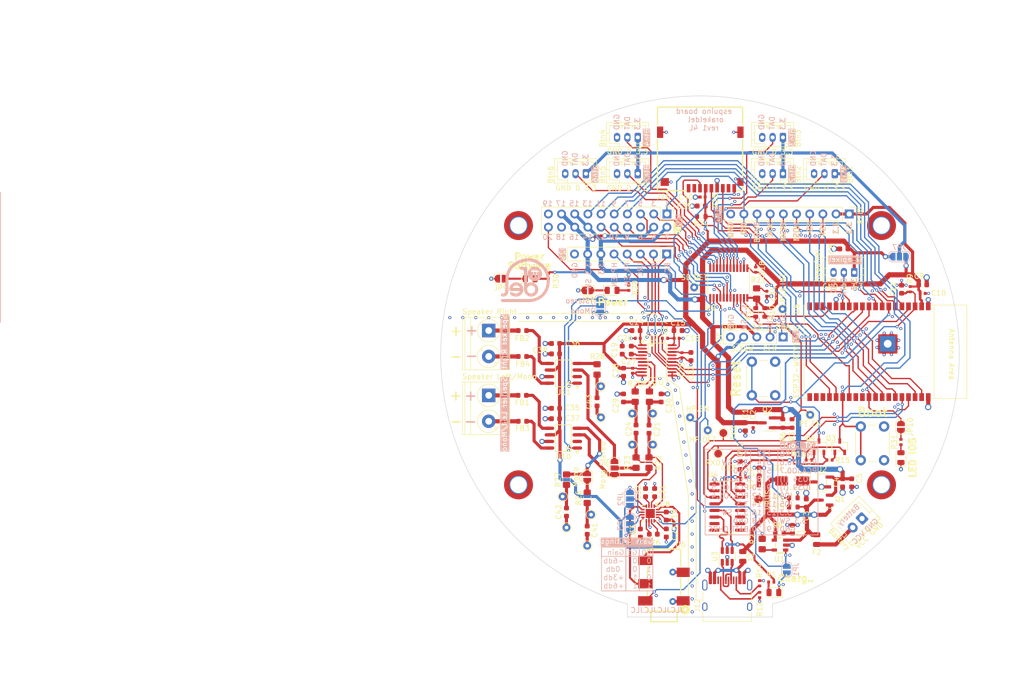
<source format=kicad_pcb>
(kicad_pcb (version 20221018) (generator pcbnew)
  (layers (0 "F.Cu" signal) (1 "In1.Cu" power "GND1") (2 "In2.Cu" power "GND2") (31 "B.Cu" signal) (34 "B.Paste" user) (35 "F.Paste" user) (36 "B.SilkS" user "B.Silkscreen") (37 "F.SilkS" user "F.Silkscreen") (38 "B.Mask" user) (39 "F.Mask" user) (44 "Edge.Cuts" user))
  (net 0 "")
  (net 1 "+BATT")
  (net 2 "GND")
  (net 3 "V3.3_SW")
  (net 4 "+3.3V")
  (net 5 "RESET")
  (net 6 "OUTL")
  (net 7 "OUTR")
  (net 8 "Net-(D1-K)")
  (net 9 "VBUS")
  (net 10 "Net-(C34-Pad1)")
  (net 11 "BTN1_PCA.IO0.0")
  (net 12 "BTN2_PCA.IO0.1")
  (net 13 "BTN3_PCA.IO0.2")
  (net 14 "BTN4_PCA.IO0.3")
  (net 15 "BTN5_PCA.IO0.4")
  (net 16 "BTN6_PCA.IO0.5")
  (net 17 "NEOPIXEL")
  (net 18 "I2C.SDA")
  (net 19 "I2C.CLK")
  (net 20 "I2S.BCLK")
  (net 21 "I2S.LRC")
  (net 22 "I2S.D")
  (net 23 "PA.EN_PCA.IO1.0")
  (net 24 "HP.EN_PCA.IO1.1")
  (net 25 "RFID.RST")
  (net 26 "RFID.CS")
  (net 27 "RFID.MOSI")
  (net 28 "RFID.MISO")
  (net 29 "RFID.SCK")
  (net 30 "RFID.BUSY")
  (net 31 "RFID.IRQ")
  (net 32 "PCA.IO0.6")
  (net 33 "SD.MISO")
  (net 34 "SD.SCK")
  (net 35 "SD.MOSI")
  (net 36 "SPEAKER.L+")
  (net 37 "Net-(Q3-B)")
  (net 38 "DTR")
  (net 39 "PROG_IO0")
  (net 40 "SPEAKER.L-")
  (net 41 "RTS")
  (net 42 "SPEAKER.R+")
  (net 43 "PE_PCA.IO1.7")
  (net 44 "BATT.VOLT")
  (net 45 "PCA.INT")
  (net 46 "SPEAKER.R-")
  (net 47 "Net-(JP4-C)")
  (net 48 "BATT.CHRG")
  (net 49 "RXD0")
  (net 50 "TXD0")
  (net 51 "IO39")
  (net 52 "IO34")
  (net 53 "IO5")
  (net 54 "PCA.IO0.7")
  (net 55 "SD.DET_PCA.IO1.3")
  (net 56 "HP.DET_PCA.IO1.2")
  (net 57 "PCA.IO1.4")
  (net 58 "PCA.IO1.5")
  (net 59 "PCA.IO1.6")
  (net 60 "Net-(JP6-C)")
  (net 61 "Net-(JP3-C)")
  (net 62 "/D-")
  (net 63 "/D+")
  (net 64 "/UD+")
  (net 65 "/UD-")
  (net 66 "Net-(U7-VNEG)")
  (net 67 "Net-(U7-CAPM)")
  (net 68 "Net-(U7-CAPP)")
  (net 69 "Net-(U7-LDOO)")
  (net 70 "Net-(U8-HPVDD)")
  (net 71 "Net-(U8-CAP-)")
  (net 72 "Net-(U8-CAP+)")
  (net 73 "Net-(U8-INL+)")
  (net 74 "Net-(U8-INR+)")
  (net 75 "Net-(U8-HPVSS)")
  (net 76 "Net-(C41-Pad1)")
  (net 77 "Net-(D1-A)")
  (net 78 "Net-(D2-K)")
  (net 79 "Net-(U10-OUT+)")
  (net 80 "Net-(U11-OUT+)")
  (net 81 "Net-(U10-OUT-)")
  (net 82 "Net-(U11-OUT-)")
  (net 83 "Net-(J12-CC1)")
  (net 85 "Net-(J12-CC2)")
  (net 90 "Net-(JP2-C)")
  (net 91 "Net-(JP4-A)")
  (net 92 "Net-(JP4-B)")
  (net 93 "Net-(JP5-A)")
  (net 94 "Net-(JP5-B)")
  (net 95 "Net-(Q2-G)")
  (net 96 "Net-(Q4-B)")
  (net 97 "Net-(U1-PROG)")
  (net 98 "Net-(U7-XSMT)")
  (net 99 "Net-(U7-OUTL)")
  (net 100 "Net-(U7-OUTR)")
  (net 101 "Net-(U11-IN-)")
  (net 109 "Net-(U6-RT)")
  (net 110 "Net-(U6-LET)")
  (net 113 "Net-(C6-Pad1)")
  (net 114 "Net-(C7-Pad1)")
  (net 115 "Net-(C21-Pad2)")
  (net 116 "Net-(C24-Pad2)")
  (net 117 "Net-(C42-Pad1)")
  (net 118 "Net-(C43-Pad1)")
  (net 119 "/BTN_3.3")
  (net 120 "Net-(D3-K)")
  (net 121 "Net-(D3-A)")
  (net 122 "Net-(D4-K)")
  (net 123 "Net-(D4-A)")
  (net 124 "Net-(D5-A)")
  (net 125 "Net-(JP10-B)")
  (net 126 "Net-(F1-Pad2)")
  (net 127 "Net-(J1-Pin_2)")
  (footprint "TestPoint:TestPoint_THTPad_D1.5mm_Drill0.7mm" (layer "F.Cu") (at 130.91639 103.25)
    (fp_text reference "TP4" hide)
    (fp_text value "TestPoint")
  )
  (footprint "Diode_SMD:D_SMA" (layer "F.Cu") (at 157.75 116.25 180)
    (fp_text reference "D2")
    (fp_text value "SS14")
  )
  (footprint "Resistor_SMD:R_0402_1005Metric" (layer "F.Cu") (at 110.75 76.75 90)
    (fp_text reference "R30")
    (fp_text value "1k")
  )
  (footprint "Resistor_SMD:R_0805_2012Metric_Pad1.20x1.40mm_HandSolder" (layer "F.Cu") (at 114.25 116 90)
    (fp_text reference "R27")
    (fp_text value "100k")
  )
  (footprint "Connector_JST:JST_PH_B3B-PH-K_1x03_P2.00mm_Vertical" (layer "F.Cu") (at 128 50 180)
    (fp_text reference "J7" hide)
    (fp_text value "Btn4")
  )
  (footprint "Capacitor_SMD:C_0603_1608Metric" (layer "F.Cu") (at 133.5 123.025 90)
    (fp_text reference "C16")
    (fp_text value "2.2uF")
  )
  (footprint "Resistor_SMD:R_0402_1005Metric" (layer "F.Cu") (at 126.25 79 90)
    (fp_text reference "R29")
    (fp_text value "1k")
  )
  (footprint "Capacitor_SMD:C_0603_1608Metric" (layer "F.Cu") (at 169.25 116.61315 -90)
    (fp_text reference "C5")
    (fp_text value "10uF")
  )
  (footprint "Resistor_SMD:R_0805_2012Metric_Pad1.20x1.40mm_HandSolder" (layer "F.Cu") (at 127.66639 112.723745 90)
    (fp_text reference "R23")
    (fp_text value "100k")
  )
  (footprint "Capacitor_SMD:C_0402_1005Metric" (layer "F.Cu") (at 135.5 88.75)
    (fp_text reference "C18")
    (fp_text value "100nF")
  )
  (footprint "Capacitor_SMD:C_0603_1608Metric" (layer "F.Cu") (at 125.25 100.25 -90)
    (fp_text reference "C29")
    (fp_text value "2.2nF")
  )
  (footprint "Capacitor_SMD:C_0603_1608Metric" (layer "F.Cu") (at 160.5 120.525 90)
    (fp_text reference "C3")
    (fp_text value "10uF")
  )
  (footprint "Capacitor_SMD:C_0603_1608Metric" (layer "F.Cu") (at 147.75 113.25 90)
    (fp_text reference "C12")
    (fp_text value "10uF")
  )
  (footprint "Fuse:Fuse_0805_2012Metric" (layer "F.Cu") (at 148.25 130.8125 -90)
    (fp_text reference "F1")
    (fp_text value "Polyfuse")
  )
  (footprint "Resistor_SMD:R_0402_1005Metric" (layer "F.Cu") (at 153.74 135.75 180)
    (fp_text reference "R1")
    (fp_text value "1k")
  )
  (footprint "LED_SMD:LED_0805_2012Metric" (layer "F.Cu") (at 123.0625 79.5)
    (fp_text reference "D3" hide)
    (fp_text value "YELLOW")
  )
  (footprint "TestPoint:TestPoint_THTPad_D1.5mm_Drill0.7mm" (layer "F.Cu") (at 120.89375 98)
    (fp_text reference "TP13" hide)
    (fp_text value "TestPoint")
  )
  (footprint "Connector_JST:JST_PH_B3B-PH-K_1x03_P2.00mm_Vertical" (layer "F.Cu") (at 128 57 180)
    (fp_text reference "J8" hide)
    (fp_text value "Btn5")
  )
  (footprint "Resistor_SMD:R_0402_1005Metric" (layer "F.Cu") (at 161 112.213176)
    (fp_text reference "R16")
    (fp_text value "4.7k")
  )
  (footprint "TestPoint:TestPoint_THTPad_D1.5mm_Drill0.7mm" (layer "F.Cu") (at 120.89375 104)
    (fp_text reference "TP16" hide)
    (fp_text value "TestPoint")
  )
  (footprint "Connector_JST:JST_PH_B3B-PH-K_1x03_P2.00mm_Vertical" (layer "F.Cu") (at 156 57 180)
    (fp_text reference "J5" hide)
    (fp_text value "Btn2")
  )
  (footprint "TestPoint:TestPoint_THTPad_D1.5mm_Drill0.7mm" (layer "F.Cu") (at 118.25 128.75 90)
    (fp_text reference "TP14" hide)
    (fp_text value "TestPoint")
  )
  (footprint "Capacitor_SMD:C_0402_1005Metric" (layer "F.Cu") (at 136.5 92 -90)
    (fp_text reference "C25")
    (fp_text value "100nF")
  )
  (footprint "footprint:SOT-23-3_L2.9-W1.6-P1.90-LS2.8-BR" (layer "F.Cu") (at 163.514923 116.449962)
    (fp_text reference "U2")
    (fp_text value "ME6211A33M3G-N" hide)
  )
  (footprint "Inductor_SMD:L_0603_1608Metric" (layer "F.Cu") (at 105.75 104.75)
    (fp_text reference "FB3")
    (fp_text value "~")
  )
  (footprint "MountingHole:MountingHole_3.2mm_M3_DIN965_Pad_TopOnly" (layer "F.Cu") (at 175 117)
    (fp_text reference "H2" hide)
    (fp_text value "MountingHole")
  )
  (footprint "Inductor_SMD:L_0603_1608Metric" (layer "F.Cu") (at 105.75 87.25)
    (fp_text reference "FB2")
    (fp_text value "~")
  )
  (footprint "Capacitor_SMD:C_0603_1608Metric" (layer "F.Cu") (at 140.25 63.2275 180)
    (fp_text reference "C39")
    (fp_text value "10uF")
  )
  (footprint "Jumper:SolderJumper-2_P1.3mm_Open_RoundedPad1.0x1.5mm" (layer "F.Cu") (at 178.75 105.85 -90)
    (fp_text reference "JP10")
    (fp_text value "IO5_LED")
  )
  (footprint "footprint:QFN-16_L3.0-W3.0-P0.50-BL-EP1.7" (layer "F.Cu") (at 130.407417 122.525 180)
    (fp_text reference "U8")
    (fp_text value "PAM8908JER")
  )
  (footprint "footprint:AUDIO-SMD_PJ-327F-5A" (layer "F.Cu") (at 133.112467 135.477333 180)
    (fp_text reference "U6")
    (fp_text value "PJ-327F-5A")
  )
  (footprint "TestPoint:TestPoint_THTPad_D1.5mm_Drill0.7mm" (layer "F.Cu") (at 126.91639 109.25)
    (fp_text reference "TP5" hide)
    (fp_text value "TestPoint")
  )
  (footprint "TestPoint:TestPoint_THTPad_3.0x3.0mm_Drill1.5mm" (layer "F.Cu") (at 176.2 89.8)
    (fp_text reference "TP19")
    (fp_text value "TestPoint")
  )
  (footprint "TestPoint:TestPoint_THTPad_D1.5mm_Drill0.7mm" (layer "F.Cu") (at 138.878402 78.92579)
    (fp_text reference "TP2")
    (fp_text value "SD.DET")
  )
  (footprint "Capacitor_SMD:C_0603_1608Metric" (layer "F.Cu") (at 112.14375 104.25 180)
    (fp_text reference "C37")
    (fp_text value "1uF")
  )
  (footprint "Connector_JST:JST_PH_B3B-PH-K_1x03_P2.00mm_Vertical" (layer "F.Cu") (at 118 57 180)
    (fp_text reference "J9" hide)
    (fp_text value "Btn6")
  )
  (footprint "Capacitor_SMD:C_0603_1608Metric" (layer "F.Cu") (at 114.25 122.260487 -90)
    (fp_text reference "C42")
    (fp_text value "1uF")
  )
  (footprint "TerminalBlock_Phoenix:TerminalBlock_Phoenix_PT-1,5-2-5.0-H_1x02_P5.00mm_Horizontal" (layer "F.Cu") (at 99.25 99.75 -90)
    (fp_text reference "J2" hide)
    (fp_text value "Speaker Left/Mono")
  )
  (footprint "MountingHole:MountingHole_3.2mm_M3_DIN965_Pad_TopOnly" (layer "F.Cu") (at 175 67)
    (fp_text reference "H1" hide)
    (fp_text value "MountingHole")
  )
  (footprint "Package_TO_SOT_SMD:SOT-23" (layer "F.Cu") (at 164.0625 119.95 180)
    (fp_text reference "Q1")
    (fp_text value "AO3401A")
  )
  (footprint "footprint:SOP-8_L4.9-W3.9-P1.27-LS6.0-BL" (layer "F.Cu") (at 113.64375 108 90)
    (fp_text reference "U10")
    (fp_text value "PAM8302AAD")
  )
  (footprint "Capacitor_SMD:C_0603_1608Metric" (layer "F.Cu") (at 125.25 95.275371 -90)
    (fp_text reference "C28")
    (fp_text value "1uF")
  )
  (footprint "footprint:SOP-8_L4.9-W3.9-P1.27-LS6.0-BL" (layer "F.Cu") (at 113.64375 95.5 90)
    (fp_text reference "U11")
    (fp_text value "PAM8302AAD")
  )
  (footprint "Capacitor_SMD:C_0603_1608Metric" (layer "F.Cu") (at 112.14375 89.75 180)
    (fp_text reference "C36")
    (fp_text value "10uF")
  )
  (footprint "Package_TO_SOT_SMD:SOT-23-6" (layer "F.Cu") (at 145.25 130.81 90)
    (fp_text reference "U3")
    (fp_text value "USBLC6-2SC6" hide)
  )
  (footprint "Capacitor_SMD:C_0603_1608Metric" (layer "F.Cu") (at 127.668841 87.25)
    (fp_text reference "C14")
    (fp_text value "1uF")
  )
  (footprint "TestPoint:TestPoint_THTPad_D1.5mm_Drill0.7mm" (layer "F.Cu") (at 141.5 106.5)
    (fp_text reference "TP1")
    (fp_text value "HP.DET")
  )
  (footprint "Resistor_SMD:R_0603_1608Metric" (layer "F.Cu") (at 143 65.175 90)
    (fp_text reference "R25")
    (fp_text value "10k")
  )
  (footprint "Connector_JST:JST_PH_B3B-PH-K_1x03_P2.00mm_Vertical" (layer "F.Cu") (at 166 57 180)
    (fp_text reference "J4" hide)
    (fp_text value "Btn1")
  )
  (footprint "Resistor_SMD:R_0603_1608Metric" (layer "F.Cu") (at 158 121.275 180)
    (fp_text reference "R4")
    (fp_text value "100k")
  )
  (footprint "Connector_JST:JST_PH_B3B-PH-K_1x03_P2.00mm_Vertical" (layer "F.Cu") (at 169.751203 76.042351 180)
    (fp_text reference "J10" hide)
    (fp_text value "Neopixel")
  )
  (footprint "Capacitor_SMD:C_0603_1608Metric" (layer "F.Cu") (at 167.75 71.5 180)
    (fp_text reference "C8")
    (fp_text value "10uF")
  )
  (footprint "Connector_USB:USB_C_Receptacle_HRO_TYPE-C-31-M-12" (layer "F.Cu") (at 145.25 139.461691)
    (fp_text reference "J12")
    (fp_text value "USB_C_Receptacle_USB2.0")
  )
  (footprint "Connector_JST:JST_PH_B3B-PH-K_1x03_P2.00mm_Vertical" (layer "F.Cu") (at 156 50 180)
    (fp_text reference "J6" hide)
    (fp_text value "Btn3")
  )
  (footprint "TestPoint:TestPoint_THTPad_D1.5mm_Drill0.7mm" (layer "F.Cu") (at 119 122.75 90)
    (fp_text reference "TP11" hide)
    (fp_text value "TestPoint")
  )
  (footprint "Capacitor_SMD:C_0603_1608Metric" (layer "F.Cu") (at 128.5 126.3 -90)
    (fp_text reference "C33")
    (fp_text value "1uF")
  )
  (footprint "Capacitor_SMD:C_0603_1608Metric" (layer "F.Cu") (at 131.25 118.5 90)
    (fp_text reference "C31")
    (fp_text value "1uF")
  )
  (footprint "TestPoint:TestPoint_THTPad_D1.5mm_Drill0.7mm" (layer "F.Cu") (at 155.918338 83.103532)
    (fp_text reference "TP8")
    (fp_text value "PCA.INT")
  )
  (footprint "Capacitor_SMD:C_0402_1005Metric" (layer "F.Cu") (at 182.939906 80.093228)
    (fp_text reference "C10")
    (fp_text value "100nF")
  )
  (footprint "TestPoint:TestPoint_Pad_D1.5mm" (layer "F.Cu") (at 144.5 107)
    (fp_text reference "TP17")
    (fp_text value "TXD")
  )
  (footprint "Jumper:SolderJumper-3_P1.3mm_Open_RoundedPad1.0x1.5mm" (layer "F.Cu") (at 123.5 113.75 -90)
    (fp_text reference "JP4" hide)
    (fp_text value "1-2: Stereo, 2-3: Mono")
  )
  (footprint "Jumper:SolderJumper-2_P1.3mm_Open_RoundedPad1.0x1.5mm" (layer "F.Cu") (at 118.35 79.5 180)
    (fp_text reference "JP8")
    (fp_text value "POWER_LED")
  )
  (footprint "Capacitor_SMD:C_0603_1608Metric" (layer "F.Cu") (at 148.75 105.793952 -90)
    (fp_text reference "C1")
    (fp_text value "10uF")
  )
  (footprint "Capacitor_SMD:C_0603_1608Metric" (layer "F.Cu") (at 132.5 100.25 -90)
    (fp_text reference "C30")
    (fp_text value "2.2nF")
  )
  (footprint "Resistor_SMD:R_0603_1608Metric" (layer "F.Cu") (at 152.5 83.75 -90)
    (fp_text reference "R10")
    (fp_text value "4.7k")
  )
  (footprint "footprint:SOT-23-3_L3.0-W1.7-P0.95-LS2.9-BR" (layer "F.Cu") (at 166.949962 109.648654 -90)
    (fp_text reference "Q3")
    (fp_text value "S8050-J3Y")
  )
  (footprint "PCM_Espressif:ESP32-WROVER-E" (layer "F.Cu") (at 175.765 91.33 -90)
    (fp_text reference "U5")
    (fp_text value "ESP32-WROVER-E")
  )
  (footprint "Connector_PinHeader_2.54mm:PinHeader_2x10_P2.54mm_Vertical" (layer "F.Cu") (at 133.62 64.77 -90)
    (fp_text reference "J15" hide)
    (fp_text value "DIN41612_02x10_AB")
  )
  (footprint "TestPoint:TestPoint_THTPad_D1.5mm_Drill0.7mm" (layer "F.Cu") (at 130.91639 109.25)
    (fp_text reference "TP3" hide)
    (fp_text value "TestPoint")
  )
  (footprint "Capacitor_SMD:C_0603_1608Metric" (layer "F.Cu") (at 131 126.525)
    (fp_text reference "C26")
    (fp_text value "1uF")
  )
  (footprint "Resistor_SMD:R_0603_1608Metric" (layer "F.Cu") (at 158 119.525)
    (fp_text reference "R5")
    (fp_text value "100k")
  )
  (footprint "Capacitor_SMD:C_0603_1608Metric" (layer "F.Cu") (at 130.16639 106.275 90)
    (fp_text reference "C21")
    (fp_text value "1uF")
  )
  (footprint "Connector_PinHeader_2.54mm:PinHeader_1x08_P2.54mm_Vertical" (layer "F.Cu") (at 133.58 72.5 -90)
    (fp_text reference "J13" hide)
    (fp_text value "I2S")
  )
  (footprint "Package_TO_SOT_SMD:SOT-23" (layer "F.Cu") (at 153.0625 105.05 180)
    (fp_text reference "Q2")
    (fp_text value "AO3401A")
  )
  (footprint "Button_Switch_THT:SW_PUSH_6mm" (layer "F.Cu") (at 171 112.25 90)
    (fp_text reference "SW2" hide)
    (fp_text value "Boot SW")
  )
  (footprint "TestPoint:TestPoint_Pad_D1.5mm" (layer "F.Cu") (at 143.5 111)
    (fp_text reference "TP10")
    (fp_text value "RXD")
  )
  (footprint "Capacitor_SMD:C_0603_1608Metric" (layer "F.Cu") (at 129.5 118.5 90)
    (fp_text reference "C32")
    (fp_text value "1uF")
  )
  (footprint "TestPoint:TestPoint_Pad_D1.5mm" (layer "F.Cu") (at 151.210906 119.766424)
    (fp_text reference "TP9")
    (fp_text value "VBUS")
  )
  (footprint "LED_SMD:LED_0805_2012Metric" (layer "F.Cu") (at 178.75 111.75 90)
    (fp_text reference "D5" hide)
    (fp_text value "LED")
  )
  (footprint "Capacitor_SMD:C_0603_1608Metric" (layer "F.Cu") (at 125 91.025 90)
    (fp_text reference "C19")
    (fp_text value "2.2nF")
  )
  (footprint "footprint:SOT-23-3_L3.0-W1.7-P0.95-LS2.9-BR" (layer "F.Cu") (at 162.942232 109.648654 -90)
    (fp_text reference "Q4")
    (fp_text value "S8050-J3Y")
  )
  (footprint "Capacitor_SMD:C_0603_1608Metric" (layer "F.Cu") (at 157.825 125.574924 90)
    (fp_text reference "C7")
    (fp_text value "1uF")
  )
  (footprint "Resistor_SMD:R_0805_2012Metric_Pad1.20x1.40mm_HandSolder" (layer "F.Cu") (at 152 128.425 -90)
    (fp_text reference "R2")
    (fp_text value "1.8k")
  )
  (footprint "Resistor_SMD:R_0805_2012Metric_Pad1.20x1.40mm_HandSolder" (layer "F.Cu") (at 150.912984 80.10964 90)
    (fp_text reference "R21")
    (fp_text value "100R")
  )
  (footprint "Resistor_SMD:R_0402_1005Metric" (layer "F.Cu") (at 133.25 88.75 180)
    (fp_text reference "R17")
    (fp_text value "10k")
  )
  (footprint "Button_Switch_THT:SW_PUSH_6mm" (layer "F.Cu") (at 154.5 93.25 -90)
    (fp_text reference "SW1" hide)
    (fp_text value "Reset SW")
  )
  (footprint "Capacitor_SMD:C_0603_1608Metric" (layer "F.Cu") (at 120.14375 101 -90)
    (fp_text reference "C43")
    (fp_text value "1uF")
  )
  (footprint "TerminalBlock_Phoenix:TerminalBlock_Phoenix_PT-1,5-2-5.0-H_1x02_P5.00mm_Horizontal" (layer "F.Cu") (at 99.25 87.25 -90)
    (fp_text reference "J3" hide)
    (fp_text value "Speaker Right")
  )
  (footprint "Connector_JST:JST_XH_B2B-XH-A_1x02_P2.50mm_Vertical" (layer "F.Cu") (at 171.25 123.5 -136)
    (fp_text reference "J1")
    (fp_text value "Battery")
  )
  (footprint "Fuse:Fuse_0805_2012Metric" (layer "F.Cu") (at 162.5 127.5625 -90)
    (fp_text reference "F2")
    (fp_text value "Polyfuse")
  )
  (footprint "LED_SMD:LED_0805_2012Metric" (layer "F.Cu") (at 154.25 137.78125 180)
    (fp_text reference "D1" hide)
    (fp_text value "RED")
  )
  (footprint "Capacitor_SMD:C_0603_1608Metric" (layer "F.Cu") (at 118.25 125.75 -90)
    (fp_text reference "C41")
    (fp_text value "1uF")
  )
  (footprint "Capacitor_SMD:C_0402_1005Metric" (layer "F.Cu") (at 140.52 61.5 180)
    (fp_text reference "C40")
    (fp_text value "100nF")
  )
  (footprint "Resistor_SMD:R_0805_2012Metric_Pad1.20x1.40mm_HandSolder" (layer "F.Cu") (at 127.5 100 -90)
    (fp_text reference "R20")
    (fp_text value "470R")
  )
  (footprint "Connector_PinHeader_2.54mm:PinHeader_1x10_P2.54mm_Vertical" (layer "F.Cu") (at 168.78 64.77 -90)
    (fp_text reference "J14" hide)
    (fp_text value "RFID")
  )
  (footprint "footprint:TF-SMD_TF-115" (layer "F.Cu") (at 140.050038 54.400051 180)
    (fp_text reference "J16")
    (fp_text value "Micro_SD_Card_Det1")
  )
  (footprint "Capacitor_SMD:C_0603_1608Metric" (layer "F.Cu") (at 151.416675 114.5 90)
    (fp_text reference "C6")
    (fp_text value "1uF")
  )
  (footprint "Capacitor_SMD:C_0402_1005Metric" (layer "F.Cu") (at 150.25 105.48 -90)
    (fp_text reference "C2")
    (fp_text value "100nF")
  )
  (footprint "Resistor_SMD:R_0603_1608Metric" (layer "F.Cu") (at 157.75 105.175 -90)
    (fp_text reference "R3")
    (fp_text value "1k")
  )
  (footprint "Capacitor_SMD:C_0402_1005Metric" (layer "F.Cu") (at 127 95 -90)
    (fp_text reference "C27")
    (fp_text value "100nF")
  )
  (footprint "Capacitor_SMD:C_0603_1608Metric" (layer "F.Cu") (at 182.944871 78.434609)
    (fp_text reference "C9")
    (fp_text value "10uF")
  )
  (footprint "Resistor_SMD:R_0805_2012Metric_Pad1.20x1.40mm_HandSolder" (layer "F.Cu") (at 118.25 119.5 90)
    (fp_text reference "R26")
    (fp_text value "100k")
  )
  (footprint "Resistor_SMD:R_0603_1608Metric" (layer "F.Cu") (at 155.325 126.324924)
    (fp_text reference "R8")
    (fp_text value "1R")
  )
  (footprint "TestPoint:TestPoint_THTPad_D1.5mm_Drill0.7mm" (layer "F.Cu") (at 126.91639 103.25)
    (fp_text reference "TP6" hide)
    (fp_text value "TestPoint")
  )
  (footprint "Capacitor_SMD:C_0603_1608Metric" (layer "F.Cu") (at 127.66639 106.25 90)
    (fp_text reference "C24")
    (fp_text value "1uF")
  )
  (footprint "Capacitor_SMD:C_0603_1608Metric" (layer "F.Cu") (at 112.14375 102.25 180)
    (fp_text reference "C35")
    (fp_text value "10uF")
  )
  (footprint "Capacitor_SMD:C_0603_1608Metric" (layer "F.Cu") (at 135.75 87.25)
    (fp_text reference "C15")
    (fp_text value "1uF")
  )
  (footprint "Package_SO:SOIC-16_3.9x9.9mm_P1.27mm" (layer "F.Cu") (at 145.275 121.305)
    (fp_text reference "U4")
    (fp_text value "CH340C")
  )
  (footprint "Connector_PinHeader_2.54mm:PinHeader_1x05_P2.54mm_Vertical" (layer "F.Cu") (at 156.04 88.5 -90)
    (fp_text reference "J11" hide)
    (fp_text value "I2C")
  )
  (footprint "Resistor_SMD:R_0603_1608Metric" (layer "F.Cu") (at 152.175 117.028546 180)
    (fp_text reference "R7")
    (fp_text value "1R")
  )
  (footprint "Resistor_SMD:R_0805_2012Metric_Pad1.20x1.40mm_HandSolder" (layer "F.Cu") (at 130.25 100 -90)
    (fp_text reference "R19")
    (fp_text value "470R")
  )
  (footprint "Resistor_SMD:R_0402_1005Metric" (layer "F.Cu") (at 150.75 75.5 -90)
    (fp_text reference "R18")
    (fp_text value "10k")
  )
  (footprint "TestPoint:TestPoint_THTPad_D1.5mm_Drill0.7mm" (layer "F.Cu") (at 114.25 125.25 90)
    (fp_text reference "TP15" hide)
    (fp_text value "TestPoint")
  )
  (footprint "Capacitor_SMD:C_0402_1005Metric" (layer "F.Cu") (at 128 88.75)
    (fp_text reference "C17")
    (fp_text value "100nF")
  )
  (footprint "Capacitor_SMD:C_0603_1608Metric" (layer "F.Cu") (at 167.5 116.61315 -90)
    (fp_text reference "C4")
    (fp_text value "1uF")
  )
  (footprint "MountingHole:MountingHole_3.2mm_M3_DIN965_Pad_TopOnly" (layer "F.Cu") (at 105 117)
    (fp_text reference "H3" hide)
    (fp_text value "MountingHole" hide)
  )
  (footprint "Capacitor_SMD:C_0603_1608Metric" (layer "F.Cu") (at 178.873159 79.285986 90)
    (fp_text reference "C11")
    (fp_text value "1uF")
  )
  (footprint "Capacitor_SMD:C_0603_1608Metric" (layer "F.Cu") (at 138.25 92.25 -90)
    (fp_text reference "C22")
    (fp_text value "1uF")
  )
  (footprint "TestPoint:TestPoint_THTPad_D1.5mm_Drill0.7mm" (layer "F.Cu") (at 138.097719 103.995987)
    (fp_text reference "TP7")
    (fp_text value "HP.EN")
  )
  (footprint "Resistor_SMD:R_0603_1608Metric" (layer "F.Cu") (at 140.25 65.25 180)
    (fp_text reference "R24")
    (fp_text value "10k")
  )
  (footprint "Resistor_SMD:R_0402_1005Metric" (layer "F.Cu") (at 164.982849 112.213176 180)
    (fp_text reference "R15")
    (fp_text value "4.7k")
  )
  (footprint "Inductor_SMD:L_0603_1608Metric" (layer "F.Cu") (at 105.75 92.25)
    (fp_text reference "FB4")
    (fp_text value "~")
  )
  (footprint "Jumper:SolderJumper-2_P1.3mm_Open_RoundedPad1.0x1.5mm" (layer "F.Cu") (at 118.25 115.5 -90)
    (fp_text reference "JP5" hide)
    (fp_text value "Close for mono")
  )
  (footprint "Jumper:SolderJumper-2_P1.3mm_Open_RoundedPad1.0x1.5mm" (layer "F.Cu") (at 101.6 77.25 180)
    (fp_text reference "JP9")
    (fp_text value "SW_POWER_LED")
  )
  (footprint "Package_SO:TSSOP-24_4.4x7.8mm_P0.65mm" (layer "F.Cu") (at 145.548963 78.078657 -90)
    (fp_text reference "U9")
    (fp_text value "PCA9555PW")
  )
  (footprint "Resistor_SMD:R_0603_1608Metric" (layer "F.Cu") (at 150.75 83.75 -90)
    (fp_text reference "R11")
    (fp_text value "4.7k")
  )
  (footprint "Capacitor_SMD:C_0402_1005Metric" (layer "F.Cu") (at 148.27 115.5)
    (fp_text reference "C13")
    (fp_text value "100nF")
  )
  (footprint "TestPoint:TestPoint_THTPad_D1.5mm_Drill0.7mm" (layer "F.Cu") (at 161.25 103.5)
    (fp_text reference "TP18")
    (fp_text value "PE.EN")
  )
  (footprint "Resistor_SMD:R_0402_1005Metric" (layer "F.Cu") (at 178.75 108.75 90)
    (fp_text reference "R31")
    (fp_text value "1k")
  )
  (footprint "Resistor_SMD:R_0805_2012Metric_Pad1.20x1.40mm_HandSolder" (layer "F.Cu") (at 130.16639 112.723745 90)
    (fp_text reference "R22")
    (fp_text value "100k")
  )
  (footprint "Resistor_SMD:R_0603_1608Metric" (layer "F.Cu") (at 155.967209 105.175 90)
    (fp_text reference "R6")
    (fp_text value "100k")
  )
  (footprint "Inductor_SMD:L_0603_1608Metric" (layer "F.Cu") (at 105.7125 99.75)
    (fp_text reference "FB1")
    (fp_text value "~")
  )
  (footprint "Capacitor_SMD:C_0603_1608Metric" (layer "F.Cu") (at 112.14375 91.75 180)
    (fp_text reference "C38")
    (fp_text value "1uF")
  )
  (footprint "TestPoint:TestPoint_THTPad_D1.5mm_Drill0.7mm" (layer "F.Cu") (at 113.5 119.260487 90)
    (fp_text reference "TP12" hide)
    (fp_text value "TestPoint")
  )
  (footprint "Resistor_SMD:R_0402_1005Metric" (layer "F.Cu") (at 180.545064 79.272026 -90)
    (fp_text reference "R9")
    (fp_text value "10k")
  )
  (footprint "Resistor_SMD:R_0402_1005Metric" (layer "F.Cu") (at 151.5 138.25 -90)
    (fp_text reference "R12")
    (fp_text value "5.1k")
  )
  (footprint "Capacitor_SMD:C_0603_1608Metric" (layer "F.Cu") (at 133.5 126.27946 -90)
    (fp_text reference "C23")
    (fp_text value "1uF")
  )
  (footprint "footprint:SOT-23-5_L2.9-W1.6-P0.95-LS2.8-BL" (layer "F.Cu") (at 155.425076 128.624962 90)
    (fp_text reference "U1")
    (fp_text value "ME4075AM5G" hide)
  )
  (footprint "Resistor_SMD:R_0805_2012Metric_Pad1.20x1.40mm_HandSolder" (layer "F.Cu") (at 120.14375 94.75 90)
    (fp_text reference "R28")
    (fp_text value "100k")
  )
  (footprint "Capacitor_SMD:C_0402_1005Metric" (layer "F.Cu") (at 152.882819 80.147462 -90)
    (fp_text reference "C34")
    (fp_text value "100nF")
  )
  (footprint "footprint:TSSOP-20_L6.5-W4.4-P0.65-LS6.4-BL" (layer "F.Cu") (at 131.75 93 -90)
    (fp_text reference "U7")
    (fp_text value "PCM5102APWR")
  )
  (footprint "MountingHole:MountingHole_3.2mm_M3_DIN965_Pad_TopOnly" (layer "F.Cu") (at 105 67)
    (fp_text reference "H4" hide)
    (fp_text value "MountingHole" hide)
  )
  (footprint "LED_SMD:LED_0805_2012Metric" (layer "F.Cu") (at 107.25 77.25)
    (fp_text reference "D4" hide)
    (fp_text value "GREEN")
  )
  (footprint "Resistor_SMD:R_0402_1005Metric" (layer "F.Cu") (at 151.5 135.99 90)
    (fp_text reference "R14")
    (fp_text value "5.1k")
  )
  (footprint "Capacitor_SMD:C_0603_1608Metric" (layer "F.Cu") (at 126.75 91.025 90)
    (fp_text reference "C20")
    (fp_text value "2.2nF")
  )
  (footprint "Jumper:SolderJumper-3_P1.3mm_Open_RoundedPad1.0x1.5mm" (layer "B.Cu") (at 178.45 73 180)
    (fp_text reference "JP7")
    (fp_text value "~")
  )
  (footprint "Jumper:SolderJumper-2_P1.3mm_Open_RoundedPad1.0x1.5mm" (layer "B.Cu") (at 156.75 133.35 90)
    (fp_text reference "JP1")
    (fp_text value "CHRG_LED")
  )
  (footprint "Jumper:SolderJumper-3_P1.3mm_Open_RoundedPad1.0x1.5mm" (layer "B.Cu") (at 126.5 119.725 -90)
    (fp_text reference "JP2")
    (fp_text value "~")
  )
  (footprint "Jumper:SolderJumper-3_P1.3mm_Open_RoundedPad1.0x1.5mm" (layer "B.Cu") (at 126.5 124.50335 -90)
    (fp_text reference "JP3")
    (fp_text value "~")
  )
  (footprint "Jumper:SolderJumper-3_P1.3mm_Open_RoundedPad1.0x1.5mm" (layer "B.Cu") (at 120.75 82.45 -90)
    (fp_text reference "JP6" hide)
    (fp_text value "1-2: Stereo, 2-3: Mono" hide)
  )
  (gr_line (start 152.25 110.15) (end 152.25 126.65) (stroke (width 0.15)) (layer "B.SilkS"))
  (gr_poly (pts (xy 106.35844 75.003964) (xy 106.347442 75.004258) (xy 106.336553 75.005132) (xy 106.32579 75.006577) (xy 106.315169 75.008584) (xy 106.304708 75.011145) (xy 106.294424 75.014248) (xy 106.284332 75.017885) (xy 106.27445 75.022047) (xy 106.264795 75.026724) (xy 106.255383 75.031907) (xy 106.246232 75.037587) (xy 106.237357 75.043754) (xy 106.228775 75.0504) (xy 106.220504 75.057513) (xy 106.212561 75.065086) (xy 106.204961 75.073109) (xy 106.203881 75.073709) (xy 106.201016 75.076574) (xy 106.198257 75.079426) (xy 106.195625 75.082228) (xy 106.193141 75.084943) (xy 106.190827 75.087532) (xy 106.188704 75.089958) (xy 106.185122 75.094171) (xy 106.180117 75.100416) (xy 106.175344 75.106859) (xy 106.173048 75.110155) (xy 106.170815 75.113502) (xy 106.168646 75.1169) (xy 106.166542 75.120349) (xy 106.164506 75.123849) (xy 106.162538 75.127402) (xy 106.16064 75.131006) (xy 106.158814 75.134664) (xy 106.157061 75.138374) (xy 106.155383 75.142138) (xy 106.153781 75.145955) (xy 106.152257 75.149826) (xy 106.150509 75.154348) (xy 106.149565 75.156836) (xy 106.149114 75.158071) (xy 106.148691 75.159274) (xy 106.116397 75.140754) (xy 106.083018 75.123401) (xy 106.048548 75.107219) (xy 106.012982 75.092213) (xy 105.976315 75.078386) (xy 105.938544 75.065742) (xy 105.899662 75.054284) (xy 105.859665 75.044017) (xy 105.818548 75.034943) (xy 105.776307 75.027067) (xy 105.732935 75.020393) (xy 105.688429 75.014924) (xy 105.642784 75.010663) (xy 105.595995 75.007615) (xy 105.548056 75.005784) (xy 105.498964 75.005173) (xy 105.493072 75.005173) (xy 105.482183 75.005463) (xy 105.471408 75.006328) (xy 105.460764 75.007756) (xy 105.450265 75.009739) (xy 105.439928 75.012265) (xy 105.429768 75.015326) (xy 105.419801 75.01891) (xy 105.410041 75.023008) (xy 105.400504 75.027609) (xy 105.391206 75.032704) (xy 105.382163 75.038283) (xy 105.373389 75.044335) (xy 105.3649 75.050851) (xy 105.356712 75.05782) (xy 105.348839 75.065232) (xy 105.341299 75.073077) (xy 105.333452 75.080618) (xy 105.32604 75.08849) (xy 105.319071 75.096678) (xy 105.312555 75.105167) (xy 105.306503 75.113941) (xy 105.300924 75.122984) (xy 105.29583 75.132282) (xy 105.291228 75.141819) (xy 105.287131 75.151578) (xy 105.283547 75.161546) (xy 105.280487 75.171706) (xy 105.277961 75.182043) (xy 105.275979 75.192541) (xy 105.274551 75.203185) (xy 105.273687 75.21396) (xy 105.273396 75.224849) (xy 105.273679 75.235934) (xy 105.274523 75.246922) (xy 105.27592 75.257798) (xy 105.277861 75.26855) (xy 105.280339 75.279164) (xy 105.283345 75.289626) (xy 105.286871 75.299924) (xy 105.29091 75.310044) (xy 105.295452 75.319972) (xy 105.30049 75.329695) (xy 105.306016 75.3392) (xy 105.312022 75.348473) (xy 105.318499 75.357501) (xy 105.32544 75.36627) (xy 105.332835 75.374767) (xy 105.340678 75.382979) (xy 105.34834 75.390253) (xy 105.356322 75.397092) (xy 105.36461 75.403492) (xy 105.373187 75.409447) (xy 105.382039 75.414953) (xy 105.391149 75.420006) (xy 105.400503 75.4246) (xy 105.410084 75.428731) (xy 105.419878 75.432394) (xy 105.429868 75.435584) (xy 105.44004 75.438296) (xy 105.450377 75.440526) (xy 105.460864 75.442268) (xy 105.471486 75.443519) (xy 105.482228 75.444273) (xy 105.493072 75.444525) (xy 105.498964 75.444525) (xy 105.5427 75.445134) (xy 105.584656 75.446949) (xy 105.624845 75.449955) (xy 105.663279 75.454137) (xy 105.699971 75.45948) (xy 105.734934 75.465967) (xy 105.768181 75.473584) (xy 105.799723 75.482315) (xy 105.829575 75.492144) (xy 105.857749 75.503056) (xy 105.884258 75.515036) (xy 105.909114 75.528068) (xy 105.93233 75.542137) (xy 105.953918 75.557227) (xy 105.973893 75.573323) (xy 105.992266 75.59041) (xy 106.009035 75.608454) (xy 106.024858 75.628118) (xy 106.039719 75.649411) (xy 106.053603 75.672342) (xy 106.066492 75.69692) (xy 106.078372 75.723154) (xy 106.089227 75.751053) (xy 106.09904 75.780627) (xy 106.107796 75.811885) (xy 106.115478 75.844835) (xy 106.122072 75.879488) (xy 106.127561 75.915851) (xy 106.131929 75.953934) (xy 106.13516 75.993747) (xy 106.137238 76.035298) (xy 106.138148 76.078596) (xy 106.138148 79.332161) (xy 106.140403 79.397412) (xy 106.145632 79.461562) (xy 106.153824 79.524597) (xy 106.164973 79.586504) (xy 106.179068 79.647267) (xy 106.196101 79.706875) (xy 106.216062 79.765312) (xy 106.238943 79.822564) (xy 106.264735 79.878619) (xy 106.293429 79.933462) (xy 106.325016 79.987078) (xy 106.359487 80.039456) (xy 106.396833 80.090579) (xy 106.437045 80.140435) (xy 106.480114 80.18901) (xy 106.526032 80.23629) (xy 106.526661 80.23629) (xy 106.573962 80.282232) (xy 106.622548 80.325275) (xy 106.672407 80.365409) (xy 106.723526 80.402626) (xy 106.775893 80.436917) (xy 106.829496 80.468272) (xy 106.884323 80.496684) (xy 106.940361 80.522143) (xy 106.997598 80.54464) (xy 107.056021 80.564166) (xy 107.115619 80.580713) (xy 107.176379 80.594271) (xy 107.238288 80.604832) (xy 107.301335 80.612386) (xy 107.365508 80.616925) (xy 107.430793 80.61844) (xy 107.496832 80.616934) (xy 107.561776 80.612418) (xy 107.625611 80.604901) (xy 107.688321 80.594387) (xy 107.749893 80.580885) (xy 107.81031 80.564399) (xy 107.869559 80.544937) (xy 107.927625 80.522506) (xy 107.984493 80.49711) (xy 108.040148 80.468758) (xy 108.094576 80.437456) (xy 108.147762 80.403209) (xy 108.199691 80.366025) (xy 108.250349 80.32591) (xy 108.29972 80.28287) (xy 108.347791 80.236913) (xy 108.393754 80.188836) (xy 108.436808 80.139447) (xy 108.476947 80.088762) (xy 108.514161 80.036796) (xy 108.548442 79.983567) (xy 108.579784 79.92909) (xy 108.608178 79.873382) (xy 108.633617 79.816459) (xy 108.656092 79.758337) (xy 108.675595 79.699033) (xy 108.69212 79.638563) (xy 108.705658 79.576944) (xy 108.716201 79.51419) (xy 108.723741 79.45032) (xy 108.728271 79.385349) (xy 108.729783 79.319293) (xy 108.729771 79.318767) (xy 108.289771 79.318767) (xy 108.288821 79.363617) (xy 108.285968 79.407461) (xy 108.281205 79.450314) (xy 108.274528 79.492193) (xy 108.265931 79.533113) (xy 108.25541 79.573092) (xy 108.242957 79.612145) (xy 108.228569 79.650288) (xy 108.212239 79.687537) (xy 108.193962 79.723909) (xy 108.173734 79.75942) (xy 108.151548 79.794086) (xy 108.127399 79.827923) (xy 108.101281 79.860947) (xy 108.07319 79.893175) (xy 108.04312 79.924622) (xy 108.010923 79.955433) (xy 107.977981 79.984212) (xy 107.94428 80.010965) (xy 107.909807 80.035698) (xy 107.874546 80.058417) (xy 107.838485 80.079128) (xy 107.80161 80.097838) (xy 107.763905 80.114552) (xy 107.725358 80.129277) (xy 107.685954 80.142019) (xy 107.645679 80.152784) (xy 107.604519 80.161577) (xy 107.562461 80.168406) (xy 107.51949 80.173276) (xy 107.475592 80.176194) (xy 107.430754 80.177165) (xy 107.385944 80.176198) (xy 107.342133 80.173293) (xy 107.299304 80.168443) (xy 107.257442 80.161641) (xy 107.216532 80.152879) (xy 107.176558 80.142152) (xy 107.137505 80.129452) (xy 107.099356 80.114773) (xy 107.062098 80.098107) (xy 107.025713 80.079447) (xy 106.990187 80.058788) (xy 106.955505 80.036121) (xy 106.921651 80.01144) (xy 106.888608 79.984738) (xy 106.856363 79.956008) (xy 106.824899 79.925244) (xy 106.8249 79.925094) (xy 106.824901 79.924944) (xy 106.8249 79.924793) (xy 106.824899 79.92464) (xy 106.794829 79.893194) (xy 106.766737 79.860967) (xy 106.74062 79.827943) (xy 106.716471 79.794106) (xy 106.694284 79.759441) (xy 106.674056 79.72393) (xy 106.655779 79.687558) (xy 106.639449 79.650308) (xy 106.625061 79.612165) (xy 106.612608 79.573111) (xy 106.602087 79.533133) (xy 106.59349 79.492212) (xy 106.586813 79.450332) (xy 106.58205 79.407479) (xy 106.579197 79.363635) (xy 106.578247 79.318785) (xy 106.579197 79.27393) (xy 106.582052 79.230071) (xy 106.586816 79.187194) (xy 106.593495 79.145283) (xy 106.602094 79.104325) (xy 106.612619 79.064305) (xy 106.625074 79.025208) (xy 106.639464 78.98702) (xy 106.655795 78.949725) (xy 106.674073 78.913311) (xy 106.694302 78.877761) (xy 106.716487 78.843061) (xy 106.740634 78.809197) (xy 106.766749 78.776154) (xy 106.794835 78.743917) (xy 106.824899 78.712473) (xy 106.8249 78.712322) (xy 106.824901 78.712172) (xy 106.8249 78.712021) (xy 106.824899 78.711868) (xy 106.856363 78.681103) (xy 106.888608 78.652373) (xy 106.921651 78.625671) (xy 106.955505 78.60099) (xy 106.990187 78.578323) (xy 107.025713 78.557663) (xy 107.062098 78.539004) (xy 107.099356 78.522338) (xy 107.137505 78.507659) (xy 107.176558 78.494959) (xy 107.216532 78.484232) (xy 107.257442 78.475471) (xy 107.299304 78.468669) (xy 107.342133 78.463819) (xy 107.385944 78.460914) (xy 107.430754 78.459947) (xy 107.430754 78.459906) (xy 107.475592 78.460877) (xy 107.51949 78.463795) (xy 107.562461 78.468665) (xy 107.604519 78.475494) (xy 107.645679 78.484288) (xy 107.685954 78.495052) (xy 107.725358 78.507794) (xy 107.763905 78.522519) (xy 107.80161 78.539233) (xy 107.838485 78.557943) (xy 107.874546 78.578654) (xy 107.909807 78.601373) (xy 107.94428 78.626106) (xy 107.977981 78.652859) (xy 108.010923 78.681638) (xy 108.04312 78.71245) (xy 108.073184 78.743895) (xy 108.10127 78.776132) (xy 108.127384 78.809176) (xy 108.151531 78.843041) (xy 108.173717 78.877741) (xy 108.193945 78.913291) (xy 108.212223 78.949706) (xy 108.228554 78.987001) (xy 108.242945 79.025189) (xy 108.255399 79.064286) (xy 108.265924 79.104307) (xy 108.274523 79.145265) (xy 108.281202 79.187175) (xy 108.285966 79.230053) (xy 108.288821 79.273912) (xy 108.289771 79.318767) (xy 108.729771 79.318767) (xy 108.728271 79.253245) (xy 108.72374 79.188293) (xy 108.716198 79.124453) (xy 108.705654 79.061738) (xy 108.692115 79.000164) (xy 108.675588 78.939745) (xy 108.656083 78.880495) (xy 108.633607 78.82243) (xy 108.608167 78.765564) (xy 108.579773 78.709911) (xy 108.548431 78.655487) (xy 108.514149 78.602305) (xy 108.476937 78.55038) (xy 108.436801 78.499727) (xy 108.393749 78.450361) (xy 108.347791 78.402296) (xy 108.29972 78.35634) (xy 108.250349 78.313306) (xy 108.199691 78.273198) (xy 108.147762 78.236024) (xy 108.094576 78.201789) (xy 108.040148 78.1705) (xy 107.984493 78.142162) (xy 107.927625 78.116781) (xy 107.869559 78.094364) (xy 107.81031 78.074916) (xy 107.749893 78.058444) (xy 107.688321 78.044953) (xy 107.625611 78.034449) (xy 107.561776 78.02694) (xy 107.496832 78.022429) (xy 107.430793 78.020924) (xy 107.370057 78.022293) (xy 107.310301 78.026381) (xy 107.251528 78.033164) (xy 107.193742 78.042618) (xy 107.136944 78.054719) (xy 107.081138 78.069442) (xy 107.026328 78.086762) (xy 106.972515 78.106654) (xy 106.919703 78.129095) (xy 106.867894 78.15406) (xy 106.817092 78.181524) (xy 106.7673 78.211463) (xy 106.718521 78.243853) (xy 106.670756 78.278667) (xy 106.62401 78.315884) (xy 106.578286 78.355476) (xy 106.578286 77.392744) (xy 106.578354 77.390764) (xy 106.578386 77.388998) (xy 106.57839 77.387435) (xy 106.578375 77.386062) (xy 106.578286 77.382216) (xy 106.578286 75.224826) (xy 106.578215 75.219419) (xy 106.578007 75.213999) (xy 106.577666 75.20857) (xy 106.577195 75.203135) (xy 106.576599 75.197699) (xy 106.575882 75.192266) (xy 106.575048 75.186838) (xy 106.574102 75.181421) (xy 106.572519 75.17229) (xy 106.57204 75.169773) (xy 106.571485 75.16715) (xy 106.570834 75.164415) (xy 106.570066 75.161563) (xy 106.569622 75.160801) (xy 106.569165 75.160047) (xy 106.568931 75.159673) (xy 106.568693 75.159301) (xy 106.568452 75.158932) (xy 106.568208 75.158565) (xy 106.566204 75.151138) (xy 106.565566 75.148972) (xy 106.564824 75.146657) (xy 106.563956 75.14418) (xy 106.562937 75.141527) (xy 106.563202 75.142781) (xy 106.563156 75.142635) (xy 106.562542 75.140916) (xy 106.561863 75.13922) (xy 106.561717 75.138616) (xy 106.561564 75.138015) (xy 106.561402 75.137417) (xy 106.561264 75.136936) (xy 106.559522 75.133823) (xy 106.557706 75.129926) (xy 106.55683 75.128055) (xy 106.555956 75.126233) (xy 106.555956 75.125638) (xy 106.555957 75.125487) (xy 106.555958 75.125337) (xy 106.555957 75.125187) (xy 106.555956 75.125034) (xy 106.555324 75.124438) (xy 106.555122 75.124057) (xy 106.554917 75.123677) (xy 106.554497 75.122924) (xy 106.554064 75.122178) (xy 106.553619 75.12144) (xy 106.552888 75.120105) (xy 106.552116 75.118794) (xy 106.551302 75.11751) (xy 106.550448 75.116252) (xy 106.549946 75.11556) (xy 106.548869 75.113752) (xy 106.547279 75.111044) (xy 106.546069 75.108994) (xy 106.545659 75.10832) (xy 106.545404 75.107936) (xy 106.543904 75.105675) (xy 106.541847 75.102676) (xy 106.538895 75.098488) (xy 106.538637 75.097882) (xy 106.538371 75.09728) (xy 106.538097 75.096682) (xy 106.537815 75.096089) (xy 106.537343 75.095468) (xy 106.536951 75.094946) (xy 106.536352 75.09414) (xy 106.536115 75.093829) (xy 106.536006 75.09369) (xy 106.5359 75.093559) (xy 106.535796 75.093436) (xy 106.535692 75.093318) (xy 106.535585 75.093204) (xy 106.535476 75.093091) (xy 106.533041 75.089939) (xy 106.53178 75.088344) (xy 106.530487 75.086738) (xy 106.529158 75.085121) (xy 106.527792 75.083496) (xy 106.526384 75.081863) (xy 106.524933 75.080223) (xy 106.52463 75.079919) (xy 106.524324 75.079618) (xy 106.524015 75.07932) (xy 106.523704 75.079024) (xy 106.523674 75.079013) (xy 106.523617 75.078983) (xy 106.523436 75.078869) (xy 106.523178 75.078692) (xy 106.522861 75.078462) (xy 106.522503 75.07819) (xy 106.522122 75.077886) (xy 106.521737 75.077561) (xy 106.521548 75.077394) (xy 106.521365 75.077225) (xy 106.521384 75.07722) (xy 106.521393 75.077208) (xy 106.52139 75.077187) (xy 106.521378 75.07716) (xy 106.521326 75.077085) (xy 106.521242 75.076986) (xy 106.521132 75.076868) (xy 106.521 75.076735) (xy 106.520693 75.076439) (xy 106.520052 75.075834) (xy 106.519802 75.07559) (xy 106.519713 75.075496) (xy 106.519655 75.075426) (xy 106.519583 75.075282) (xy 106.519521 75.07514) (xy 106.519406 75.074849) (xy 106.519267 75.074524) (xy 106.519176 75.07434) (xy 106.519062 75.074137) (xy 106.518921 75.073912) (xy 106.518747 75.07366) (xy 106.518535 75.073379) (xy 106.518279 75.073065) (xy 106.517974 75.072714) (xy 106.517616 75.072323) (xy 106.517197 75.071888) (xy 106.516714 75.071407) (xy 106.516584 75.071301) (xy 106.516473 75.071207) (xy 106.516379 75.071125) (xy 106.516299 75.07105) (xy 106.51623 75.070983) (xy 106.51617 75.070922) (xy 106.516116 75.070863) (xy 106.516066 75.070807) (xy 106.515966 75.070692) (xy 106.515911 75.07063) (xy 106.51585 75.070563) (xy 106.515779 75.070489) (xy 106.515696 75.070406) (xy 106.515599 75.070313) (xy 106.515485 75.070207) (xy 106.515386 75.070117) (xy 106.515315 75.070048) (xy 106.515269 75.069999) (xy 106.515244 75.069966) (xy 106.515237 75.069954) (xy 106.515234 75.069945) (xy 106.515235 75.069939) (xy 106.515237 75.069934) (xy 106.515242 75.069931) (xy 106.515248 75.069929) (xy 106.515262 75.069926) (xy 106.515275 75.069923) (xy 106.515281 75.06992) (xy 106.515284 75.069916) (xy 106.515286 75.06991) (xy 106.515284 75.069902) (xy 106.51528 75.069891) (xy 106.515271 75.069877) (xy 106.515241 75.069838) (xy 106.515189 75.069783) (xy 106.515112 75.069707) (xy 106.515004 75.069608) (xy 106.512904 75.06771) (xy 106.511038 75.066042) (xy 106.509115 75.064334) (xy 106.508801 75.064032) (xy 106.508483 75.06373) (xy 106.506216 75.061644) (xy 106.503994 75.059637) (xy 106.501814 75.057708) (xy 106.499673 75.055855) (xy 106.497567 75.054074) (xy 106.495494 75.052365) (xy 106.49345 75.050724) (xy 106.491432 75.04915) (xy 106.484195 75.043824) (xy 106.476775 75.0388) (xy 106.469181 75.034084) (xy 106.46142 75.029683) (xy 106.453502 75.025601) (xy 106.445434 75.021845) (xy 106.437226 75.018419) (xy 106.428886 75.015331) (xy 106.420421 75.012584) (xy 106.411842 75.010185) (xy 106.403155 75.00814) (xy 106.39437 75.006454) (xy 106.385496 75.005133) (xy 106.37654 75.004182) (xy 106.367511 75.003608) (xy 106.358417 75.003415)) (stroke (width 0.15)) (fill solid) (layer "B.SilkS"))
  (gr_line (start 162.75 110.15) (end 162.75 126.65) (stroke (width 0.15)) (layer "B.SilkS"))
  (gr_line (start 152.5 110.15) (end 152.5 126.65) (stroke (width 0.15)) (layer "B.SilkS"))
  (gr_line (start 141 110.15) (end 162.75 110.15) (stroke (width 0.15)) (layer "B.SilkS"))
  (gr_poly (pts (xy 104.567834 78.020604) (xy 104.501794 78.022109) (xy 104.436849 78.026619) (xy 104.373014 78.034129) (xy 104.310304 78.044632) (xy 104.248732 78.058123) (xy 104.188314 78.074596) (xy 104.129065 78.094044) (xy 104.071 78.116461) (xy 104.014132 78.141841) (xy 103.958476 78.17018) (xy 103.904049 78.201469) (xy 103.850863 78.235704) (xy 103.798934 78.272878) (xy 103.748276 78.312985) (xy 103.698905 78.35602) (xy 103.650835 78.401976) (xy 103.604878 78.450046) (xy 103.561843 78.499417) (xy 103.521736 78.550074) (xy 103.484561 78.602003) (xy 103.450327 78.655188) (xy 103.419037 78.709616) (xy 103.390699 78.765271) (xy 103.365318 78.822139) (xy 103.342901 78.880205) (xy 103.323454 78.939454) (xy 103.306981 78.999871) (xy 103.293491 79.061443) (xy 103.282987 79.124153) (xy 103.275478 79.187988) (xy 103.270967 79.252933) (xy 103.269462 79.318973) (xy 103.269753 79.329862) (xy 103.270617 79.340637) (xy 103.272045 79.351281) (xy 103.274028 79.361779) (xy 103.276554 79.372116) (xy 103.279614 79.382276) (xy 103.283197 79.392243) (xy 103.287295 79.402003) (xy 103.291896 79.41154) (xy 103.296991 79.420838) (xy 103.302569 79.429881) (xy 103.308621 79.438655) (xy 103.315137 79.447144) (xy 103.322106 79.455332) (xy 103.329519 79.463204) (xy 103.337365 79.470744) (xy 103.344946 79.478625) (xy 103.352863 79.486068) (xy 103.361099 79.493061) (xy 103.369638 79.499597) (xy 103.378464 79.505665) (xy 103.387559 79.511256) (xy 103.396909 79.516359) (xy 103.406495 79.520967) (xy 103.416303 79.525068) (xy 103.426315 79.528654) (xy 103.436515 79.531714) (xy 103.446886 79.534239) (xy 103.457413 79.53622) (xy 103.468078 79.537647) (xy 103.478866 79.53851) (xy 103.489759 79.5388) (xy 105.395223 79.5388) (xy 105.386383 79.571573) (xy 105.376469 79.603649) (xy 105.365471 79.63503) (xy 105.353376 79.66572) (xy 105.340175 79.69572) (xy 105.325855 79.725035) (xy 105.310405 79.753667) (xy 105.293814 79.781619) (xy 105.276071 79.808894) (xy 105.257164 79.835494) (xy 105.237082 79.861423) (xy 105.215814 79.886684) (xy 105.193348 79.911279) (xy 105.169673 79.935212) (xy 105.144778 79.958484) (xy 105.118651 79.9811) (xy 105.088769 80.004987) (xy 105.05832 80.027309) (xy 105.027298 80.04807) (xy 104.995693 80.067274) (xy 104.963496 80.084923) (xy 104.9307 80.101021) (xy 104.897294 80.11557) (xy 104.863272 80.128575) (xy 104.828623 80.140037) (xy 104.79334 80.149961) (xy 104.757414 80.15835) (xy 104.720836 80.165206) (xy 104.683597 80.170533) (xy 104.645689 80.174334) (xy 104.607103 80.176612) (xy 104.567831 80.177371) (xy 104.537571 80.177212) (xy 104.507913 80.176727) (xy 104.478852 80.175905) (xy 104.45038 80.174735) (xy 104.422492 80.173207) (xy 104.39518 80.171309) (xy 104.36844 80.169031) (xy 104.342264 80.166362) (xy 104.316798 80.163368) (xy 104.292688 80.1602) (xy 104.269955 80.156868) (xy 104.248618 80.153383) (xy 104.228697 80.149756) (xy 104.210211 80.145998) (xy 104.193179 80.14212) (xy 104.177622 80.138132) (xy 104.176735 80.137958) (xy 104.175844 80.137799) (xy 104.174951 80.137657) (xy 104.174056 80.137532) (xy 104.159594 80.134585) (xy 104.144842 80.130944) (xy 104.129804 80.126604) (xy 104.114486 80.121561) (xy 104.098891 80.115811) (xy 104.083025 80.10935) (xy 104.066892 80.102174) (xy 104.050497 80.094278) (xy 104.050056 80.094112) (xy 104.049615 80.093951) (xy 104.049171 80.093794) (xy 104.048727 80.093642) (xy 104.047833 80.093352) (xy 104.046933 80.093079) (xy 104.038488 80.089516) (xy 104.030413 80.086024) (xy 104.015419 80.079304) (xy 104.002042 80.073018) (xy 103.990373 80.067263) (xy 103.980503 80.062138) (xy 103.972524 80.057742) (xy 103.966525 80.054172) (xy 103.964298 80.052728) (xy 103.962599 80.051527) (xy 103.961775 80.05086) (xy 103.960936 80.050212) (xy 103.960084 80.049582) (xy 103.959218 80.048972) (xy 103.958339 80.048381) (xy 103.957446 80.047809) (xy 103.956541 80.047257) (xy 103.955623 80.046725) (xy 103.951084 80.04429) (xy 103.944921 80.040703) (xy 103.937221 80.035998) (xy 103.928071 80.030212) (xy 103.917559 80.02338) (xy 103.905772 80.015537) (xy 103.892799 80.00672) (xy 103.878728 79.996962) (xy 103.852444 79.978508) (xy 103.841686 79.971006) (xy 103.832177 79.964495) (xy 103.823661 79.958854) (xy 103.815884 79.953963) (xy 103.812193 79.951762) (xy 103.80859 79.949703) (xy 103.805044 79.947772) (xy 103.801523 79.945953) (xy 103.800256 79.945326) (xy 103.798972 79.944738) (xy 103.797673 79.944188) (xy 103.79636 79.943678) (xy 103.795034 79.943207) (xy 103.793695 79.942775) (xy 103.792344 79.942383) (xy 103.790983 79.942031) (xy 103.789613 79.941719) (xy 103.788233 79.941448) (xy 103.786846 79.941217) (xy 103.785451 79.941027) (xy 103.78405 79.940878) (xy 103.782644 79.94077) (xy 103.781233 79.940704) (xy 103.779819 79.94068) (xy 103.776253 79.94068) (xy 103.760633 79.932382) (xy 103.744966 79.924618) (xy 103.737113 79.920992) (xy 103.729247 79.917565) (xy 103.721367 79.91436) (xy 103.713472 79.911399) (xy 103.705563 79.908703) (xy 103.697639 79.906295) (xy 103.689699 79.904197) (xy 103.681743 79.902431) (xy 103.673771 79.90102) (xy 103.665781 79.899984) (xy 103.657774 79.899346) (xy 103.64975 79.899129) (xy 103.637203 79.899486) (xy 103.624819 79.900551) (xy 103.612621 79.902312) (xy 103.600633 79.904757) (xy 103.588878 79.907877) (xy 103.577378 79.911659) (xy 103.566157 79.916093) (xy 103.555239 79.921167) (xy 103.544646 79.926869) (xy 103.534401 79.93319) (xy 103.524527 79.940117) (xy 103.515048 79.94764) (xy 103.505987 79.955747) (xy 103.497367 79.964428) (xy 103.489211 79.97367) (xy 103.481542 79.983463) (xy 103.477008 79.989574) (xy 103.472847 79.995878) (xy 103.46905 80.002369) (xy 103.465605 80.00904) (xy 103.4625 80.015888) (xy 103.459724 80.022906) (xy 103.457266 80.030089) (xy 103.455115 80.037432) (xy 103.453259 80.04493) (xy 103.451687 80.052576) (xy 103.450388 80.060367) (xy 103.449351 80.068295) (xy 103.448563 80.076357) (xy 103.448015 80.084546) (xy 103.447694 80.092858) (xy 103.44759 80.101286) (xy 103.448016 80.116946) (xy 103.449288 80.132341) (xy 103.451396 80.14745) (xy 103.454329 80.162247) (xy 103.458076 80.17671) (xy 103.462627 80.190816) (xy 103.467971 80.20454) (xy 103.474099 80.217859) (xy 103.481 80.230749) (xy 103.488663 80.243188) (xy 103.497078 80.255151) (xy 103.506234 80.266615) (xy 103.516121 80.277556) (xy 103.526729 80.287952) (xy 103.538047 80.297777) (xy 103.550065 80.30701) (xy 103.555956 80.312741) (xy 103.556313 80.313053) (xy 103.556673 80.313362) (xy 103.557036 80.313668) (xy 103.557403 80.31397) (xy 103.557772 80.314268) (xy 103.558144 80.314562) (xy 103.558519 80.314853) (xy 103.558897 80.31514) (xy 103.604439 80.352042) (xy 103.65236 80.386507) (xy 103.70265 80.418542) (xy 103.755301 80.448155) (xy 103.810303 80.475353) (xy 103.867647 80.500145) (xy 103.927323 80.522539) (xy 103.989322 80.542542) (xy 104.053635 80.560162) (xy 104.120253 80.575407) (xy 104.189165 80.588286) (xy 104.260364 80.598805) (xy 104.333839 80.606972) (xy 104.409581 80.612797) (xy 104.487581 80.616286) (xy 104.567829 80.617447) (xy 104.632444 80.61596) (xy 104.696048 80.611506) (xy 104.758626 80.604092) (xy 104.820164 80.593725) (xy 104.88065 80.580413) (xy 104.940069 80.564164) (xy 104.998407 80.544986) (xy 105.055652 80.522886) (xy 105.111789 80.497871) (xy 105.166804 80.46995) (xy 105.220685 80.439129) (xy 105.273416 80.405418) (xy 105.324985 80.368822) (xy 105.375378 80.329351) (xy 105.424581 80.287011) (xy 105.472581 80.241811) (xy 105.517714 80.195423) (xy 105.560105 80.147752) (xy 105.599746 80.098811) (xy 105.636626 80.048612) (xy 105.67074 79.99717) (xy 105.702077 79.944497) (xy 105.730629 79.890607) (xy 105.75639 79.835513) (xy 105.779348 79.779229) (xy 105.799498 79.721768) (xy 105.81683 79.663142) (xy 105.831335 79.603367) (xy 105.843006 79.542454) (xy 105.851835 79.480417) (xy 105.857812 79.41727) (xy 105.860929 79.353026) (xy 105.860945 79.353027) (xy 105.86096 79.353032) (xy 105.860973 79.35304) (xy 105.860985 79.353049) (xy 105.861007 79.353073) (xy 105.861027 79.353101) (xy 105.861064 79.353152) (xy 105.861085 79.353169) (xy 105.861096 79.353174) (xy 105.861108 79.353176) (xy 105.861121 79.353174) (xy 105.861136 79.353168) (xy 105.861152 79.353158) (xy 105.861169 79.353143) (xy 105.861209 79.353097) (xy 105.861257 79.353026) (xy 105.861315 79.352927) (xy 105.861384 79.352796) (xy 105.861464 79.352631) (xy 105.861558 79.352426) (xy 105.862185 79.35116) (xy 105.862772 79.349877) (xy 105.863321 79.348579) (xy 105.863831 79.347267) (xy 105.864302 79.345942) (xy 105.864733 79.344604) (xy 105.865125 79.343254) (xy 105.865476 79.341894) (xy 105.865788 79.340524) (xy 105.866059 79.339146) (xy 105.86629 79.337759) (xy 105.86648 79.336365) (xy 105.86663 79.334965) (xy 105.866738 79.33356) (xy 105.866804 79.33215) (xy 105.86683 79.330737) (xy 105.86683 79.301427) (xy 105.866805 79.300012) (xy 105.866739 79.298601) (xy 105.866632 79.297194) (xy 105.866483 79.295792) (xy 105.866293 79.294396) (xy 105.866063 79.293008) (xy 105.865791 79.291627) (xy 105.86548 79.290256) (xy 105.865128 79.288893) (xy 105.864736 79.287542) (xy 105.864305 79.286202) (xy 105.863834 79.284874) (xy 105.863323 79.28356) (xy 105.862774 79.28226) (xy 105.862185 79.280975) (xy 105.861558 79.279706) (xy 105.861468 79.2795) (xy 105.861428 79.27941) (xy 105.861389 79.279329) (xy 105.861353 79.279257) (xy 105.86132 79.279192) (xy 105.861289 79.279134) (xy 105.86126 79.279084) (xy 105.861233 79.279041) (xy 105.861208 79.279004) (xy 105.861185 79.278973) (xy 105.861163 79.278948) (xy 105.861144 79.278928) (xy 105.861125 79.278914) (xy 105.861108 79.278904) (xy 105.861093 79.278898) (xy 105.861078 79.278896) (xy 105.861065 79.278898) (xy 105.861052 79.278903) (xy 105.861041 79.278911) (xy 105.86103 79.278922) (xy 105.86102 79.278935) (xy 105.861001 79.278966) (xy 105.860966 79.279038) (xy 105.860948 79.279074) (xy 105.860929 79.279106) (xy 105.857842 79.214808) (xy 105.851892 79.151621) (xy 105.844444 79.099132) (xy 105.395219 79.099132) (xy 103.741055 79.099132) (xy 103.749898 79.066335) (xy 103.759814 79.034226) (xy 103.770815 79.002804) (xy 103.782912 78.972068) (xy 103.796117 78.942016) (xy 103.810439 78.912647) (xy 103.825892 78.88396) (xy 103.842484 78.855952) (xy 103.860229 78.828624) (xy 103.879137 78.801972) (xy 103.899218 78.775997) (xy 103.920485 78.750697) (xy 103.942948 78.726069) (xy 103.966619 78.702114) (xy 103.991508 78.678829) (xy 104.017627 78.656213) (xy 104.047509 78.632322) (xy 104.077943 78.609996) (xy 104.108938 78.589232) (xy 104.140506 78.570027) (xy 104.172656 78.552378) (xy 104.2054 78.53628) (xy 104.238748 78.521732) (xy 104.272711 78.508729) (xy 104.3073 78.497269) (xy 104.342524 78.487347) (xy 104.378395 78.478961) (xy 104.414924 78.472107) (xy 104.452121 78.466782) (xy 104.489997 78.462983) (xy 104.528562 78.460706) (xy 104.567827 78.459947) (xy 104.607099 78.460706) (xy 104.645685 78.462984) (xy 104.683593 78.466785) (xy 104.720832 78.472112) (xy 104.757411 78.478968) (xy 104.793337 78.487357) (xy 104.82862 78.497281) (xy 104.863269 78.508743) (xy 104.897291 78.521747) (xy 104.930697 78.536297) (xy 104.963493 78.552394) (xy 104.995689 78.570042) (xy 105.027294 78.589246) (xy 105.058316 78.610006) (xy 105.088764 78.632328) (xy 105.118647 78.656213) (xy 105.144766 78.678829) (xy 105.169655 78.702114) (xy 105.193326 78.726069) (xy 105.215789 78.750696) (xy 105.237056 78.775996) (xy 105.257137 78.801971) (xy 105.276045 78.828622) (xy 105.293789 78.855951) (xy 105.310382 78.883958) (xy 105.325834 78.912645) (xy 105.340157 78.942014) (xy 105.353362 78.972066) (xy 105.365459 79.002802) (xy 105.37646 79.034225) (xy 105.386376 79.066334) (xy 105.395219 79.099132) (xy 105.844444 79.099132) (xy 105.843086 79.089556) (xy 105.831432 79.028625) (xy 105.81694 78.96884) (xy 105.799618 78.910212) (xy 105.779473 78.852754) (xy 105.756516 78.796476) (xy 105.730753 78.741391) (xy 105.702194 78.68751) (xy 105.670846 78.634845) (xy 105.636719 78.583408) (xy 105.59982 78.53321) (xy 105.560159 78.484264) (xy 105.517743 78.43658) (xy 105.472581 78.39017) (xy 105.472582 78.39002) (xy 105.472582 78.38987) (xy 105.472582 78.389719) (xy 105.472581 78.389566) (xy 105.42457 78.345102) (xy 105.375354 78.303461) (xy 105.324948 78.264649) (xy 105.273366 78.228674) (xy 105.220622 78.19554) (xy 105.166731 78.165255) (xy 105.111706 78.137824) (xy 105.055562 78.113255) (xy 104.998313 78.091552) (xy 104.939973 78.072723) (xy 104.880557 78.056773) (xy 104.820079 78.04371) (xy 104.758553 78.033538) (xy 104.695993 78.026265) (xy 104.632414 78.021897) (xy 104.567829 78.020439)) (stroke (width 0.15)) (fill solid) (layer "B.SilkS"))
  (gr_line (start 162.75 126.65) (end 141 126.65) (stroke (width 0.15)) (layer "B.SilkS"))
  (gr_poly (pts (xy 106.895736 73.4027) (xy 106.700191 73.408152) (xy 106.50414 73.421413) (xy 106.308005 73.442495) (xy 106.11221 73.471412) (xy 105.917177 73.508179) (xy 105.723331 73.552809) (xy 105.531093 73.605315) (xy 105.340888 73.665712) (xy 105.153139 73.734012) (xy 104.968269 73.810231) (xy 104.7867 73.89438) (xy 104.608857 73.986475) (xy 104.435163 74.086528) (xy 104.26604 74.194554) (xy 104.101913 74.310566) (xy 103.943204 74.434577) (xy 103.790397 74.566751) (xy 103.6441 74.707123) (xy 103.504773 74.855624) (xy 103.372878 75.012188) (xy 103.248879 75.176745) (xy 103.133238 75.349228) (xy 103.026416 75.529569) (xy 102.928876 75.7177) (xy 102.84108 75.913552) (xy 102.76349 76.117059) (xy 102.696569 76.32815) (xy 102.640779 76.54676) (xy 102.596582 76.772819) (xy 102.56444 77.00626) (xy 102.544816 77.247014) (xy 102.538171 77.495013) (xy 102.538204 77.495813) (xy 102.538249 77.496611) (xy 102.538308 77.497408) (xy 102.538381 77.498204) (xy 102.538466 77.498998) (xy 102.538565 77.49979) (xy 102.538677 77.50058) (xy 102.538803 77.501367) (xy 102.538981 77.502629) (xy 102.539175 77.503875) (xy 102.539601 77.506342) (xy 102.540513 77.511296) (xy 102.540513 79.532259) (xy 102.53909 79.582382) (xy 102.536314 79.630284) (xy 102.532205 79.675983) (xy 102.526785 79.719492) (xy 102.520075 79.760828) (xy 102.512094 79.800006) (xy 102.502865 79.837043) (xy 102.492407 79.871953) (xy 102.480743 79.904753) (xy 102.467891 79.935457) (xy 102.453874 79.964082) (xy 102.438713 79.990644) (xy 102.422427 80.015158) (xy 102.405038 80.037639) (xy 102.386567 80.058104) (xy 102.376932 80.067584) (xy 102.367034 80.076567) (xy 102.352446 80.088381) (xy 102.336908 80.099507) (xy 102.320408 80.109937) (xy 102.302936 80.119658) (xy 102.284482 80.128662) (xy 102.265037 80.136937) (xy 102.244588 80.144473) (xy 102.223126 80.15126) (xy 102.200641 80.157288) (xy 102.177123 80.162545) (xy 102.15256 80.167022) (xy 102.126943 80.170709) (xy 102.100261 80.173594) (xy 102.072504 80.175668) (xy 102.043661 80.17692) (xy 102.013723 80.177339) (xy 101.894814 80.177339) (xy 101.884111 80.17759) (xy 101.873515 80.178337) (xy 101.86304 80.179576) (xy 101.852701 80.1813) (xy 101.842511 80.183505) (xy 101.832485 80.186183) (xy 101.822636 80.18933) (xy 101.812978 80.19294) (xy 101.803526 80.197007) (xy 101.794292 80.201526) (xy 101.785292 80.20649) (xy 101.77654 80.211894) (xy 101.768048 80.217732) (xy 101.759832 80.223999) (xy 101.751905 80.230689) (xy 101.744281 80.237796) (xy 101.736221 80.245404) (xy 101.728621 80.253366) (xy 101.721489 80.261662) (xy 101.714833 80.270275) (xy 101.708661 80.279188) (xy 101.702982 80.288382) (xy 101.697804 80.29784) (xy 101.693136 80.307544) (xy 101.688986 80.317477) (xy 101.685362 80.327619) (xy 101.682273 80.337955) (xy 101.679727 80.348465) (xy 101.677732 80.359132) (xy 101.676296 80.369938) (xy 101.675429 80.380866) (xy 101.675138 80.391898) (xy 101.675391 80.402191) (xy 101.676145 80.412406) (xy 101.677392 80.422531) (xy 101.679124 80.432558) (xy 101.681333 80.442477) (xy 101.684011 80.45228) (xy 101.68715 80.461956) (xy 101.690741 80.471496) (xy 101.694778 80.480891) (xy 101.699252 80.490132) (xy 101.704155 80.499209) (xy 101.709478 80.508113) (xy 101.715215 80.516834) (xy 101.721357 80.525364) (xy 101.727896 80.533693) (xy 101.734823 80.541811) (xy 101.742139 80.549688) (xy 101.749734 80.557181) (xy 101.757598 80.56428) (xy 101.765719 80.570977) (xy 101.774085 80.577263) (xy 101.782684 80.58313) (xy 101.791506 80.588569) (xy 101.800539 80.593571) (xy 101.809771 80.598128) (xy 101.819191 80.602232) (xy 101.828786 80.605873) (xy 101.838546 80.609043) (xy 101.848459 80.611734) (xy 101.858514 80.613936) (xy 101.868698 80.615642) (xy 101.879001 80.616843) (xy 101.880004 80.617025) (xy 101.88101 80.617185) (xy 101.881515 80.617258) (xy 101.88202 80.617325) (xy 101.882527 80.617386) (xy 101.883034 80.617442) (xy 102.007831 80.617442) (xy 102.058371 80.616618) (xy 102.107674 80.614141) (xy 102.155729 80.610008) (xy 102.202526 80.604214) (xy 102.248051 80.596754) (xy 102.292295 80.587624) (xy 102.335245 80.576821) (xy 102.376891 80.564338) (xy 102.417222 80.550172) (xy 102.456225 80.534318) (xy 102.49389 80.516772) (xy 102.530206 80.497529) (xy 102.56516 80.476585) (xy 102.598742 80.453936) (xy 102.630941 80.429576) (xy 102.661745 80.403502) (xy 102.699309 80.368187) (xy 102.734462 80.330304) (xy 102.767216 80.28987) (xy 102.797583 80.2469) (xy 102.825573 80.20141) (xy 102.8512 80.153415) (xy 102.874474 80.102932) (xy 102.895407 80.049976) (xy 102.914011 79.994564) (xy 102.930299 79.93671) (xy 102.944281 79.876431) (xy 102.955969 79.813743) (xy 102.965375 79.748661) (xy 102.972512 79.681201) (xy 102.977389 79.61138) (xy 102.980021 79.539212) (xy 102.980023 79.538913) (xy 102.980024 79.538612) (xy 102.980023 79.538312) (xy 102.980021 79.538013) (xy 102.980021 77.437994) (xy 102.988507 77.218683) (xy 103.007923 77.006696) (xy 103.037902 76.801973) (xy 103.07808 76.604456) (xy 103.128091 76.414087) (xy 103.18757 76.230805) (xy 103.256152 76.054553) (xy 103.333471 75.885271) (xy 103.419162 75.722902) (xy 103.51286 75.567385) (xy 103.6142 75.418662) (xy 103.722815 75.276674) (xy 103.838342 75.141363) (xy 103.960414 75.012669) (xy 104.088667 74.890534) (xy 104.222735 74.774899) (xy 104.364555 74.664196) (xy 104.511771 74.560404) (xy 104.663954 74.463542) (xy 104.820678 74.37363) (xy 104.981514 74.290687) (xy 105.146036 74.214732) (xy 105.313817 74.145785) (xy 105.484427 74.083865) (xy 105.657442 74.028991) (xy 105.832432 73.981183) (xy 106.008971 73.940459) (xy 106.186631 73.90684) (xy 106.364985 73.880344) (xy 106.543605 73.860992) (xy 106.722065 73.848801) (xy 106.899936 73.843792) (xy 107.073491 73.847346) (xy 107.246307 73.86062) (xy 107.418067 73.88338) (xy 107.588455 73.915394) (xy 107.757154 73.956428) (xy 107.923849 74.006249) (xy 108.088224 74.064624) (xy 108.249961 74.131318) (xy 108.408746 74.2061) (xy 108.564261 74.288735) (xy 108.716192 74.37899) (xy 108.864221 74.476631) (xy 109.008032 74.581427) (xy 109.14731 74.693143) (xy 109.281737 74.811545) (xy 109.410999 74.936401) (xy 109.534779 75.067478) (xy 109.65276 75.204541) (xy 109.764627 75.347358) (xy 109.870063 75.495695) (xy 109.968752 75.649319) (xy 110.060379 75.807997) (xy 110.144626 75.971495) (xy 110.221178 76.13958) (xy 110.289719 76.312018) (xy 110.349932 76.488577) (xy 110.401502 76.669023) (xy 110.444111 76.853123) (xy 110.477445 77.040643) (xy 110.501186 77.231351) (xy 110.515019 77.425011) (xy 110.518628 77.621393) (xy 110.512949 77.819587) (xy 110.499245 78.013843) (xy 110.477628 78.204006) (xy 110.448208 78.389923) (xy 110.411098 78.571438) (xy 110.366409 78.748398) (xy 110.314253 78.920648) (xy 110.254741 79.088034) (xy 110.187984 79.250401) (xy 110.114095 79.407595) (xy 110.033184 79.559461) (xy 109.945364 79.705846) (xy 109.850746 79.846594) (xy 109.74944 79.981552) (xy 109.64156 80.110565) (xy 109.527216 80.233479) (xy 109.406507 80.350158) (xy 109.279522 80.460461) (xy 109.14636 80.564226) (xy 109.00712 80.661289) (xy 108.8619 80.751489) (xy 108.710799 80.834664) (xy 108.553916 80.910651) (xy 108.391351 80.979287) (xy 108.2232 81.04041) (xy 108.049564 81.093858) (xy 107.870541 81.139468) (xy 107.686229 81.177078) (xy 107.496728 81.206525) (xy 107.302136 81.227647) (xy 107.102552 81.240282) (xy 106.898075 81.244267) (xy 101.903031 81.244267) (xy 101.89222 81.244525) (xy 101.881444 81.245335) (xy 101.870725 81.246686) (xy 101.860088 81.248568) (xy 101.849556 81.25097) (xy 101.83915 81.253882) (xy 101.828896 81.257294) (xy 101.818816 81.261195) (xy 101.808933 81.265575) (xy 101.799271 81.270423) (xy 101.789852 81.275729) (xy 101.7807 81.281483) (xy 101.771838 81.287673) (xy 101.76329 81.29429) (xy 101.755078 81.301323) (xy 101.747227 81.308762) (xy 101.73976 81.31659) (xy 101.732696 81.324785) (xy 101.726046 81.333322) (xy 101.719819 81.342176) (xy 101.714028 81.351325) (xy 101.708682 81.360744) (xy 101.703793 81.37041) (xy 101.699371 81.380299) (xy 101.695427 81.390386) (xy 101.691973 81.400649) (xy 101.689017 81.411062) (xy 101.686573 81.421604) (xy 101.684649 81.432248) (xy 101.683258 81.442973) (xy 101.682409 81.453753) (xy 101.682114 81.464566) (xy 101.68237 81.475404) (xy 101.683174 81.486215) (xy 101.684517 81.496973) (xy 101.68639 81.507655) (xy 101.688783 81.518235) (xy 101.691685 81.528691) (xy 101.695087 81.538997) (xy 101.69898 81.549129) (xy 101.703354 81.559062) (xy 101.708198 81.568772) (xy 101.713504 81.578236) (xy 101.71926 81.587427) (xy 101.725459 81.596323) (xy 101.732089 81.604897) (xy 101.739142 81.613128) (xy 101.746606 81.620988) (xy 101.754467 81.628451) (xy 101.762697 81.635502) (xy 101.771272 81.642132) (xy 101.780167 81.64833) (xy 101.789359 81.654087) (xy 101.798822 81.659392) (xy 101.808533 81.664237) (xy 101.818466 81.668611) (xy 101.828598 81.672505) (xy 101.838905 81.675908) (xy 101.849361 81.678812) (xy 101.859942 81.681205) (xy 101.870624 81.683078) (xy 101.881382 81.684423) (xy 101.892193 81.685227) (xy 101.903031 81.685483) (xy 106.89761 81.685483) (xy 107.121457 81.680857) (xy 107.340572 81.666261) (xy 107.554804 81.641902) (xy 107.764001 81.607989) (xy 107.96801 81.56473) (xy 108.166679 81.512334) (xy 108.359857 81.451009) (xy 108.547392 81.380963) (xy 108.72913 81.302405) (xy 108.904921 81.215543) (xy 109.074613 81.120586) (xy 109.238052 81.017741) (xy 109.395088 80.907217) (xy 109.545568 80.789224) (xy 109.689341 80.663968) (xy 109.826253 80.531658) (xy 109.956153 80.392503) (xy 110.07889 80.246711) (xy 110.19431 80.09449) (xy 110.302263 79.936049) (xy 110.402595 79.771596) (xy 110.495155 79.60134) (xy 110.579791 79.425488) (xy 110.656351 79.24425) (xy 110.724683 79.057833) (xy 110.784634 78.866446) (xy 110.836053 78.670298) (xy 110.878788 78.469596) (xy 110.912686 78.264549) (xy 110.937596 78.055365) (xy 110.953365 77.842253) (xy 110.959842 77.625421) (xy 110.955889 77.405915) (xy 110.940653 77.189444) (xy 110.914469 76.976271) (xy 110.877671 76.766656) (xy 110.830595 76.560862) (xy 110.773574 76.359148) (xy 110.706942 76.161776) (xy 110.631034 75.969007) (xy 110.546185 75.781103) (xy 110.452728 75.598324) (xy 110.350999 75.420932) (xy 110.24133 75.249188) (xy 110.124058 75.083353) (xy 109.999515 74.923688) (xy 109.868037 74.770454) (xy 109.729957 74.623914) (xy 109.585611 74.484327) (xy 109.435332 74.351955) (xy 109.279455 74.227059) (xy 109.118314 74.1099) (xy 108.952244 74.00074) (xy 108.781578 73.89984) (xy 108.606652 73.80746) (xy 108.427799 73.723862) (xy 108.245355 73.649308) (xy 108.059652 73.584058) (xy 107.871026 73.528373) (xy 107.679812 73.482515) (xy 107.486342 73.446745) (xy 107.290952 73.421324) (xy 107.093977 73.406514) (xy 106.895749 73.402574)) (stroke (width 0.15)) (fill solid) (layer "B.SilkS"))
  (gr_line (start 5.075009 60.589096) (end 5.075009 85.664944) (stroke (width 0.15)) (layer "B.SilkS"))
  (gr_rect (start 121 129) (end 130.894598 130.80292) (stroke (width 0.15)) (fill none) (layer "B.SilkS"))
  (gr_line (start 155 110.15) (end 155 126.65) (stroke (width 0.15)) (layer "B.SilkS"))
  (gr_poly (pts (xy 108.13498 75) (xy 108.069548 75.001621) (xy 108.00456 75.006455) (xy 107.940124 75.014459) (xy 107.876349 75.025586) (xy 107.813342 75.039793) (xy 107.751212 75.057034) (xy 107.690067 75.077264) (xy 107.630015 75.10044) (xy 107.571164 75.126515) (xy 107.513622 75.155445) (xy 107.457498 75.187186) (xy 107.4029 75.221692) (xy 107.349936 75.258919) (xy 107.298713 75.298822) (xy 107.249341 75.341356) (xy 107.201927 75.386476) (xy 107.156806 75.43389) (xy 107.114272 75.483262) (xy 107.074369 75.534485) (xy 107.037142 75.58745) (xy 107.002635 75.642049) (xy 106.970894 75.698175) (xy 106.941963 75.755719) (xy 106.915888 75.814573) (xy 106.892712 75.874629) (xy 106.872481 75.935779) (xy 106.85524 75.997915) (xy 106.841033 76.06093) (xy 106.829905 76.124714) (xy 106.821901 76.18916) (xy 106.817065 76.254159) (xy 106.815444 76.319604) (xy 106.817164 76.387502) (xy 106.822263 76.454507) (xy 106.830657 76.520539) (xy 106.842263 76.585513) (xy 106.856999 76.649348) (xy 106.874781 76.711959) (xy 106.895527 76.773265) (xy 106.919154 76.833182) (xy 106.945579 76.891627) (xy 106.974718 76.948518) (xy 107.006491 77.003771) (xy 107.040812 77.057305) (xy 107.0776 77.109035) (xy 107.116771 77.158878) (xy 107.158244 77.206753) (xy 107.201934 77.252577) (xy 107.247758 77.296265) (xy 107.295636 77.337736) (xy 107.345482 77.376906) (xy 107.397214 77.413693) (xy 107.45075 77.448014) (xy 107.506007 77.479785) (xy 107.562901 77.508924) (xy 107.62135 77.535349) (xy 107.681271 77.558975) (xy 107.742582 77.579721) (xy 107.805198 77.597503) (xy 107.869037 77.612239) (xy 107.934018 77.623845) (xy 108.000055 77.632239) (xy 108.067067 77.637337) (xy 108.134972 77.639058) (xy 108.200403 77.637436) (xy 108.265391 77.632601) (xy 108.329827 77.624597) (xy 108.393602 77.61347) (xy 108.456608 77.599263) (xy 108.518738 77.582022) (xy 108.579883 77.561792) (xy 108.639935 77.538617) (xy 108.698786 77.512542) (xy 108.756327 77.483611) (xy 108.812451 77.451871) (xy 108.867049 77.417365) (xy 108.920014 77.380138) (xy 108.971237 77.340236) (xy 109.020609 77.297702) (xy 109.068023 77.252582) (xy 109.113144 77.205168) (xy 109.155678 77.155796) (xy 109.195582 77.104574) (xy 109.232809 77.051611) (xy 109.267316 76.997014) (xy 109.299057 76.940891) (xy 109.327988 76.883352) (xy 109.354063 76.824505) (xy 109.377239 76.764457) (xy 109.39747 76.703317) (xy 109.414711 76.641193) (xy 109.428918 76.578194) (xy 109.440046 76.514428) (xy 109.44805 76.450003) (xy 109.452886 76.385027) (xy 109.454507 76.319609) (xy 109.452889 76.254172) (xy 109.448057 76.18918) (xy 109.440056 76.124739) (xy 109.428931 76.060959) (xy 109.42033 76.02281) (xy 109.070068 76.02281) (xy 109.070029 76.026409) (xy 109.069836 76.02999) (xy 109.069489 76.033547) (xy 109.068992 76.037077) (xy 109.068345 76.040573) (xy 109.067552 76.044032) (xy 109.066614 76.047449) (xy 109.065533 76.05082) (xy 109.064312 76.054139) (xy 109.062952 76.057403) (xy 109.061455 76.060607) (xy 109.059823 76.063745) (xy 109.058059 76.066814) (xy 109.056164 76.069808) (xy 109.054141 76.072724) (xy 109.051992 76.075556) (xy 109.049718 76.078301) (xy 109.047321 76.080952) (xy 109.044804 76.083506) (xy 109.042169 76.085959) (xy 109.039418 76.088305) (xy 109.036552 76.09054) (xy 109.033574 76.092659) (xy 109.030486 76.094658) (xy 109.02729 76.096531) (xy 109.023987 76.098276) (xy 108.968331 76.126025) (xy 108.964629 76.127775) (xy 108.960882 76.129327) (xy 108.957098 76.130686) (xy 108.953282 76.131852) (xy 108.949441 76.132827) (xy 108.945581 76.133613) (xy 108.941709 76.134212) (xy 108.93783 76.134626) (xy 108.933951 76.134856) (xy 108.930078 76.134905) (xy 108.926217 76.134774) (xy 108.922374 76.134466) (xy 108.918557 76.133981) (xy 108.91477 76.133322) (xy 108.911021 76.132491) (xy 108.907315 76.131489) (xy 108.903659 76.130319) (xy 108.900059 76.128982) (xy 108.896521 76.12748) (xy 108.893052 76.125815) (xy 108.889657 76.123988) (xy 108.886343 76.122002) (xy 108.883117 76.119859) (xy 108.879984 76.11756) (xy 108.876951 76.115107) (xy 108.874024 76.112501) (xy 108.871209 76.109746) (xy 108.868512 76.106842) (xy 108.865941 76.103792) (xy 108.8635 76.100597) (xy 108.861196 76.097259) (xy 108.859036 76.093781) (xy 108.851739 76.081578) (xy 108.844999 76.07059) (xy 108.838723 76.060734) (xy 108.832822 76.051928) (xy 108.827203 76.044092) (xy 108.821776 76.037142) (xy 108.816448 76.030998) (xy 108.813794 76.028202) (xy 108.81113 76.025577) (xy 108.808446 76.023112) (xy 108.805729 76.020797) (xy 108.80297 76.018623) (xy 108.800155 76.016578) (xy 108.797275 76.014652) (xy 108.794316 76.012836) (xy 108.791269 76.011119) (xy 108.788121 76.009491) (xy 108.781479 76.00646) (xy 108.774298 76.003662) (xy 108.766488 76.001015) (xy 108.757957 75.998437) (xy 108.751312 75.996812) (xy 108.743358 75.995381) (xy 108.723945 75.993038) (xy 108.700566 75.991285) (xy 108.674072 75.990003) (xy 108.615138 75.988357) (xy 108.553939 75.987126) (xy 108.565324 76.052795) (xy 108.578167 76.116187) (xy 108.593002 76.178423) (xy 108.610365 76.240623) (xy 108.63079 76.303904) (xy 108.654812 76.369388) (xy 108.682967 76.438193) (xy 108.715789 76.51144) (xy 108.71579 76.511737) (xy 108.715789 76.512035) (xy 108.7452 76.575847) (xy 108.770115 76.628242) (xy 108.792314 76.672886) (xy 108.813573 76.713444) (xy 108.83567 76.753582) (xy 108.860383 76.796966) (xy 108.924768 76.908138) (xy 108.926593 76.911477) (xy 108.928258 76.914885) (xy 108.929762 76.918353) (xy 108.931103 76.921877) (xy 108.932282 76.925451) (xy 108.933297 76.92907) (xy 108.934147 76.932727) (xy 108.934831 76.936416) (xy 108.935348 76.940133) (xy 108.935698 76.943871) (xy 108.935879 76.947625) (xy 108.935891 76.951389) (xy 108.935732 76.955157) (xy 108.935402 76.958924) (xy 108.9349 76.962683) (xy 108.934225 76.966429) (xy 108.926008 77.007976) (xy 108.925202 77.011583) (xy 108.924246 77.015123) (xy 108.923144 77.018594) (xy 108.921899 77.021992) (xy 108.920516 77.025314) (xy 108.918998 77.028557) (xy 108.91735 77.031718) (xy 108.915574 77.034793) (xy 108.913674 77.037781) (xy 108.911655 77.040677) (xy 108.90952 77.043478) (xy 108.907273 77.046181) (xy 108.904918 77.048784) (xy 108.902458 77.051283) (xy 108.89724 77.055957) (xy 108.891649 77.060178) (xy 108.888723 77.06211) (xy 108.885716 77.063921) (xy 108.88263 77.065605) (xy 108.87947 77.067161) (xy 108.87624 77.068585) (xy 108.872943 77.069874) (xy 108.869583 77.071024) (xy 108.866163 77.072034) (xy 108.862689 77.072899) (xy 108.859162 77.073617) (xy 108.855588 77.074184) (xy 108.85197 77.074598) (xy 108.848312 77.074854) (xy 108.844617 77.074951) (xy 108.581222 77.074956) (xy 108.57812 77.074906) (xy 108.575039 77.074743) (xy 108.571981 77.074468) (xy 108.568949 77.074083) (xy 108.565945 77.073588) (xy 108.562972 77.072986) (xy 108.560031 77.072279) (xy 108.557127 77.071468) (xy 108.554261 77.070554) (xy 108.551435 77.069539) (xy 108.548653 77.068426) (xy 108.545917 77.067215) (xy 108.543228 77.065908) (xy 108.540591 77.064507) (xy 108.538006 77.063013) (xy 108.535478 77.061428) (xy 108.533007 77.059754) (xy 108.530598 77.057993) (xy 108.528251 77.056145) (xy 108.52597 77.054213) (xy 108.523758 77.052198) (xy 108.521616 77.050101) (xy 108.519547 77.047926) (xy 108.517555 77.045672) (xy 108.51564 77.043342) (xy 108.513806 77.040937) (xy 108.512055 77.038459) (xy 108.51039 77.03591) (xy 108.508813 77.033291) (xy 108.507327 77.030604) (xy 108.505935 77.027851) (xy 108.504638 77.025032) (xy 108.487534 76.98272) (xy 108.470103 76.933965) (xy 108.43485 76.820029) (xy 108.400063 76.689034) (xy 108.366927 76.54679) (xy 108.336626 76.399107) (xy 108.310343 76.251797) (xy 108.289265 76.110668) (xy 108.274575 75.981532) (xy 108.033349 75.981532) (xy 108.068683 76.160783) (xy 108.085876 76.252493) (xy 108.101706 76.344379) (xy 108.115386 76.435527) (xy 108.12613 76.525029) (xy 108.130156 76.568876) (xy 108.133153 76.611971) (xy 108.135023 76.654197) (xy 108.135669 76.695442) (xy 108.13544 76.714508) (xy 108.134739 76.733421) (xy 108.133546 76.752162) (xy 108.131839 76.770712) (xy 108.129598 76.789053) (xy 108.126802 76.807163) (xy 108.12343 76.825025) (xy 108.119462 76.842618) (xy 108.114876 76.859924) (xy 108.109652 76.876924) (xy 108.103768 76.893597) (xy 108.097205 76.909925) (xy 108.089941 76.925888) (xy 108.081955 76.941467) (xy 108.073227 76.956643) (xy 108.063736 76.971396) (xy 108.053397 76.985619) (xy 108.042166 76.99919) (xy 108.03008 77.012073) (xy 108.017174 77.024232) (xy 108.003484 77.035629) (xy 107.989049 77.046227) (xy 107.973903 77.055991) (xy 107.958084 77.064883) (xy 107.941627 77.072866) (xy 107.92457 77.079904) (xy 107.906949 77.08596) (xy 107.888801 77.090997) (xy 107.870161 77.094979) (xy 107.851066 77.097869) (xy 107.831553 77.099629) (xy 107.811659 77.100224) (xy 107.793092 77.09989) (xy 107.774842 77.098895) (xy 107.756917 77.097247) (xy 107.739327 77.094956) (xy 107.722081 77.092032) (xy 107.705189 77.088483) (xy 107.688659 77.084319) (xy 107.6725 77.079549) (xy 107.656723 77.074182) (xy 107.641336 77.068228) (xy 107.626348 77.061697) (xy 107.611768 77.054596) (xy 107.597607 77.046936) (xy 107.583872 77.038726) (xy 107.570574 77.029975) (xy 107.557721 77.020692) (xy 107.545325 77.010945) (xy 107.533376 77.000797) (xy 107.521856 76.990263) (xy 107.510746 76.979356) (xy 107.500025 76.96809) (xy 107.489674 76.956478) (xy 107.479674 76.944533) (xy 107.470004 76.932269) (xy 107.460647 76.919699) (xy 107.451581 76.906836) (xy 107.442788 76.893695) (xy 107.434248 76.880288) (xy 107.425941 76.86663) (xy 107.417848 76.852732) (xy 107.402226 76.824275) (xy 107.400611 76.821048) (xy 107.399147 76.817779) (xy 107.397833 76.814472) (xy 107.396667 76.811133) (xy 107.39565 76.807765) (xy 107.394781 76.804373) (xy 107.394057 76.800963) (xy 107.39348 76.797537) (xy 107.393047 76.794101) (xy 107.392758 76.790659) (xy 107.392613 76.787216) (xy 107.39261 76.783775) (xy 107.392748 76.780343) (xy 107.393027 76.776923) (xy 107.393445 76.773519) (xy 107.394003 76.770137) (xy 107.394699 76.76678) (xy 107.395532 76.763453) (xy 107.396501 76.760161) (xy 107.397606 76.756909) (xy 107.398846 76.753699) (xy 107.40022 76.750539) (xy 107.401727 76.74743) (xy 107.403366 76.744379) (xy 107.405137 76.74139) (xy 107.407038 76.738467) (xy 107.409069 76.735614) (xy 107.411229 76.732837) (xy 107.413517 76.730139) (xy 107.415932 76.727526) (xy 107.418474 76.725001) (xy 107.421141 76.722569) (xy 107.4661 76.683348) (xy 107.469151 76.680776) (xy 107.472291 76.678373) (xy 107.475515 76.676139) (xy 107.478815 76.674074) (xy 107.482186 76.672178) (xy 107.485622 76.67045) (xy 107.489117 76.668891) (xy 107.492665 76.667501) (xy 107.49626 76.666279) (xy 107.499895 76.665226) (xy 107.503564 76.664341) (xy 107.507263 76.663624) (xy 107.510983 76.663076) (xy 107.51472 76.662696) (xy 107.518468 76.662484) (xy 107.522219 76.66244) (xy 107.525969 76.662565) (xy 107.529711 76.662857) (xy 107.533439 76.663317) (xy 107.537147 76.663945) (xy 107.540829 76.66474) (xy 107.544479 76.665704) (xy 107.54809 76.666835) (xy 107.551658 76.668134) (xy 107.555175 76.6696) (xy 107.558636 76.671233) (xy 107.562034 76.673034) (xy 107.565364 76.675002) (xy 107.568619 76.677138) (xy 107.571794 76.679441) (xy 107.574881 76.681911) (xy 107.577877 76.684547) (xy 107.602739 76.708137) (xy 107.608216 76.712931) (xy 107.613704 76.71729) (xy 107.619356 76.721218) (xy 107.625328 76.724718) (xy 107.631771 76.727793) (xy 107.63884 76.730448) (xy 107.646687 76.732684) (xy 107.655468 76.734507) (xy 107.665334 76.735918) (xy 107.67644 76.736922) (xy 107.68894 76.737522) (xy 107.702986 76.737721) (xy 107.708349 76.737688) (xy 107.713122 76.737558) (xy 107.717368 76.737285) (xy 107.721147 76.736827) (xy 107.72288 76.736513) (xy 107.72452 76.736136) (xy 107.726073 76.735689) (xy 107.727547 76.735168) (xy 107.728951 76.734566) (xy 107.730291 76.733878) (xy 107.731576 76.733099) (xy 107.732812 76.732222) (xy 107.734009 76.731242) (xy 107.735172 76.730153) (xy 107.73631 76.728951) (xy 107.73743 76.727628) (xy 107.738541 76.72618) (xy 107.739649 76.7246) (xy 107.74189 76.721026) (xy 107.744212 76.71686) (xy 107.746678 76.712056) (xy 107.749349 76.706571) (xy 107.752285 76.700359) (xy 107.755327 76.693362) (xy 107.758268 76.685566) (xy 107.761093 76.676988) (xy 107.76379 76.667645) (xy 107.768747 76.646731) (xy 107.773036 76.622963) (xy 107.776553 76.596476) (xy 107.779193 76.567408) (xy 107.780854 76.535897) (xy 107.78143 76.502078) (xy 107.780183 76.435626) (xy 107.776744 76.365943) (xy 107.771572 76.294842) (xy 107.765122 76.224134) (xy 107.757853 76.155633) (xy 107.750221 76.091151) (xy 107.735698 75.981491) (xy 107.476178 75.981491) (xy 107.472483 75.981394) (xy 107.468825 75.981137) (xy 107.465206 75.980724) (xy 107.461632 75.980157) (xy 107.458106 75.979439) (xy 107.454632 75.978574) (xy 107.451213 75.977564) (xy 107.447852 75.976414) (xy 107.444555 75.975125) (xy 107.441325 75.973701) (xy 107.438165 75.972145) (xy 107.435079 75.970461) (xy 107.432072 75.96865) (xy 107.429146 75.966718) (xy 107.426306 75.964665) (xy 107.423555 75.962497) (xy 107.420898 75.960215) (xy 107.418337 75.957823) (xy 107.415877 75.955324) (xy 107.413522 75.952721) (xy 107.411275 75.950018) (xy 107.40914 75.947216) (xy 107.407121 75.944321) (xy 107.405222 75.941333) (xy 107.403446 75.938258) (xy 107.401797 75.935097) (xy 107.400279 75.931854) (xy 107.398896 75.928532) (xy 107.397652 75.925134) (xy 107.396549 75.921663) (xy 107.395593 75.918123) (xy 107.394787 75.914516) (xy 107.358043 75.73515) (xy 107.357628 75.733101) (xy 107.357265 75.731043) (xy 107.356955 75.728977) (xy 107.356696 75.726904) (xy 107.35649 75.724824) (xy 107.356335 75.72274) (xy 107.356233 75.720652) (xy 107.356184 75.718561) (xy 107.356184 75.674382) (xy 107.356285 75.670246) (xy 107.356589 75.666137) (xy 107.357094 75.662064) (xy 107.357796 75.658032) (xy 107.358693 75.654049) (xy 107.359782 75.650121) (xy 107.361059 75.646256) (xy 107.362524 75.64246) (xy 107.364171 75.63874) (xy 107.366 75.635102) (xy 107.368006 75.631554) (xy 107.370187 75.628103) (xy 107.37254 75.624755) (xy 107.375062 75.621517) (xy 107.377751 75.618396) (xy 107.380603 75.615399) (xy 107.383601 75.612547) (xy 107.386722 75.609859) (xy 107.38996 75.607336) (xy 107.393309 75.604983) (xy 107.396761 75.602802) (xy 107.400309 75.600796) (xy 107.403947 75.598967) (xy 107.407667 75.597319) (xy 107.411464 75.595855) (xy 107.415329 75.594576) (xy 107.419257 75.593487) (xy 107.423241 75.59259) (xy 107.427272 75.591887) (xy 107.431346 75.591383) (xy 107.435454 75.591078) (xy 107.439591 75.590977) (xy 108.43829 75.590977) (xy 108.438287 75.591023) (xy 108.466984 75.591308) (xy 108.49522 75.59218) (xy 108.522987 75.593666) (xy 108.550276 75.595794) (xy 108.577081 75.598591) (xy 108.603392 75.602083) (xy 108.629203 75.606298) (xy 108.654505 75.611264) (xy 108.67929 75.617007) (xy 108.70355 75.623554) (xy 108.727277 75.630932) (xy 108.750463 75.63917) (xy 108.773101 75.648293) (xy 108.795182 75.658329) (xy 108.816698 75.669305) (xy 108.837642 75.681248) (xy 108.857924 75.694188) (xy 108.877453 75.708128) (xy 108.896222 75.723055) (xy 108.91422 75.738956) (xy 108.93144 75.755819) (xy 108.947872 75.773631) (xy 108.963508 75.792378) (xy 108.978339 75.812048) (xy 108.992355 75.832627) (xy 109.005549 75.854104) (xy 109.01791 75.876464) (xy 109.029431 75.899696) (xy 109.040102 75.923785) (xy 109.049915 75.94872) (xy 109.058861 75.974488) (xy 109.06693 76.001074) (xy 109.067864 76.00469) (xy 109.068631 76.008315) (xy 109.069233 76.011944) (xy 109.069672 76.015572) (xy 109.069949 76.019196) (xy 109.070068 76.02281) (xy 109.42033 76.02281) (xy 109.414725 75.997947) (xy 109.397485 75.935812) (xy 109.377255 75.874662) (xy 109.35408 75.814605) (xy 109.328004 75.755749) (xy 109.299073 75.698203) (xy 109.267331 75.642074) (xy 109.232823 75.587471) (xy 109.195593 75.534502) (xy 109.155688 75.483275) (xy 109.113151 75.433899) (xy 109.068027 75.386481) (xy 109.020609 75.341357) (xy 108.971233 75.298819) (xy 108.920006 75.258913) (xy 108.867037 75.221684) (xy 108.812434 75.187176) (xy 108.756306 75.155433) (xy 108.698759 75.126502) (xy 108.639903 75.100426) (xy 108.579846 75.07725) (xy 108.518696 75.05702) (xy 108.456561 75.03978) (xy 108.393549 75.025574) (xy 108.329769 75.014448) (xy 108.265328 75.006446) (xy 108.200335 75.001614) (xy 108.134898 74.999995)) (stroke (width 0.15)) (fill solid) (layer "B.SilkS"))
  (gr_rect (start 128.276071 129) (end 130.894598 137.456555) (stroke (width 0.15)) (fill none) (layer "B.SilkS"))
  (gr_rect (start 125.679007 129) (end 128.297534 137.456555) (stroke (width 0.15)) (fill none) (layer "B.SilkS"))
  (gr_line (start 141 110.15) (end 141 126.65) (stroke (width 0.15)) (layer "B.SilkS"))
  (gr_poly (pts (xy 106.561264 75.136936) (xy 106.561401 75.137179) (xy 106.561506 75.137358) (xy 106.561516 75.13737) (xy 106.5615 75.137336) (xy 106.561232 75.136821)) (stroke (width 0.15)) (fill solid) (layer "B.SilkS"))
  (gr_line (start 149.75 110.15) (end 149.75 126.65) (stroke (width 0.15)) (layer "B.SilkS"))
  (gr_rect (start 121 129) (end 125.70047 137.456555) (stroke (width 0.15)) (fill none) (layer "B.SilkS"))
  (gr_line (start 136 98.25) (end 139.25 118.5) (stroke (width 0.15)) (layer "F.SilkS"))
  (gr_line (start 134.5 99) (end 132.973485 97.964085) (stroke (width 0.15)) (layer "F.SilkS"))
  (gr_line (start 137.75 135) (end 137.75 138.25) (stroke (width 0.15)) (layer "F.SilkS"))
  (gr_line (start 129.996352 85.49046) (end 129.5 85.5) (stroke (width 0.15)) (layer "F.SilkS"))
  (gr_line (start 130 87) (end 129.996352 85.49046) (stroke (width 0.15)) (layer "F.SilkS"))
  (gr_line (start 139.25 118.5) (end 139.25 138.75) (stroke (width 0.15)) (layer "F.SilkS"))
  (gr_line (start 129.5 84) (end 131.5 84) (stroke (width 0.15)) (layer "F.SilkS"))
  (gr_line (start 136 98.25) (end 134.204826 96.911336) (stroke (width 0.15)) (layer "F.SilkS"))
  (gr_line (start 129.5 84) (end 105 84) (stroke (width 0.15)) (layer "F.SilkS"))
  (gr_line (start 105 85.5) (end 126 85.5) (stroke (width 0.15)) (layer "F.SilkS"))
  (gr_line (start 131.5 84) (end 131.5 87) (stroke (width 0.15)) (layer "F.SilkS"))
  (gr_line (start 137.75 119) (end 134.5 99) (stroke (width 0.15)) (layer "F.SilkS"))
  (gr_line (start 137.75 132.75) (end 137.75 119) (stroke (width 0.15)) (layer "F.SilkS"))
  (gr_line (start 154 142.5) (end 154 140) (stroke (width 0.1)) (layer "Edge.Cuts"))
  (gr_arc (start 126 140) (mid 140 42) (end 154 140) (stroke (width 0.1)) (layer "Edge.Cuts"))
  (gr_line (start 126 142.5) (end 126 140) (stroke (width 0.1)) (layer "Edge.Cuts"))
  (gr_line (start 126 142.5) (end 154 142.5) (stroke (width 0.1)) (layer "Edge.Cuts"))
  (gr_text "G0\n0\n1\n0\n1" (at 130.722891 137.070215) (layer "B.SilkS") (effects (font (size 1 1) (thickness 0.125)) (justify left bottom mirror)))
  (gr_text "JLCJLCJLCJLC" (at 137 141.75) (layer "B.SilkS") (effects (font (size 1 1)) (justify left bottom mirror)))
  (gr_text "EXT Ports" (at 159.161196 109.948306) (layer "B.SilkS" knockout) (effects (font (size 1 1) (thickness 0.2) bold) (justify bottom mirror)))
  (gr_text "1\n3\n5\n7\n9\n11\n13\n15\n17\n19" (at 152.75 126.15) (layer "B.SilkS") (effects (font (size 1 1)) (justify right bottom mirror)))
  (gr_text "3.3\n3.3 SW\nGND\nPCA.IO1.6\nPCA.IO1.5\nPCA.IO1.4\n3.3\n3.3 SW\nGND\nBATT.CHRG" (at 149.5 126.15) (layer "B.SilkS") (effects (font (size 1 1)) (justify left bottom mirror)))
  (gr_text "2\n4\n6\n8\n10\n12\n14\n16\n18\n20" (at 152 126.15) (layer "B.SilkS") (effects (font (size 1 1)) (justify left bottom mirror)))
  (gr_text "espuino board\norakeldel \nrev1 4L" (at 140.75 48.75) (layer "B.SilkS") (effects (font (size 1 1)) (justify bottom mirror)))
  (gr_text "G1\n0\n0\n1\n1" (at 128.000711 137.070215) (layer "B.SilkS") (effects (font (size 1 1) (thickness 0.125)) (justify left bottom mirror)))
  (gr_text "Gain\n-6db\n 0db\n+3db\n+6db" (at 125.460711 137.070215) (layer "B.SilkS") (effects (font (size 1 1) (thickness 0.125)) (justify left bottom mirror)))
  (gr_text "RFID.IRQ\nPCA.IO0.6\nPCA.IO0.7\nIO34 (I)\nIO39 (I)\nIO0\nIO5\n3.3\n3.3 SW\nGND" (at 155.25 126.15) (layer "B.SilkS") (effects (font (size 1 1)) (justify right bottom mirror)))
  (gr_text "Gain Settings" (at 131.020762 128.4812) (layer "B.SilkS" knockout) (effects (font (size 1 1) (thickness 0.125)) (justify left bottom mirror)))
  (segment (start 160.625 121.425) (end 160.5 121.3) (width 0.8) (layer "F.Cu") (net 1))
  (segment (start 159.325 127.675) (end 156.525152 127.675) (width 0.6) (layer "F.Cu") (net 1))
  (segment (start 160.450028 121.250028) (end 160.5 121.3) (width 0.8) (layer "F.Cu") (net 1))
  (segment (start 160.75 126.25) (end 159.325 127.675) (width 0.6) (layer "F.Cu") (net 1))
  (segment (start 160.75 125.75) (end 160.75 126.25) (width 0.6) (layer "F.Cu") (net 1))
  (segment (start 160.75 125.75) (end 160.625 125.625) (width 0.8) (layer "F.Cu") (net 1))
  (segment (start 161.625 126.625) (end 162.5 126.625) (width 0.8) (layer "F.Cu") (net 1))
  (segment (start 160.7 121.3) (end 160.5 121.3) (width 0.6) (layer "F.Cu") (net 1))
  (segment (start 162.05 119.95) (end 162 120) (width 0.6) (layer "F.Cu") (net 1))
  (segment (start 163.125 119.95) (end 162.05 119.95) (width 0.6) (layer "F.Cu") (net 1))
  (segment (start 162 120) (end 160.7 121.3) (width 0.6) (layer "F.Cu") (net 1))
  (segment (start 160.75 125.75) (end 161.625 126.625) (width 0.8) (layer "F.Cu") (net 1))
  (segment (start 158.747289 121.250028) (end 160.450028 121.250028) (width 0.3) (layer "F.Cu") (net 1))
  (segment (start 160.625 125.625) (end 160.625 121.425) (width 0.8) (layer "F.Cu") (net 1))
  (segment (start 152.341148 113.753546) (end 151.5 113.753546) (width 0.4) (layer "F.Cu") (net 2))
  (segment (start 140.02 61.5) (end 139.131862 61.5) (width 0.5) (layer "F.Cu") (net 2))
  (segment (start 177.625 89.898275) (end 178.297431 90.570706) (width 0.25) (layer "F.Cu") (net 2))
  (segment (start 152 126.375514) (end 152 127.425) (width 0.3) (layer "F.Cu") (net 2))
  (segment (start 136.639787 139.5) (end 136.762454 139.377333) (width 0.6) (layer "F.Cu") (net 2))
  (segment (start 135.98 88.75) (end 136.75 88.75) (width 0.25) (layer "F.Cu") (net 2))
  (segment (start 176.225 89.83) (end 176.232359 89.83) (width 0.25) (layer "F.Cu") (net 2))
  (segment (start 130.157481 123.932417) (end 130.157481 124.95708) (width 0.25) (layer "F.Cu") (net 2))
  (segment (start 147.823963 74.072217) (end 147.836329 74.059851) (width 0.25) (layer "F.Cu") (net 2))
  (segment (start 148.75 106.568952) (end 147.740325 106.568952) (width 0.4) (layer "F.Cu") (net 2))
  (segment (start 177.625 89.83) (end 177.625 89.847632) (width 0.25) (layer "F.Cu") (net 2))
  (segment (start 170.23652 117.38815) (end 170.248294 117.399924) (width 0.3) (layer "F.Cu") (net 2))
  (segment (start 183.419906 80.093228) (end 184.077504 80.093228) (width 0.25) (layer "F.Cu") (net 2))
  (segment (start 127.54 88.75) (end 126.75 88.75) (width 0.25) (layer "F.Cu") (net 2))
  (segment (start 148.75 114.801024) (end 148.75 115.5) (width 0.3) (layer "F.Cu") (net 2))
  (segment (start 117.7 79.5) (end 116.5 79.5) (width 0.4) (layer "F.Cu") (net 2))
  (segment (start 176.225 88.41232) (end 176.924077 87.713243) (width 0.25) (layer "F.Cu") (net 2))
  (segment (start 158.825 124.749848) (end 157.85 124.749848) (width 0.4) (layer "F.Cu") (net 2))
  (segment (start 178.873159 78.510986) (end 178.873159 77.566015) (width 0.25) (layer "F.Cu") (net 2))
  (segment (start 176.225 88.43) (end 176.215794 88.43) (width 0.25) (layer "F.Cu") (net 2))
  (segment (start 137.525 93.025) (end 138.25 93.025) (width 0.25) (layer "F.Cu") (net 2))
  (segment (start 146.775 112.475) (end 146.75 112.5) (width 0.25) (layer "F.Cu") (net 2))
  (segment (start 152.882819 80.627462) (end 152.882819 81.621116) (width 0.4) (layer "F.Cu") (net 2))
  (segment (start 184.077504 80.093228) (end 184.085076 80.085656) (width 0.25) (layer "F.Cu") (net 2))
  (segment (start 128.5 127.075) (end 128.5 128.025) (width 0.25) (layer "F.Cu") (net 2))
  (segment (start 176.225 89.83) (end 176.225 89.844742) (width 0.25) (layer "F.Cu") (net 2))
  (segment (start 176.215794 88.43) (end 175.535955 87.750161) (width 0.25) (layer "F.Cu") (net 2))
  (segment (start 130.25 92) (end 130.25 91.954491) (width 0.3) (layer "F.Cu") (net 2))
  (segment (start 147.800102 49) (end 146.5 49) (width 0.25) (layer "F.Cu") (net 2))
  (segment (start 128.853949 95.25) (end 127.75 95.25) (width 0.3) (layer "F.Cu") (net 2))
  (segment (start 130.157481 123.932417) (end 130.157481 122.774936) (width 0.25) (layer "F.Cu") (net 2))
  (segment (start 177.625 91.23) (end 177.638137 91.23) (width 0.25) (layer "F.Cu") (net 2))
  (segment (start 174.825 88.431581) (end 174.133066 89.123515) (width 0.25) (layer "F.Cu") (net 2))
  (segment (start 183.719871 77.415581) (end 183.719871 78.434609) (width 0.8) (layer "F.Cu") (net 2))
  (segment (start 142 134) (end 142 135.416691) (width 0.6) (layer "F.Cu") (net 2))
  (segment (start 169.25 117.38815) (end 169.25 117.36315) (width 0.3) (layer "F.Cu") (net 2))
  (segment (start 134.75 139.5) (end 136.639787 139.5) (width 0.6) (layer "F.Cu") (net 2))
  (segment (start 167.275 117.61315) (end 167.5 117.38815) (width 0.3) (layer "F.Cu") (net 2))
  (segment (start 147.75 112.475) (end 146.775 112.475) (width 0.25) (layer "F.Cu") (net 2))
  (segment (start 139.475 63.2275) (end 138.5225 63.2275) (width 0.6) (layer "F.Cu") (net 2))
  (segment (start 151.424611 113.717064) (end 151.416675 113.725) (width 0.25) (layer "F.Cu") (net 2))
  (segment (start 125.25 96.050371) (end 124.300371 96.050371) (width 0.3) (layer "F.Cu") (net 2))
  (segment (start 129.5 117.725) (end 129.5 116.775) (width 0.25) (layer "F.Cu") (net 2))
  (segment (start 147.740325 106.568952) (end 147.73913 106.567757) (width 0.3) (layer "F.Cu") (net 2))
  (segment (start 176.225 91.23) (end 176.19833 91.23) (width 0.25) (layer "F.Cu") (net 2))
  (segment (start 177.625 88.414166) (end 176.924077 87.713243) (width 0.25) (layer "F.Cu") (net 2))
  (segment (start 127.93507 95.92507) (end 127.49 95.48) (width 0.3) (layer "F.Cu") (net 2))
  (segment (start 177.625 91.23) (end 177.625 91.205176) (width 0.25) (layer "F.Cu") (net 2))
  (segment (start 158.825 118.51155) (end 158.825 119.525) (width 0.3) (layer "F.Cu") (net 2))
  (segment (start 118.25 126.525) (end 118.25 128.75) (width 0.6) (layer "F.Cu") (net 2))
  (segment (start 135.824867 92.675133) (end 136.02 92.48) (width 0.25) (layer "F.Cu") (net 2))
  (segment (start 149 133.5) (end 148.5 134) (width 0.6) (layer "F.Cu") (net 2))
  (segment (start 177.625 88.425) (end 177.625 88.414166) (width 0.25) (layer "F.Cu") (net 2))
  (segment (start 152.882819 81.621116) (end 152.885341 81.623638) (width 0.25) (layer "F.Cu") (net 2))
  (segment (start 111.36875 91.75) (end 110.14375 91.75) (width 0.6) (layer "F.Cu") (net 2))
  (segment (start 135.525083 90.724917) (end 135.98 90.27) (width 0.25) (layer "F.Cu") (net 2))
  (segment (start 136.02 92.48) (end 136.5 92.48) (width 0.25) (layer "F.Cu") (net 2))
  (segment (start 111.36875 89.75) (end 110.14375 89.75) (width 0.6) (layer "F.Cu") (net 2))
  (segment (start 124.300371 96.050371) (end 124.25 96) (width 0.3) (layer "F.Cu") (net 2))
  (segment (start 141.5 133.5) (end 142 134) (width 0.6) (layer "F.Cu") (net 2))
  (segment (start 166.24 82.58) (end 166.24 81.26) (width 0.6) (layer "F.Cu") (net 2))
  (segment (start 147.215962 58.015809) (end 147.800102 58.599949) (width 0.25) (layer "F.Cu") (net 2))
  (segment (start 109.528751 96.135001) (end 110.961251 96.135001) (width 0.6) (layer "F.Cu") (net 2))
  (segment (start 176.225 89.83) (end 176.225 89.819944) (width 0.25) (layer "F.Cu") (net 2))
  (segment (start 133.75 99.475) (end 132.66639 99.475) (width 0.6) (layer "F.Cu") (net 2))
  (segment (start 176.225 88.43) (end 176.225 88.41232) (width 0.25) (layer "F.Cu") (net 2))
  (segment (start 135.875 96.375) (end 135.42507 95.92507) (width 0.25) (layer "F.Cu") (net 2))
  (segment (start 135.42507 95.92507) (end 134.620968 95.92507) (width 0.25) (layer "F.Cu") (net 2))
  (segment (start 151.5 138.76) (end 151.5 139.49) (width 0.3) (layer "F.Cu") (net 2))
  (segment (start 165.834422 71.5) (end 166.975 71.5) (width 0.8) (layer "F.Cu") (net 2))
  (segment (start 157.725614 128.624962) (end 156.525152 128.624962) (width 0.6) (layer "F.Cu") (net 2))
  (segment (start 177.625 88.425) (end 177.625 88.436317) (width 0.25) (layer "F.Cu") (net 2))
  (segment (start 134.620968 90.724917) (end 135.525083 90.724917) (width 0.25) (layer "F.Cu") (net 2))
  (segment (start 160.5 119.75) (end 160.5 118.578695) (width 0.8) (layer "F.Cu") (net 2))
  (segment (start 134.412119 58.601515) (end 134.410553 58.599949) (width 0.25) (layer "F.Cu") (net 2))
  (segment (start 136.5 92.48) (end 136.98 92.48) (width 0.25) (layer "F.Cu") (net 2))
  (segment (start 174.80732 89.83) (end 174.125683 90.511637) (width 0.25) (layer "F.Cu") (net 2))
  (segment (start 178.75 112.6875) (end 178.75 114) (width 0.25) (layer "F.Cu") (net 2))
  (segment (start 177.625 89.83) (end 177.625 89.825481) (width 0.25) (layer "F.Cu") (net 2))
  (segment (start 176.225 89.83) (end 176.249824 89.83) (width 0.25) (layer "F.Cu") (net 2))
  (segment (start 131.25 117.725) (end 131.25 116.775) (width 0.25) (layer "F.Cu") (net 2))
  (segment (start 130.25 91.954491) (end 129.670414 91.374905) (width 0.3) (layer "F.Cu") (net 2))
  (segment (start 148.473963 73.498354) (end 148.469204 73.493595) (width 0.25) (layer "F.Cu") (net 2))
  (segment (start 176.225 88.43) (end 176.245329 88.43) (width 0.25) (layer "F.Cu") (net 2))
  (segment (start 128.879032 96.682491) (end 128.879032 95.92507) (width 0.3) (layer "F.Cu") (net 2))
  (segment (start 169.25 117.36315) (end 169.25 118.36315) (width 0.4) (layer "F.Cu") (net 2))
  (segment (start 133.474936 122.275064) (end 133.5 122.25) (width 0.25) (layer "F.Cu") (net 2))
  (segment (start 176.276469 91.23) (end 176.924077 91.877608) (width 0.25) (layer "F.Cu") (net 2))
  (segment (start 143.299974 59.800102) (end 143.299974 58.328837) (width 0.6) (layer "F.Cu") (net 2))
  (segment (start 177.625 89.825481) (end 178.319582 89.130899) (width 0.25) (layer "F.Cu") (net 2))
  (segment (start 128.885617 96.689076) (end 128.879032 96.682491) (width 0.3) (layer "F.Cu") (net 2))
  (segment (start 125 90.25) (end 125 89.3) (width 0.25) (layer "F.Cu") (net 2))
  (segment (start 147.173963 80.941157) (end 147.173963 82.371258) (width 0.25) (layer "F.Cu") (net 2))
  (segment (start 178.010986 78.510986) (end 178 78.5) (width 0.25) (layer "F.Cu") (net 2))
  (segment (start 150.25 105.96) (end 150.25 106.75) (width 0.4) (layer "F.Cu") (net 2))
  (segment (start 177.638137 91.23) (end 178.297431 90.570706) (width 0.25) (layer "F.Cu") (net 2))
  (segment (start 133.5 122.25) (end 134.475 122.25) (width 0.25) (layer "F.Cu") (net 2))
  (segment (start 178.873159 78.510986) (end 179.725586 78.510986) (width 0.25) (layer "F.Cu") (net 2))
  (segment (start 110.14375 104.25) (end 111.36875 104.25) (width 0.6) (layer "F.Cu") (net 2))
  (segment (start 148.75 112.5) (end 147.7 112.5) (width 0.3) (layer "F.Cu") (net 2))
  (segment (start 177.625 88.425) (end 177.625 88.437359) (width 0.25) (layer "F.Cu") (net 2))
  (segment (start 174.825 89.83) (end 174.80732 89.83) (width 0.25) (layer "F.Cu") (net 2))
  (segment (start 176.225 88.43) (end 176.225 88.441854) (width 0.25) (layer "F.Cu") (net 2))
  (segment (start 146.861885 58.015809) (end 147.215962 58.015809) (width 0.25) (layer "F.Cu") (net 2))
  (segment (start 177.571685 91.23) (end 176.924077 91.877608) (width 0.25) (layer "F.Cu") (net 2))
  (segment (start 114.25 123.035487) (end 114.25 125.25) (width 0.6) (layer "F.Cu") (net 2))
  (segment (start 177.625 88.436317) (end 178.319582 89.130899) (width 0.25) (layer "F.Cu") (net 2))
  (segment (start 147.173963 82.371258) (end 147.180821 82.378116) (width 0.25) (layer "F.Cu") (net 2))
  (segment (start 130.157481 122.774936) (end 130.407417 122.525) (width 0.25) (layer "F.Cu") (net 2))
  (segment (start 141.75 74.1245) (end 141.973963 74.348463) (width 0.25) (layer "F.Cu") (net 2))
  (segment (start 169.25 117.38815) (end 170.23652 117.38815) (width 0.4) (layer "F.Cu") (net 2))
  (segment (start 109.528751 108.635001) (end 110.961251 108.635001) (width 0.6) (layer "F.Cu") (net 2))
  (segment (start 174.825 91.23) (end 174.839742 91.23) (width 0.25) (layer "F.Cu") (net 2))
  (segment (start 152.882819 80.627462) (end 153.720958 80.627462) (width 0.4) (layer "F.Cu") (net 2))
  (segment (start 129.670414 91.374905) (end 128.879032 91.374905) (width 0.3) (layer "F.Cu") (net 2))
  (segment (start 145.25 130.940159) (end 145.255659 130.9345) (width 0.25) (layer "F.Cu") (net 2))
  (segment (start 130.157481 124.95708) (end 130.381477 125.181076) (width 0.25) (layer "F.Cu") (net 2))
  (segment (start 176.19833 91.23) (end 175.521188 91.907142) (width 0.25) (layer "F.Cu") (net 2))
  (segment (start 134.620968 95.275083) (end 134.620968 95.92507) (width 0.25) (layer "F.Cu") (net 2))
  (segment (start 166.24 81.26) (end 166.25 81.25) (width 0.25) (layer "F.Cu") (net 2))
  (segment (start 174.825 89.815449) (end 174.133066 89.123515) (width 0.25) (layer "F.Cu") (net 2))
  (segment (start 147.823963 75.216157) (end 147.823963 74.072217) (width 0.25) (layer "F.Cu") (net 2))
  (segment (start 174.825 88.43) (end 174.835056 88.43) (width 0.25) (layer "F.Cu") (net 2))
  (segment (start 174.825 91.23) (end 174.844046 91.23) (width 0.25) (layer "F.Cu") (net 2))
  (segment (start 174.825 88.43) (end 174.856116 88.43) (width 0.25) (layer "F.Cu") (net 2))
  (segment (start 152.003702 126.371812) (end 152 126.375514) (width 0.3) (layer "F.Cu") (net 2))
  (segment (start 131.814834 122.275064) (end 133.474936 122.275064) (width 0.25) (layer "F.Cu") (net 2))
  (segment (start 174.825 91.210954) (end 174.125683 90.511637) (width 0.25) (layer "F.Cu") (net 2))
  (segment (start 174.825 88.43) (end 174.825 88.431581) (width 0.25) (layer "F.Cu") (net 2))
  (segment (start 183.717522 77.413232) (end 183.719871 77.415581) (width 0.8) (layer "F.Cu") (net 2))
  (segment (start 130.657353 122.275064) (end 130.407417 122.525) (width 0.25) (layer "F.Cu") (net 2))
  (segment (start 100.95 77.25) (end 99.75 77.25) (width 0.4) (layer "F.Cu") (net 2))
  (segment (start 134.620968 96.370968) (end 135 96.75) (width 0.25) (layer "F.Cu") (net 2))
  (segment (start 184.02 100.08) (end 184.02 101.98) (width 0.8) (layer "F.Cu") (net 2))
  (segment (start 184.02 81.299361) (end 184.02 82.58) (width 0.6) (layer "F.Cu") (net 2))
  (segment (start 184.02 101.98) (end 184 102) (width 0.25) (layer "F.Cu") (net 2))
  (segment (start 136.98 92.48) (end 137.525 93.025) (width 0.25) (layer "F.Cu") (net 2))
  (segment (start 139.131862 61.5) (end 139.101285 61.530577) (width 0.6) (layer "F.Cu") (net 2))
  (segment (start 134.410553 58.599949) (end 133.200152 58.599949) (width 0.25) (layer "F.Cu") (net 2))
  (segment (start 177.625 89.83) (end 177.625 89.898275) (width 0.25) (layer "F.Cu") (net 2))
  (segment (start 153.720958 80.627462) (end 153.728275 80.620145) (width 0.25) (layer "F.Cu") (net 2))
  (segment (start 151.5 135.48) (end 152.24 135.48) (width 0.3) (layer "F.Cu") (net 2))
  (segment (start 179.725586 78.510986) (end 179.738886 78.497686) (width 0.25) (layer "F.Cu") (net 2))
  (segment (start 176.225 91.23) (end 176.242632 91.23) (width 0.25) (layer "F.Cu") (net 2))
  (segment (start 136.5 92.48) (end 136.5 92.983477) (width 0.25) (layer "F.Cu") (net 2))
  (segment (start 174.825 91.23) (end 174.825 91.210954) (width 0.25) (layer "F.Cu") (net 2))
  (segment (start 120.14375 103.25) (end 120.89375 104) (width 0.6) (layer "F.Cu") (net 2))
  (segment (start 150.5 113.717064) (end 151.424611 113.717064) (width 0.4) (layer "F.Cu") (net 2))
  (segment (start 174.844046 91.23) (end 175.521188 91.907142) (width 0.25) (layer "F.Cu") (net 2))
  (segment (start 120.14375 101.775) (end 120.14375 103.25) (width 0.6) (layer "F.Cu") (net 2))
  (segment (start 148.75 115.5) (end 149.5 115.5) (width 0.3) (layer "F.Cu") (net 2))
  (segment (start 134.620968 92.675133) (end 135.824867 92.675133) (width 0.25) (layer "F.Cu") (net 2))
  (segment (start 176.225 91.23) (end 176.2174 91.23) (width 0.25) (layer "F.Cu") (net 2))
  (segment (start 156.825 124.724848) (end 157.825 124.724848) (width 0.4) (layer "F.Cu") (net 2))
  (segment (start 149.25 133.5) (end 149 133.5) (width 0.6) (layer "F.Cu") (net 2))
  (segment (start 163.437698 117.399924) (end 164.75 117.399924) (width 0.6) (layer "F.Cu") (net 2))
  (segment (start 163.428985 117.408637) (end 163.437698 117.399924) (width 0.6) (layer "F.Cu") (net 2))
  (segment (start 127.75 95.25) (end 127.52 95.48) (width 0.3) (layer "F.Cu") (net 2))
  (segment (start 138.5225 63.2275) (end 138.5 63.25) (width 0.6) (layer "F.Cu") (net 2))
  (segment (start 137.5005 87.259787) (end 137.490713 87.25) (width 0.6) (layer "F.Cu") (net 2))
  (segment (start 142.8 115.963997) (end 142.794301 115.958298) (width 0.25) (layer "F.Cu") (net 2))
  (segment (start 165.804394 71.469972) (end 165.834422 71.5) (width 0.8) (layer "F.Cu") (net 2))
  (segment (start 130.157481 123.932417) (end 130.192348 123.967284) (width 0.25) (layer "F.Cu") (net 2))
  (segment (start 141.973963 74.348463) (end 141.973963 75.216157) (width 0.25) (layer "F.Cu") (net 2))
  (segment (start 136.5 92.983477) (end 136.340873 93.142604) (width 0.25) (layer "F.Cu") (net 2))
  (segment (start 130.192348 123.967284) (end 130.192348 124.025) (width 0.25) (layer "F.Cu") (net 2))
  (segment (start 128.879032 95.275083) (end 128.853949 95.25) (width 0.3) (layer "F.Cu") (net 2))
  (segment (start 133.5 127.05446) (end 133.5 128.025) (width 0.25) (layer "F.Cu") (net 2))
  (segment (start 145.25 131.9475) (end 145.25 130.940159) (width 0.4) (layer "F.Cu") (net 2))
  (segment (start 178.873159 77.566015) (end 178.872986 77.565842) (width 0.25) (layer "F.Cu") (net 2))
  (segment (start 134.966627 133.877333) (end 134.929807 133.840513) (width 0.25) (layer "F.Cu") (net 2))
  (segment (start 174.825 89.83) (end 174.825 89.815449) (width 0.25) (layer "F.Cu") (net 2))
  (segment (start 135.98 90.27) (end 135.98 88.75) (width 0.25) (layer "F.Cu") (net 2))
  (segment (start 124.025 99.475) (end 125.16639 99.475) (width 0.6) (layer "F.Cu") (net 2))
  (segment (start 127.52 95.48) (end 127 95.48) (width 0.3) (layer "F.Cu") (net 2))
  (segment (start 174.825 89.83) (end 174.836854 89.83) (width 0.25) (layer "F.Cu") (net 2))
  (segment (start 138.25 93.825997) (end 138.25 93.025) (width 0.25) (layer "F.Cu") (net 2))
  (segment (start 167.5 118.5) (end 167.5 117.38815) (width 0.8) (layer "F.Cu") (net 2))
  (segment (start 142.8 116.86) (end 142.8 115.963997) (width 0.4) (layer "F.Cu") (net 2))
  (segment (start 183.717522 77) (end 183.717522 77.413232) (width 0.8) (layer "F.Cu") (net 2))
  (segment (start 134.475 122.25) (end 134.5 122.275) (width 0.25) (layer "F.Cu") (net 2))
  (segment (start 177.625 89.83) (end 177.625 89.809671) (width 0.25) (layer "F.Cu") (net 2))
  (segment (start 127.49 95.48) (end 127 95.48) (width 0.3) (layer "F.Cu") (net 2))
  (segment (start 174.825 89.83) (end 174.825 89.8376) (width 0.25) (layer "F.Cu") (net 2))
  (segment (start 148.473963 75.216157) (end 148.473963 73.498354) (width 0.25) (layer "F.Cu") (net 2))
  (segment (start 152.349941 113.744753) (end 152.341148 113.753546) (width 0.4) (layer "F.Cu") (net 2))
  (segment (start 128.879032 95.92507) (end 127.93507 95.92507) (width 0.3) (layer "F.Cu") (net 2))
  (segment (start 137.490713 87.25) (end 136.525 87.25) (width 0.6) (layer "F.Cu") (net 2))
  (segment (start 148.5 134) (end 148.5 135.416691) (width 0.6) (layer "F.Cu") (net 2))
  (segment (start 134.620968 95.92507) (end 134.620968 96.370968) (width 0.25) (layer "F.Cu") (net 2))
  (segment (start 132.299974 49) (end 133.5 49) (width 0.25) (layer "F.Cu") (net 2))
  (segment (start 177.625 91.23) (end 177.571685 91.23) (width 0.25) (layer "F.Cu") (net 2))
  (segment (start 127 95.48) (end 127 96.25) (width 0.3) (layer "F.Cu") (net 2))
  (segment (start 152.24 135.48) (end 152.25 135.49) (width 0.3) (layer "F.Cu") (net 2))
  (segment (start 176.225 91.23) (end 176.276469 91.23) (width 0.25) (layer "F.Cu") (net 2))
  (segment (start 143.299974 58.328837) (end 143.303771 58.32504) (width 0.6) (layer "F.Cu") (net 2))
  (segment (start 125.25 96.050371) (end 125.25 97.25) (width 0.6) (layer "F.Cu") (net 2))
  (segment (start 126.893841 87.25) (end 125.75 87.25) (width 0.6) (layer "F.Cu") (net 2))
  (segment (start 174.856116 88.43) (end 175.535955 87.750161) (width 0.25) (layer "F.Cu") (net 2))
  (segment (start 110.14375 102.25) (end 111.36875 102.25) (width 0.6) (layer "F.Cu") (net 2))
  (segment (start 136.762454 133.877333) (end 134.966627 133.877333) (width 0.6) (layer "F.Cu") (net 2))
  (segment (start 178.873159 78.510986) (end 178.010986 78.510986) (width 0.25) (layer "F.Cu") (net 2))
  (segment (start 148.75 106.568952) (end 148.75 107.5) (width 0.4) (layer "F.Cu") (net 2))
  (via (at 142.499967 93.950498) (size 0.6) (drill 0.3) (layers "F.Cu" "B.Cu") (net 2))
  (via (at 176.924077 91.877608) (size 0.6) (drill 0.3) (layers "F.Cu" "B.Cu") (net 2))
  (via (at 146.5 49) (size 0.6) (drill 0.3) (layers "F.Cu" "B.Cu") (net 2))
  (via (at 138.5 136.5) (size 0.6) (drill 0.3) (layers "F.Cu" "B.Cu") (net 2))
  (via (at 148.469204 73.493595) (size 0.6) (drill 0.3) (layers "F.Cu" "B.Cu") (net 2))
  (via (at 129.3755 80.8755) (size 0.6) (drill 0.3) (layers "F.Cu" "B.Cu") (net 2))
  (via (at 138.5 124) (size 0.6) (drill 0.3) (layers "F.Cu" "B.Cu") (net 2))
  (via (at 130.687911 85.1505) (size 0.6) (drill 0.3) (layers "F.Cu" "B.Cu") (net 2))
  (via (at 152.25 135.49) (size 0.6) (drill 0.3) (layers "F.Cu" "B.Cu") (net 2))
  (via (at 114.639939 110.377097) (size 0.6) (drill 0.3) (layers "F.Cu" "B.Cu") (net 2))
  (via (at 138.5 63.25) (size 1) (drill 0.6) (layers "F.Cu" "B.Cu") (net 2))
  (via (at 96.75 84.75) (size 0.6) (drill 0.3) (layers "F.Cu" "B.Cu") (net 2))
  (via (at 150.25 106.75) (size 0.8) (drill 0.4) (layers "F.Cu" "B.Cu") (net 2))
  (via (at 138.095927 116.256038) (size 0.6) (drill 0.3) (layers "F.Cu" "B.Cu") (net 2))
  (via (at 124 99.5) (size 1) (drill 0.6) (layers "F.Cu" "B.Cu") (net 2))
  (via (at 91.75 84.75) (size 0.6) (drill 0.3) (layers "F.Cu" "B.Cu") (net 2))
  (via (at 143.773576 78.561986) (size 0.6) (drill 0.3) (layers "F.Cu" "B.Cu") (net 2))
  (via (at 119.25 84.75) (size 0.6) (drill 0.3) (layers "F.Cu" "B.Cu") (net 2))
  (via (at 169.25 118.36315) (size 0.8) (drill 0.4) (layers "F.Cu" "B.Cu") (net 2))
  (via (at 134.75 133.840513) (size 1.3) (drill 0.6) (layers "F.Cu" "B.Cu") (net 2))
  (via (at 99.25 84.75) (size 0.6) (drill 0.3) (layers "F.Cu" "B.Cu") (net 2))
  (via (at 133.3745 87.25) (size 0.6) (drill 0.3) (layers "F.Cu" "B.Cu") (net 2))
  (via (at 129.5 82.1245) (size 0.6) (drill 0.3) (layers "F.Cu" "B.Cu") (net 2))
  (via (at 154.490758 87.479266) (size 0.6) (drill 0.3) (layers "F.Cu" "B.Cu") (net 2))
  (via (at 148.75 107.5) (size 0.8) (drill 0.4) (layers "F.Cu" "B.Cu") (net 2))
  (via (at 135.671513 101.25) (size 0.6) (drill 0.3) (layers "F.Cu" "B.Cu") (net 2))
  (via (at 101.75 84.75) (size 0.6) (drill 0.3) (layers "F.Cu" "B.Cu") (net 2))
  (via (at 177.566289 101.997721) (size 0.6) (drill 0.3) (layers "F.Cu" "B.Cu") (net 2))
  (via (at 167.45645 98.160372) (size 0.6) (drill 0.3) (layers "F.Cu" "B.Cu") (net 2))
  (via (at 152.787988 68.864802) (size 0.6) (drill 0.3) (layers "F.Cu" "B.Cu") (net 2))
  (via (at 145.255659 130.9345) (size 0.8) (drill 0.4) (layers "F.Cu" "B.Cu") (net 2))
  (via (at 163.799503 107) (size 0.6) (drill 0.3) (layers "F.Cu" "B.Cu") (net 2))
  (via (at 146.705509 62.346) (size 0.6) (drill 0.3) (layers "F.Cu" "B.Cu") (net 2))
  (via (at 137.691858 113.75) (size 0.6) (drill 0.3) (layers "F.Cu" "B.Cu") (net 2))
  (via (at 138.25 93.825997) (size 0.6) (drill 0.3) (layers "F.Cu" "B.Cu") (net 2))
  (via (at 135.267444 98.75522) (size 0.6) (drill 0.3) (layers "F.Cu" "B.Cu") (net 2))
  (via (at 139.101285 61.530577) (size 1) (drill 0.6) (layers "F.Cu" "B.Cu") (net 2))
  (via (at 147.836329 74.059851) (size 0.6) (drill 0.3) (layers "F.Cu" "B.Cu") (net 2))
  (via (at 134.5 122.275) (size 0.6) (drill 0.3) (layers "F.Cu" "B.Cu") (net 2))
  (via (at 138.5 131.5) (size 0.6) (drill 0.3) (layers "F.Cu" "B.Cu") (net 2))
  (via (at 178.715097 86.857548) (size 0.6) (drill 0.3) (layers "F.Cu" "B.Cu") (net 2))
  (via (at 157.5 100.200497) (size 0.6) (drill 0.3) (layers "F.Cu" "B.Cu") (net 2))
  (via (at 138.499996 118.75) (size 0.6) (drill 0.3) (layers "F.Cu" "B.Cu") (net 2))
  (via (at 165.566589 88.316589) (size 0.6) (drill 0.3) (layers "F.Cu" "B.Cu") (net 2))
  (via (at 129.5 116.775) (size 0.6) (drill 0.3) (layers "F.Cu" "B.Cu") (net 2))
  (via (at 125.75 126.75) (size 0.6) (drill 0.3) (layers "F.Cu" "B.Cu") (net 2))
  (via (at 148.871161 68.878839) (size 0.6) (drill 0.3) (layers "F.Cu" "B.Cu") (net 2))
  (via (at 151.808831 67.721238) (size 0.6) (drill 0.3) (layers "F.Cu" "B.Cu") (net 2))
  (via (at 109.528751 108.635001) (size 1) (drill 0.6) (layers "F.Cu" "B.Cu") (net 2))
  (via (at 137.287789 111.25522) (size 0.6) (drill 0.3) (layers "F.Cu" "B.Cu") (net 2))
  (via (at 143.283214 82.703826) (size 0.6) (drill 0.3) (layers "F.Cu" "B.Cu") (net 2))
  (via (at 110.14375 91.75) (size 1) (drill 0.6) (layers "F.Cu" "B.Cu") (net 2))
  (via (at 133.75 99.475) (size 1) (drill 0.6) (layers "F.Cu" "B.Cu") (net 2))
  (via (at 136.479651 106.24478) (size 0.6) (drill 0.3) (layers "F.Cu" "B.Cu") (net 2))
  (via (at 141.633114 97.818437) (size 0.6) (drill 0.3) (layers "F.Cu" "B.Cu") (net 2))
  (via (at 172.603398 81.138777) (size 0.6) (drill 0.3) (layers "F.Cu" "B.Cu") (net 2))
  (via (at 110.14375 89.75) (size 1) (drill 0.6) (layers "F.Cu" "B.Cu") (net 2))
  (via (at 178.319582 89.130899) (size 0.6) (drill 0.3) (layers "F.Cu" "B.Cu") (net 2))
  (via (at 111.75 84.75) (size 0.6) (drill 0.3) (layers "F.Cu" "B.Cu") (net 2))
  (via (at 146.75 112.5) (size 0.6) (drill 0.3) (layers "F.Cu" "B.Cu") (net 2))
  (via (at 163.3745 88) (size 0.6) (drill 0.3) (layers "F.Cu" "B.Cu") (net 2))
  (via (at 106.75 84.75) (size 0.6) (drill 0.3) (layers "F.Cu" "B.Cu") (net 2))
  (via (at 132.25 96.5) (size 0.6) (drill 0.3) (layers "F.Cu" "B.Cu") (net 2))
  (via (at 166.25 81.25) (size 1) (drill 0.6) (layers "F.Cu" "B.Cu") (net 2))
  (via (at 120.75 84.8) (size 0.6) (drill 0.3) (layers "F.Cu" "B.Cu") (net 2))
  (via (at 128.5 128.025) (size 0.6) (drill 0.3) (layers "F.Cu" "B.Cu") (net 2))
  (via (at 165.804394 71.469972) (size 1.2) (drill 0.8) (layers "F.Cu" "B.Cu") (net 2))
  (via (at 184 102) (size 1.2) (drill 0.8) (layers "F.Cu" "B.Cu") (net 2))
  (via (at 132.1255 85.1505) (size 0.6) (drill 0.3) (layers "F.Cu" "B.Cu") (net 2))
  (via (at 154.424109 85.263667) (size 0.6) (drill 0.3) (layers "F.Cu" "B.Cu") (net 2))
  (via (at 152.885341 81.623638) (size 0.8) (drill 0.4) (layers "F.Cu" "B.Cu") (net 2))
  (via (at 99.75 77.25) (size 0.8) (drill 0.4) (layers "F.Cu" "B.Cu") (net 2))
  (via (at 175.521188 91.907142) (size 0.6) (drill 0.3) (layers "F.Cu" "B.Cu") (net 2))
  (via (at 109.528751 96.135001) (size 1) (drill 0.6) (layers "F.Cu" "B.Cu") (net 2))
  (via (at 146.861885 58.015809) (size 0.6) (drill 0.3) (layers "F.Cu" "B.Cu") (net 2))
  (via (at 135 96.75) (size 0.6) (drill 0.3) (layers "F.Cu" "B.Cu") (net 2))
  (via (at 138.5 121.5) (size 0.6) (drill 0.3) (layers "F.Cu" "B.Cu") (net 2))
  (via (at 142.794301 115.958298) (size 0.8) (drill 0.4) (layers "F.Cu" "B.Cu") (net 2))
  (via (at 126.75 88.75) (size 0.6) (drill 0.3) (layers "F.Cu" "B.Cu") (net 2))
  (via (at 133.766835 97.618406) (size 0.6) (drill 0.3) (layers "F.Cu" "B.Cu") (net 2))
  (via (at 150.5 113.717064) (size 0.8) (drill 0.4) (layers "F.Cu" "B.Cu") (net 2))
  (via (at 138.5 134) (size 0.6) (drill 0.3) (layers "F.Cu" "B.Cu") (net 2))
  (via (at 125.75 87.25) (size 1) (drill 0.6) (layers "F.Cu" "B.Cu") (net 2))
  (via (at 152.902945 78.536122) (size 0.6) (drill 0.3) (layers "F.Cu" "B.Cu") (net 2))
  (via (at 114.75 98) (size 0.6) (drill 0.3) (layers "F.Cu" "B.Cu") (net 2))
  (via (at 133.508475 84.752825) (size 0.6) (drill 0.3) (layers "F.Cu" "B.Cu") (net 2))
  (via (at 159.650994 88.5) (size 0.6) (drill 0.3) (layers "F.Cu" "B.Cu") (net 2))
  (via (at 141.696569 84.119388) (size 0.6) (drill 0.3) (layers "F.Cu" "B.Cu") (net 2))
  (via (at 145.262663 76.941589) (size 0.6) (drill 0.3) (layers "F.Cu" "B.Cu") (net 2))
  (via (at 160.5 118.578695) (size 1.2) (drill 0.8) (layers "F.Cu" "B.Cu") (net 2))
  (via (at 138.108124 72.107923) (size 0.6) (drill 0.3) (layers "F.Cu" "B.Cu") (net 2))
  (via (at 138.5 139) (size 0.6) (drill 0.3) (layers "F.Cu" "B.Cu") (net 2))
  (via (at 110.14375 102.25) (size 1) (drill 0.6) (layers "F.Cu" "B.Cu") (net 2))
  (via (at 109.25 84.75) (size 0.6) (drill 0.3) (layers "F.Cu" "B.Cu") (net 2))
  (via (at 137.5005 87.259787) (size 1) (drill 0.6) (layers "F.Cu" "B.Cu") (net 2))
  (via (at 130.25 92) (size 0.6) (drill 0.3) (layers "F.Cu" "B.Cu") (net 2))
  (via (at 136.88372 108.750818) (size 0.6) (drill 0.3) (layers "F.Cu" "B.Cu") (net 2))
  (via (at 171.375773 98.775027) (size 0.6) (drill 0.3) (layers "F.Cu" "B.Cu") (net 2))
  (via (at 132.1255 87.244339) (size 0.6) (drill 0.3) (layers "F.Cu" "B.Cu") (net 2))
  (via (at 135.875 96.375) (size 0.6) (drill 0.3) (layers "F.Cu" "B.Cu") (net 2))
  (via (at 178.297431 90.570706) (size 0.6) (drill 0.3) (layers "F.Cu" "B.Cu") (net 2))
  (via (at 124.25 84.75) (size 0.6) (drill 0.3) (layers "F.Cu" "B.Cu") (net 2))
  (via (at 143.303771 58.32504) (size 1) (drill 0.6) (layers "F.Cu" "B.Cu") (net 2))
  (via (at 114.25 84.75) (size 0.6) (drill 0.3) (layers "F.Cu" "B.Cu") (net 2))
  (via (at 172.065334 86.934666) (size 0.6) (drill 0.3) (layers "F.Cu" "B.Cu") (net 2))
  (via (at 119.5 83.75) (size 0.6) (drill 0.3) (layers "F.Cu" "B.Cu") (net 2))
  (via (at 141.75 74.1245) (size 0.6) (drill 0.3) (layers "F.Cu" "B.Cu") (net 2))
  (via (at 130.381477 125.181076) (size 0.6) (drill 0.3) (layers "F.Cu" "B.Cu") (net 2))
  (via (at 178.872986 77.565842) (size 0.6) (drill 0.3) (layers "F.Cu" "B.Cu") (net 2))
  (via (at 144.799503 83.25) (size 0.6) (drill 0.3) (layers "F.Cu" "B.Cu") (net 2))
  (via (at 148.75 114.801024) (size 0.6) (drill 0.3) (layers "F.Cu" "B.Cu") (net 2))
  (via (at 162.200497 69) (size 0.6) (drill 0.3) (layers "F.Cu" "B.Cu") (net 2))
  (via (at 125.25 97.25) (size 1) (drill 0.6) (layers "F.Cu" "B.Cu") (net 2))
  (via (at 126.75 84.75) (size 0.6) (drill 0.3) (layers "F.Cu" "B.Cu") (net 2))
  (via (at 133.5 128.025) (size 0.6) (drill 0.3) (layers "F.Cu" "B.Cu") (net 2))
  (via (at 138.5 129) (size 0.6) (drill 0.3) (layers "F.Cu" "B.Cu") (net 2))
  (via (at 133.5 49) (size 0.6) (drill 0.3) (layers "F.Cu" "B.Cu") (net 2))
  (via (at 129.200497 84.75) (size 0.6) (drill 0.3) (layers "F.Cu" "B.Cu") (net 2))
  (via (at 128.934666 83.815334) (size 0.6) (drill 0.3) (layers "F.Cu" "B.Cu") (net 2))
  (via (at 164.25 88) (size 0.6) (drill 0.3) (layers "F.Cu" "B.Cu") (net 2))
  (via (at 104.25 84.75) (size 0.6) (drill 0.3) (layers "F.Cu" "B.Cu") (net 2))
  (via (at 138.5 126.5) (size 0.6) (drill 0.3) (layers "F.Cu" "B.Cu") (net 2))
  (via (at 122 83.75) (size 0.6) (drill 0.3) (layers "F.Cu" "B.Cu") (net 2))
  (via (at 128.885617 96.689076) (size 0.6) (drill 0.3) (layers "F.Cu" "B.Cu") (net 2))
  (via (at 158.825 124.749848) (size 0.8) (drill 0.4) (layers "F.Cu" "B.Cu") (net 2))
  (via (at 177.095215 84.554073) (size 0.6) (drill 0.3) (layers "F.Cu" "B.Cu") (net 2))
  (via (at 156.886693 68) (size 0.6) (drill 0.3) (layers "F.Cu" "B.Cu") (net 2))
  (via (at 169.916811 79.2495) (size 0.6) (drill 0.3) (layers "F.Cu" "B.Cu") (net 2))
  (via (at 178.200497 101.5) (size 0.6) (drill 0.3) (layers "F.Cu" "B.Cu") (net 2))
  (via (at 175.708415 79.302522) (size 0.6) (drill 0.3) (layers "F.Cu" "B.Cu") (net 2))
  (via (at 136.75 88.75) (size 0.6) (drill 0.3) (layers "F.Cu" "B.Cu") (net 2))
  (via (at 110.14375 104.25) (size 1) (drill 0.6) (layers "F.Cu" "B.Cu") (net 2))
  (via (at 173.230611 79.613788) (size 0.6) (drill 0.3) (layers "F.Cu" "B.Cu") (net 2))
  (via (at 147.73913 106.567757) (size 0.8) (drill 0.4) (layers "F.Cu" "B.Cu") (net 2))
  (via (at 141.5 133.5) (size 1) (drill 0.6) (layers "F.Cu" "B.Cu") (net 2))
  (via (at 153.728275 80.620145) (size 0.8) (drill 0.4) (layers "F.Cu" "B.Cu") (net 2))
  (via (at 131.25 116.775) (size 0.6) (drill 0.3) (layers "F.Cu" "B.Cu") (net 2))
  (via (at 165.906028 103.3755) (size 0.6) (drill 0.3) (layers "F.Cu" "B.Cu") (net 2))
  (via (at 158.825 118.51155) (size 0.6) (drill 0.3) (layers "F.Cu" "B.Cu") (net 2))
  (via (at 157.324655 130.574924) (size 0.6) (drill 0.3) (layers "F.Cu" "B.Cu") (net 2))
  (via (at 146.685293 79.48913) (size 0.6) (drill 0.3) (layers "F.Cu" "B.Cu") (net 2))
  (via (at 94.25 84.75) (size 0.6) (drill 0.3) (layers "F.Cu" "B.Cu") (net 2))
  (via (at 159.25 80.549503) (size 0.6) (drill 0.3) (layers "F.Cu" "B.Cu") (net 2))
  (via (at 167.434666 91.565334) (size 0.6) (drill 0.3) (layers "F.Cu" "B.Cu") (net 2))
  (via (at 136.075582 103.75) (size 0.6) (drill 0.3) (layers "F.Cu" "B.Cu") (net 2))
  (via (at 175.535955 87.750161) (size 0.6) (drill 0.3) (layers "F.Cu" "B.Cu") (net 2))
  (via (at 176.924077 87.713243) (size 0.6) (drill 0.3) (layers "F.Cu" "B.Cu") (net 2))
  (via (at 152.003702 126.371812) (size 0.6) (drill 0.3) (layers "F.Cu" "B.Cu") (net 2))
  (via (at 166.5 89.5) (size 0.6) (drill 0.3) (layers "F.Cu" "B.Cu") (net 2))
  (via (at 131.565316 138.364785) (size 0.6) (drill 0.3) (layers "F.Cu" "B.Cu") (net 2))
  (via (at 165.934666 105.3745) (size 0.6) (drill 0.3) (layers "F.Cu" "B.Cu") (net 2))
  (via (at 174.125683 90.511637) (size 0.6) (drill 0.3) (layers "F.Cu" "B.Cu") (net 2))
  (via (at 129.786555 88.520484) (size 0.6) (drill 0.3) (layers "F.Cu" "B.Cu") (net 2))
  (via (at 116.75 84.75) (size 0.6) (drill 0.3) (layers "F.Cu" "B.Cu") (net 2))
  (via (at 179.738886 78.497686) (size 0.6) (drill 0.3) (layers "F.Cu" "B.Cu") (net 2))
  (via (at 183.717522 77) (size 1.2) (drill 0.8) (layers "F.Cu" "B.Cu") (net 2))
  (via (at 174.133066 89.123515) (size 0.6) (drill 0.3) (layers "F.Cu" "B.Cu") (net 2))
  (via (at 170.248294 117.399924) (size 0.8) (drill 0.4) (layers "F.Cu" "B.Cu") (net 2))
  (via (at 126.5 117.5) (size 0.6) (drill 0.3) (layers "F.Cu" "B.Cu") (net 2))
  (via (at 136.340873 93.142604) (size 0.6) (drill 0.3) (layers "F.Cu" "B.Cu") (net 2))
  (via (at 140.910399 122.061621) (size 0.6) (drill 0.3) (layers "F.Cu" "B.Cu") (net 2))
  (via (at 167.5 118.5) (size 1.2) (drill 0.8) (layers "F.Cu" "B.Cu") (net 2))
  (via (at 156.825 124.724848) (size 0.8) (drill 0.4) (layers "F.Cu" "B.Cu") (net 2))
  (via (at 134.75 139.5) (size 1.3) (drill 0.6) (layers "F.Cu" "B.Cu") (net 2))
  (via (at 152.349941 113.744753) (size 0.8) (drill 0.4) (layers "F.Cu" "B.Cu") (net 2))
  (via (at 116.5 79.5) (size 0.8) (drill 0.4) (layers "F.Cu" "B.Cu") (net 2))
  (via (at 166.8755 80.434142) (size 0.6) (drill 0.3) (layers "F.Cu" "B.Cu") (net 2))
  (via (at 154.270484 67.786555) (size 0.6) (drill 0.3) (layers "F.Cu" "B.Cu") (net 2))
  (via (at 149.25 133.5) (size 1) (drill 0.6) (layers "F.Cu" "B.Cu") (net 2))
  (via (at 159.5 68.799503) (size 0.6) (drill 0.3) (layers "F.Cu" "B.Cu") (net 2))
  (via (at 125 89.3) (size 0.6) (drill 0.3) (layers "F.Cu" "B.Cu") (net 2))
  (via (at 157.775152 128.6745) (size 1) (drill 0.6) (layers "F.Cu" "B.Cu") (net 2))
  (via (at 145.700497 83) (size 0.6) (drill 0.3) (layers "F.Cu" "B.Cu") (net 2))
  (via (at 147.399706 61) (size 0.6) (drill 0.3) (layers "F.Cu" "B.Cu") (net 2))
  (via (at 184.02 81.299361) (size 1) (drill 0.6) (layers "F.Cu" "B.Cu") (net 2))
  (via (at 184.085076 80.085656) (size 0.6) (drill 0.3) (layers "F.Cu" "B.Cu") (net 2))
  (via (at 178.75 114) (size 0.8) (drill 0.4) (layers "F.Cu" "B.Cu") (net 2))
  (via (at 138.700497 98.25) (size 0.6) (drill 0.3) (layers "F.Cu" "B.Cu") (net 2))
  (via (at 127 96.25) (size 0.6) (drill 0.3) (layers "F.Cu" "B.Cu") (net 2))
  (via (at 130.065334 82.684666) (size 0.6) (drill 0.3) (layers "F.Cu" "B.Cu") (net 2))
  (via (at 140.59134 68.458163) (size 0.6) (drill 0.3) (layers "F.Cu" "B.Cu") (net 2))
  (via (at 149.5 115.5) (size 0.6) (drill 0.3) (layers "F.Cu" "B.Cu") (net 2))
  (via (at 134.412119 58.601515) (size 0.6) (drill 0.3) (layers "F.Cu" "B.Cu") (net 2))
  (via (at 142.708163 79.34134) (size 0.6) (drill 0.3) (layers "F.Cu" "B.Cu") (net 2))
  (via (at 162.032329 88.335181) (size 0.6) (drill 0.3) (layers "F.Cu" "B.Cu") (net 2))
  (via (at 130.75 87.25) (size 0.6) (drill 0.3) (layers "F.Cu" "B.Cu") (net 2))
  (via (at 138.5 141.5) (size 0.6) (drill 0.3) (layers "F.Cu" "B.Cu") (net 2))
  (via (at 135.973661 72.802117) (size 0.6) (drill 0.3) (layers "F.Cu" "B.Cu") (net 2))
  (via (at 170.880668 88.119332) (size 0.6) (drill 0.3) (layers "F.Cu" "B.Cu") (net 2))
  (via (at 169.169533 89.87412) (size 0.6) (drill 0.3) (layers "F.Cu" "B.Cu") (net 2))
  (via (at 156.047945 136.231378) (size 0.6) (drill 0.3) (layers "F.Cu" "B.Cu") (net 2))
  (via (at 137.8745 69.179773) (size 0.6) (drill 0.3) (layers "F.Cu" "B.Cu") (net 2))
  (via (at 163.428985 117.408637) (size 1.2) (drill 0.8) (layers "F.Cu" "B.Cu") (net 2))
  (via (at 147.180821 82.378116) (size 0.6) (drill 0.3) (layers "F.Cu" "B.Cu") (net 2))
  (via (at 178 78.5) (size 0.6) (drill 0.3) (layers "F.Cu" "B.Cu") (net 2))
  (via (at 121.75 84.75) (size 0.6) (drill 0.3) (layers "F.Cu" "B.Cu") (net 2))
  (via (at 160.360497 69) (size 0.6) (drill 0.3) (layers "F.Cu" "B.Cu") (net 2))
  (via (at 142.5 96.549503) (size 0.6) (drill 0.3) (layers "F.Cu" "B.Cu") (net 2))
  (via (at 124.25 96) (size 0.6) (drill 0.3) (layers "F.Cu" "B.Cu") (net 2))
  (via (at 151.5 139.49) (size 0.6) (drill 0.3) (layers "F.Cu" "B.Cu") (net 2))
  (via (at 148.75 112.5) (size 0.6) (drill 0.3) (layers "F.Cu" "B.Cu") (net 2))
  (segment (start 120.75 83.8) (end 120.75 84.8) (width 0.25) (layer "B.Cu") (net 2))
  (segment (start 120.75 83.75) (end 122 83.75) (width 0.25) (layer "B.Cu") (net 2))
  (segment (start 126.5 118.425) (end 126.5 117.5) (width 0.25) (layer "B.Cu") (net 2))
  (segment (start 126.5 125.80335) (end 126.5 126) (width 0.25) (layer "B.Cu") (net 2))
  (segment (start 120.75 83.75) (end 119.5 83.75) (width 0.25) (layer "B.Cu") (net 2))
  (segment (start 126.5 126) (end 125.75 126.75) (width 0.25) (layer "B.Cu") (net 2))
  (segment (start 141.5 70.25) (end 141.75 70) (width 1) (layer "F.Cu") (net 3))
  (segment (start 169.751203 72.251203) (end 169.751203 76.042351) (width 0.6) (layer "F.Cu") (net 3))
  (segment (start 137.25 74.5) (end 137.25 77.5) (width 1) (layer "F.Cu") (net 3))
  (segment (start 125.25 94.500371) (end 126.980371 94.500371) (width 0.25) (layer "F.Cu") (net 3))
  (segment (start 150.25 105) (end 148.768952 105) (width 0.6) (layer "F.Cu") (net 3))
  (segment (start 141.029285 66.3755) (end 141.029285 64.837696) (width 0.4) (layer "F.Cu") (net 3))
  (segment (start 169 71.5) (end 169.751203 72.251203) (width 0.6) (layer "F.Cu") (net 3))
  (segment (start 128.443841 87.25) (end 128.443841 86.056159) (width 0.4) (layer "F.Cu") (net 3))
  (segment (start 141 59.900178) (end 141.100076 59.800102) (width 0.4) (layer "F.Cu") (net 3))
  (segment (start 141.075 65.25) (end 142.25 65.25) (width 0.25) (layer "F.Cu") (net 3))
  (segment (start 112.91875 106.475) (end 113 106.55625) (width 0.6) (layer "F.Cu") (net 3))
  (segment (start 126.980371 94.500371) (end 127 94.52) (width 0.25) (layer "F.Cu") (net 3))
  (segment (start 127.75 94.5) (end 127.875095 94.625095) (width 0.25) (layer "F.Cu") (net 3))
  (segment (start 137.25 84.55) (end 137.25 77.5) (width 1) (layer "F.Cu") (net 3))
  (segment (start 167.75 70) (end 168.525 70.775) (width 0.9) (layer "F.Cu") (net 3))
  (segment (start 141 61.5) (end 141 59.900178) (width 0.4) (layer "F.Cu") (net 3))
  (segment (start 112.028751 107.364999) (end 112.91875 106.475) (width 0.6) (layer "F.Cu") (net 3))
  (segment (start 135 87.275) (end 135 88.73) (width 0.25) (layer "F.Cu") (net 3))
  (segment (start 127.02 94.5) (end 127.75 94.5) (width 0.25) (layer "F.Cu") (net 3))
  (segment (start 132.474936 122.774936) (end 133.5 123.8) (width 0.25) (layer "F.Cu") (net 3))
  (segment (start 175.001203 72.251203) (end 175.75 73) (width 0.6) (layer "F.Cu") (net 3))
  (segment (start 112 76) (end 110.99 76) (width 0.4) (layer "F.Cu") (net 3))
  (segment (start 112.91875 102.25) (end 112.91875 93.975) (width 0.6) (layer "F.Cu") (net 3))
  (segment (start 141.75 70) (end 167.75 70) (width 1) (layer "F.Cu") (net 3))
  (segment (start 121.5 91.5) (end 124.500371 94.500371) (width 0.6) (layer "F.Cu") (net 3))
  (segment (start 141.5 68.095215) (end 141.029285 67.6245) (width 0.4) (layer "F.Cu") (net 3))
  (segment (start 169.751203 72.251203) (end 175.001203 72.251203) (width 0.6) (layer "F.Cu") (net 3))
  (segment (start 141.5 70.25) (end 141.5 68.095215) (width 0.4) (layer "F.Cu") (net 3))
  (segment (start 135 88.73) (end 135.02 88.75) (width 0.25) (layer "F.Cu") (net 3))
  (segment (start 151 105) (end 150.25 105) (width 0.6) (layer "F.Cu") (net 3))
  (segment (start 128.443841 86.056159) (end 128.5 86) (width 0.3) (layer "F.Cu") (net 3))
  (segment (start 151.05 105.05) (end 151 105) (width 0.6) (layer "F.Cu") (net 3))
  (segment (start 112.91875 102.25) (end 112.91875 104.25) (width 0.6) (layer "F.Cu") (net 3))
  (segment (start 143.5 93.5) (end 140.5 90.5) (width 1) (layer "F.Cu") (net 3))
  (segment (start 128.48 89.675898) (end 128.879032 90.07493) (width 0.25) (layer "F.Cu") (net 3))
  (segment (start 112.028751 94.864999) (end 112.91875 93.975) (width 0.6) (layer "F.Cu") (net 3))
  (segment (start 128.48 88.75) (end 128.48 89.675898) (width 0.25) (layer "F.Cu") (net 3))
  (segment (start 141.029285 64.837696) (end 141.025 64.833411) (width 0.4) (layer "F.Cu") (net 3))
  (segment (start 134.55 123.8) (end 133.5 123.8) (width 0.6) (layer "F.Cu") (net 3))
  (segment (start 125.25 86) (end 128.5 86) (width 0.6) (layer "F.Cu") (net 3))
  (segment (start 143.5 93.75) (end 143.5 93.5) (width 1) (layer "F.Cu") (net 3))
  (segment (start 128.5 86) (end 133.25 86) (width 0.7) (layer "F.Cu") (net 3))
  (segment (start 128.5 87.306159) (end 128.443841 87.25) (width 0.3) (layer "F.Cu") (net 3))
  (segment (start 138.7 86) (end 137.25 84.55) (width 1) (layer "F.Cu") (net 3))
  (segment (start 137.25 77.5) (end 133 77.5) (width 0.8) (layer "F.Cu") (net 3))
  (segment (start 134.975 87.25) (end 135 87.275) (width 0.25) (layer "F.Cu") (net 3))
  (segment (start 135.02 89.675898) (end 134.620968 90.07493) (width 0.25) (layer "F.Cu") (net 3))
  (segment (start 124.500371 94.500371) (end 125.25 94.500371) (width 0.6) (layer "F.Cu") (net 3))
  (segment (start 152.125 105.05) (end 151.05 105.05) (width 0.6) (layer "F.Cu") (net 3))
  (segment (start 134.975 86) (end 134.975 87.25) (width 0.6) (layer "F.Cu") (net 3))
  (segment (start 121.5 89.75) (end 121.5 91.5) (width 0.6) (layer "F.Cu") (net 3))
  (segment (start 134.975 86) (end 133.25 86) (width 0.8) (layer "F.Cu") (net 3))
  (segment (start 128.5 88.75) (end 128.5 87.306159) (width 0.3) (layer "F.Cu") (net 3))
  (segment (start 168.525 71.5) (end 169 71.5) (width 0.6) (layer "F.Cu") (net 3))
  (segment (start 110.961251 94.864999) (end 112.028751 94.864999) (width 0.6) (layer "F.Cu") (net 3))
  (segment (start 127 94.52) (end 127.02 94.5) (width 0.25) (layer "F.Cu") (net 3))
  (segment (start 168.525 70.775) (end 168.525 71.5) (width 0.9) (layer "F.Cu") (net 3))
  (segment (start 135 125.5) (end 135 124.25) (width 0.6) (layer "F.Cu") (net 3))
  (segment (start 143.5 104) (end 143.5 93.75) (width 1) (layer "F.Cu") (net 3))
  (segment (start 148.768952 105) (end 148.75 105.018952) (width 0.6) (layer "F.Cu") (net 3))
  (segment (start 110.961251 107.364999) (end 112.028751 107.364999) (width 0.6) (layer "F.Cu") (net 3))
  (segment (start 141.025 64.833411) (end 141.025 63.2275) (width 0.4) (layer "F.Cu") (net 3))
  (segment (start 148.75 105.018952) (end 144.518952 105.018952) (width 1) (layer "F.Cu") (net 3))
  (segment (start 112.91875 93.975) (end 112.91875 91.75) (width 0.6) (layer "F.Cu") (net 3))
  (segment (start 141 63.2025) (end 141 61.5) (width 0.4) (layer "F.Cu") (net 3))
  (segment (start 121.5 89.75) (end 125.25 86) (width 0.6) (layer "F.Cu") (net 3))
  (segment (start 112.91875 91.75) (end 112.91875 89.75) (width 0.6) (layer "F.Cu") (net 3))
  (segment (start 135.02 88.75) (end 135.02 89.675898) (width 0.25) (layer "F.Cu") (net 3))
  (segment (start 144.518952 105.018952) (end 143.5 104) (width 1) (layer "F.Cu") (net 3))
  (segment (start 112.91875 106.475) (end 112.91875 104.25) (width 0.6) (layer "F.Cu") (net 3))
  (segment (start 110.99 76) (end 110.75 76.24) (width 0.4) (layer "F.Cu") (net 3))
  (segment (start 141.025 63.2275) (end 141 63.2025) (width 0.4) (layer "F.Cu") (net 3))
  (segment (start 143.5 92.25) (end 143.5 93.75) (width 0.6) (layer "F.Cu") (net 3))
  (segment (start 113 106.55625) (end 113 112.25) (width 0.6) (layer "F.Cu") (net 3))
  (segment (start 119.948583 69.0005) (end 119.302788 69.646295) (width 0.6) (layer "F.Cu") (net 3))
  (segment (start 134.975 86) (end 138.7 86) (width 0.9) (layer "F.Cu") (net 3))
  (segment (start 135 124.25) (end 134.55 123.8) (width 0.6) (layer "F.Cu") (net 3))
  (segment (start 112.91875 89.75) (end 121.5 89.75) (width 0.6) (layer "F.Cu") (net 3))
  (segment (start 143.526825 92.223175) (end 143.5 92.25) (width 0.6) (layer "F.Cu") (net 3))
  (segment (start 127.875095 94.625095) (end 128.879032 94.625095) (width 0.25) (layer "F.Cu") (net 3))
  (segment (start 140.5 87.838403) (end 138.7 86.038403) (width 1) (layer "F.Cu") (net 3))
  (segment (start 142.25 65.25) (end 143 66) (width 0.25) (layer "F.Cu") (net 3))
  (segment (start 138.7 86.038403) (end 138.7 86) (width 1) (layer "F.Cu") (net 3))
  (segment (start 131.814834 122.774936) (end 132.474936 122.774936) (width 0.25) (layer "F.Cu") (net 3))
  (segment (start 141.5 70.25) (end 137.25 74.5) (width 1) (layer "F.Cu") (net 3))
  (segment (start 140.5 90.5) (end 140.5 87.838403) (width 1) (layer "F.Cu") (net 3))
  (segment (start 121.668824 69.0005) (end 119.948583 69.0005) (width 0.6) (layer "F.Cu") (net 3))
  (segment (start 133.76 88.75) (end 135.02 88.75) (width 0.25) (layer "F.Cu") (net 3))
  (via (at 133 77.5) (size 1.2) (drill 0.8) (layers "F.Cu" "B.Cu") (net 3))
  (via (at 141.029285 67.6245) (size 0.6) (drill 0.3) (layers "F.Cu" "B.Cu") (net 3))
  (via (at 141.029285 66.3755) (size 0.6) (drill 0.3) (layers "F.Cu" "B.Cu") (net 3))
  (via (at 112 76) (size 0.6) (drill 0.3) (layers "F.Cu" "B.Cu") (net 3))
  (via (at 175.75 73) (size 1) (drill 0.6) (layers "F.Cu" "B.Cu") (net 3))
  (via (at 119.302788 69.646295) (size 1) (drill 0.6) (layers "F.Cu" "B.Cu") (net 3))
  (via (at 121.668824 69.0005) (size 1) (drill 0.6) (layers "F.Cu" "B.Cu") (net 3))
  (via (at 113 112.25) (size 1) (drill 0.6) (layers "F.Cu" "B.Cu") (net 3))
  (via (at 135 125.5) (size 1) (drill 0.6) (layers "F.Cu" "B.Cu") (net 3))
  (via (at 143.526825 92.223175) (size 1) (drill 0.6) (layers "F.Cu" "B.Cu") (net 3))
  (segment (start 121.668824 69.0005) (end 121.669324 69) (width 0.6) (layer "B.Cu") (net 3))
  (segment (start 125.5 121.5) (end 125.975 121.025) (width 0.3) (layer "B.Cu") (net 3))
  (segment (start 124.75 127.75) (end 124.75 124) (width 0.6) (layer "B.Cu") (net 3))
  (segment (start 117.75 76) (end 112 76) (width 0.4) (layer "B.Cu") (net 3))
  (segment (start 126 129) (end 124.75 127.75) (width 0.6) (layer "B.Cu") (net 3))
  (segment (start 146.42 90.5) (end 148.42 88.5) (width 0.6) (layer "B.Cu") (net 3))
  (segment (start 116.75 119.25) (end 116 118.5) (width 0.6) (layer "B.Cu") (net 3))
  (segment (start 119.267586 69.611093) (end 118.538907 69.611093) (width 0.6) (layer "B.Cu") (net 3))
  (segment (start 113 115.75) (end 113 112.25) (width 0.6) (layer "B.Cu") (net 3))
  (segment (start 133.656371 129) (end 126 129) (width 0.6) (layer "B.Cu") (net 3))
  (segment (start 120 119.25) (end 116.75 119.25) (width 0.6) (layer "B.Cu") (net 3))
  (segment (start 118.34 69.81) (end 115.84 67.31) (width 0.8) (layer "B.Cu") (net 3))
  (segment (start 116 118.5) (end 116 117) (width 0.6) (layer "B.Cu") (net 3))
  (segment (start 120.5 77.5) (end 118.34 75.34) (width 0.8) (layer "B.Cu") (net 3))
  (segment (start 125.54665 123.20335) (end 125.5 123.1567) (width 0.3) (layer "B.Cu") (net 3))
  (segment (start 121.669324 69) (end 129.39 69) (width 0.6) (layer "B.Cu") (net 3))
  (segment (start 119.302788 69.646295) (end 119.267586 69.611093) (width 0.6) (layer "B.Cu") (net 3))
  (segment (start 116 117) (end 115 116) (width 0.6) (layer "B.Cu") (net 3))
  (segment (start 143.526825 92.223175) (end 145.25 90.5) (width 0.6) (layer "B.Cu") (net 3))
  (segment (start 118.538907 69.611093) (end 118.34 69.81) (width 0.25) (layer "B.Cu") (net 3))
  (segment (start 125.975 121.025) (end 126.5 121.025) (width 0.3) (layer "B.Cu") (net 3))
  (segment (start 118.34 75.34) (end 118.34 72.5) (width 0.8) (layer "B.Cu") (net 3))
  (segment (start 118.34 75.41) (end 117.75 76) (width 0.4) (layer "B.Cu") (net 3))
  (segment (start 118.34 75.34) (end 118.34 75.41) (width 0.8) (layer "B.Cu") (net 3))
  (segment (start 125.54665 123.20335) (end 124.75 124) (width 0.3) (layer "B.Cu") (net 3))
  (segment (start 126.5 123.20335) (end 125.54665 123.20335) (width 0.3) (layer "B.Cu") (net 3))
  (segment (start 125.5 123.1567) (end 125.5 121.5) (width 0.3) (layer "B.Cu") (net 3))
  (segment (start 141.029285 67.6245) (end 141.029285 66.3755) (width 0.4) (layer "B.Cu") (net 3))
  (segment (start 129.39 69) (end 131.08 67.31) (width 0.6) (layer "B.Cu") (net 3))
  (segment (start 135 125.5) (end 135 127.656371) (width 0.6) (layer "B.Cu") (net 3))
  (segment (start 145.25 90.5) (end 146.42 90.5) (width 0.6) (layer "B.Cu") (net 3))
  (segment (start 115.84 67.31) (end 113.3 64.77) (width 0.8) (layer "B.Cu") (net 3))
  (segment (start 135 127.656371) (end 133.656371 129) (width 0.6) (layer "B.Cu") (net 3))
  (segment (start 124.75 124) (end 120 119.25) (width 0.6) (layer "B.Cu") (net 3))
  (segment (start 115 116) (end 113.25 116) (width 0.6) (layer "B.Cu") (net 3))
  (segment (start 113.25 116) (end 113 115.75) (width 0.6) (layer "B.Cu") (net 3))
  (segment (start 118.34 72.5) (end 118.34 69.81) (width 0.8) (layer "B.Cu") (net 3))
  (segment (start 133 77.5) (end 120.5 77.5) (width 0.8) (layer "B.Cu") (net 3))
  (segment (start 175.75 73) (end 177.15 73) (width 0.6) (layer "B.Cu") (net 3))
  (segment (start 150.75 102.5) (end 150.25 103) (width 1) (layer "F.Cu") (net 4))
  (segment (start 179.75 76.5) (end 181 76.5) (width 1) (layer "F.Cu") (net 4))
  (segment (start 144.25 120.101408) (end 143.681408 120.67) (width 0.4) (layer "F.Cu") (net 4))
  (segment (start 166.159388 116.178762) (end 166.5 115.83815) (width 0.6) (layer "F.Cu") (net 4))
  (segment (start 181.842454 78.762026) (end 182.169871 78.434609) (width 0.25) (layer "F.Cu") (net 4))
  (segment (start 167 114) (end 167.5 114.5) (width 0.8) (layer "F.Cu") (net 4))
  (segment (start 150.912984 82.762016) (end 150.75 82.925) (width 0.25) (layer "F.Cu") (net 4))
  (segment (start 182.75 82.58) (end 182.75 81.5) (width 0.5) (layer "F.Cu") (net 4))
  (segment (start 148.21495 114.025) (end 147.75 114.025) (width 0.4) (layer "F.Cu") (net 4))
  (segment (start 181 76.5) (end 181.25 76.75) (width 1) (layer "F.Cu") (net 4))
  (segment (start 182.75 81.5) (end 182.459906 81.209906) (width 0.5) (layer "F.Cu") (net 4))
  (segment (start 180.545064 78.762026) (end 181.842454 78.762026) (width 0.4) (layer "F.Cu") (net 4))
  (segment (start 167.5 114.5) (end 167.5 115.83815) (width 0.8) (layer "F.Cu") (net 4))
  (segment (start 142.5 86.75) (end 142.25 86.5) (width 1) (layer "F.Cu") (net 4))
  (segment (start 176.5 63.5) (end 173.416547 63.5) (width 0.6) (layer "F.Cu") (net 4))
  (segment (start 179.75 76.5) (end 179.75 74.75) (width 0.6) (layer "F.Cu") (net 4))
  (segment (start 157.220523 112.25) (end 149.98995 112.25) (width 0.4) (layer "F.Cu") (net 4))
  (segment (start 165.59837 115.5) (end 164.748294 115.5) (width 0.6) (layer "F.Cu") (net 4))
  (segment (start 140.5 81.25) (end 140.5 73.5) (width 1) (layer "F.Cu") (net 4))
  (segment (start 182.169871 77.669871) (end 182.169871 78.434609) (width 0.8) (layer "F.Cu") (net 4))
  (segment (start 172.146547 64.77) (end 168.78 64.77) (width 0.6) (layer "F.Cu") (net 4))
  (segment (start 147.75 114.025) (end 147.75 115.46) (width 0.4) (layer "F.Cu") (net 4))
  (segment (start 154.75 79) (end 154.75 82) (width 0.6) (layer "F.Cu") (net 4))
  (segment (start 165 119) (end 165.5 119) (width 0.6) (layer "F.Cu") (net 4))
  (segment (start 150.75 74.5) (end 151.25 74) (width 0.25) (layer "F.Cu") (net 4))
  (segment (start 168.78 64.77) (end 166.24 64.77) (width 0.6) (layer "F.Cu") (net 4))
  (segment (start 182.459906 80.093228) (end 182.459906 79.709906) (width 0.5) (layer "F.Cu") (net 4))
  (segment (start 147.79 115.5) (end 147.79 116.82) (width 0.4) (layer "F.Cu") (net 4))
  (segment (start 143.681408 120.67) (end 142.8 120.67) (width 0.4) (layer "F.Cu") (net 4))
  (segment (start 150.25 103) (end 146.5 103) (width 1) (layer "F.Cu") (net 4))
  (segment (start 145.5 92.5) (end 142.5 89.5) (width 1) (layer "F.Cu") (net 4))
  (segment (start 150.912984 81.10964) (end 150.912984 81.337984) (width 0.25) (layer "F.Cu") (net 4))
  (segment (start 149.123963 80.941157) (end 150.744501 80.941157) (width 0.4) (layer "F.Cu") (net 4))
  (segment (start 165.93652 115.83815) (end 165.59837 115.5) (width 0.6) (layer "F.Cu") (net 4))
  (segment (start 157.2505 112.279977) (end 157.220523 112.25) (width 0.4) (layer "F.Cu") (net 4))
  (segment (start 140.5 84.75) (end 140.5 81.25) (width 1) (layer "F.Cu") (net 4))
  (segment (start 169.25 115.83815) (end 167.5 115.83815) (width 0.6) (layer "F.Cu") (net 4))
  (segment (start 174.75 78.25) (end 176.5 76.5) (width 1) (layer "F.Cu") (net 4))
  (segment (start 154.75 82) (end 153.825 82.925) (width 0.6) (layer "F.Cu") (net 4))
  (segment (start 173.416547 63.5) (end 172.146547 64.77) (width 0.6) (layer "F.Cu") (net 4))
  (segment (start 156.5 102.5) (end 150.75 102.5) (width 1) (layer "F.Cu") (net 4))
  (segment (start 142.25 71.75) (end 149 71.75) (width 1) (layer "F.Cu") (net 4))
  (segment (start 166.159388 118.340612) (end 166.159388 116.178762) (width 0.6) (layer "F.Cu") (net 4))
  (segment (start 150.912984 81.10964) (end 150.912984 82.762016) (width 0.4) (layer "F.Cu") (net 4))
  (segment (start 145.5 102) (end 145.5 92.5) (width 1) (layer "F.Cu") (net 4))
  (segment (start 155.5 78.25) (end 154.75 79) (width 0.6) (layer "F.Cu") (net 4))
  (segment (start 182.459906 79.709906) (end 182.169871 79.419871) (width 0.5) (layer "F.Cu") (net 4))
  (segment (start 155.5 78.25) (end 158 78.25) (width 1) (layer "F.Cu") (net 4))
  (segment (start 147.79 116.82) (end 147.75 116.86) (width 0.4) (layer "F.Cu") (net 4))
  (segment (start 154 104.1) (end 155.717209 104.1) (width 0.6) (layer "F.Cu") (net 4))
  (segment (start 166.5 115.83815) (end 165.93652 115.83815) (width 0.6) (layer "F.Cu") (net 4))
  (segment (start 155.717209 104.1) (end 155.967209 104.35) (width 0.6) (layer "F.Cu") (net 4))
  (segment (start 142.5 89.5) (end 142.5 86.75) (width 1) (layer "F.Cu") (net 4))
  (segment (start 147.75 115.46) (end 147.79 115.5) (width 0.4) (layer "F.Cu") (net 4))
  (segment (start 146.5 103) (end 145.5 102) (width 1) (layer "F.Cu") (net 4))
  (segment (start 140.5 73.5) (end 142.25 71.75) (width 1) (layer "F.Cu") (net 4))
  (segment (start 150.912984 81.337984) (end 152.5 82.925) (width 0.4) (layer "F.Cu") (net 4))
  (segment (start 153.825 82.925) (end 152.5 82.925) (width 0.6) (layer "F.Cu") (net 4))
  (segment (start 126.25 76.5) (end 126.25 78.49) (width 0.4) (layer "F.Cu") (net 4))
  (segment (start 179.5 66.5) (end 176.5 63.5) (width 0.6) (layer "F.Cu") (net 4))
  (segment (start 167.5 115.83815) (end 166.5 115.83815) (width 0.6) (layer "F.Cu") (net 4))
  (segment (start 142.25 86.5) (end 140.5 84.75) (width 1) (layer "F.Cu") (net 4))
  (segment (start 181 72.066905) (end 179.5 70.566905) (width 0.6) (layer "F.Cu") (net 4))
  (segment (start 181.25 76.75) (end 182.169871 77.669871) (width 0.9) (layer "F.Cu") (net 4))
  (segment (start 182.459906 81.209906) (end 182.459906 80.093228) (width 0.5) (layer "F.Cu") (net 4))
  (segment (start 151.25 74) (end 155.5 78.25) (width 1) (layer "F.Cu") (net 4))
  (segment (start 182.169871 79.419871) (end 182.169871 78.434609) (width 0.5) (layer "F.Cu") (net 4))
  (segment (start 150.744501 80.941157) (end 150.912984 81.10964) (width 0.25) (layer "F.Cu") (net 4))
  (segment (start 165.5 119) (end 166.159388 118.340612) (width 0.6) (layer "F.Cu") (net 4))
  (segment (start 149 71.75) (end 151.25 74) (width 1) (layer "F.Cu") (net 4))
  (segment (start 147.79 115.5) (end 146.75 115.5) (width 0.4) (layer "F.Cu") (net 4))
  (segment (start 150.75 74.99) (end 150.75 74.5) (width 0.25) (layer "F.Cu") (net 4))
  (segment (start 158 78.25) (end 174.75 78.25) (width 1) (layer "F.Cu") (net 4))
  (segment (start 149.98995 112.25) (end 148.21495 114.025) (width 0.4) (layer "F.Cu") (net 4))
  (segment (start 140.5 81.25) (end 139 81.25) (width 1) (layer "F.Cu") (net 4))
  (segment (start 156.5 102.5) (end 155.967209 103.032791) (width 0.6) (layer "F.Cu") (net 4))
  (segment (start 144.25 116) (end 144.25 120.101408) (width 0.4) (layer "F.Cu") (net 4))
  (segment (start 142.25 86.5) (end 148.96 86.5) (width 0.6) (layer "F.Cu") (net 4))
  (segment (start 179.5 70.566905) (end 179.5 66.5) (width 0.6) (layer "F.Cu") (net 4))
  (segment (start 176.5 76.5) (end 179.75 76.5) (width 1) (layer "F.Cu") (net 4))
  (segment (start 148.96 86.5) (end 150.96 88.5) (width 0.6) (layer "F.Cu") (net 4))
  (segment (start 181 76.5) (end 181 72.066905) (width 0.6) (layer "F.Cu") (net 4))
  (segment (start 155.967209 103.032791) (end 155.967209 104.35) (width 0.6) (layer "F.Cu") (net 4))
  (via (at 156.5 102.5) (size 1.4) (drill 1) (layers "F.Cu" "B.Cu") (net 4))
  (via (at 157.2505 112.279977) (size 0.8) (drill 0.4) (layers "F.Cu" "B.Cu") (net 4))
  (via (at 144.25 116) (size 0.8) (drill 0.4) (layers "F.Cu" "B.Cu") (net 4))
  (via (at 179.75 74.75) (size 1) (drill 0.6) (layers "F.Cu" "B.Cu") (net 4))
  (via (at 146.75 115.5) (size 0.8) (drill 0.4) (layers "F.Cu" "B.Cu") (net 4))
  (via (at 126.25 76.5) (size 0.8) (drill 0.4) (layers "F.Cu" "B.Cu") (net 4))
  (via (at 167 114) (size 1.2) (drill 0.8) (layers "F.Cu" "B.Cu") (net 4))
  (via (at 139 81.25) (size 1.2) (drill 0.8) (layers "F.Cu" "B.Cu") (net 4))
  (segment (start 121.07 70) (end 130.93 70) (width 0.6) (layer "B.Cu") (net 4))
  (segment (start 139 81.25) (end 135.75 81.25) (width 0.8) (layer "B.Cu") (net 4))
  (segment (start 120.88 69.81) (end 118.38 67.31) (width 0.6) (layer "B.Cu") (net 4))
  (segment (start 157.2505 112.279977) (end 157.280477 112.25) (width 0.4) (layer "B.Cu") (net 4))
  (segment (start 118.38 67.31) (end 115.84 64.77) (width 0.6) (layer "B.Cu") (net 4))
  (segment (start 159 103.75) (end 159 112.25) (width 1) (layer "B.Cu") (net 4))
  (segment (start 159 113.25) (end 159 112.25) (width 1) (layer "B.Cu") (net 4))
  (segment (start 130.93 70) (end 133.62 67.31) (width 0.6) (layer "B.Cu") (net 4))
  (segment (start 135.75 81.25) (end 134.25 79.75) (width 0.8) (layer "B.Cu") (net 4))
  (segment (start 146.75 115.5) (end 144.75 115.5) (width 0.4) (layer "B.Cu") (net 4))
  (segment (start 120.88 72.5) (end 120.88 69.81) (width 0.8) (layer "B.Cu") (net 4))
  (segment (start 134.25 76.5) (end 133.5 75.75) (width 0.8) (layer "B.Cu") (net 4))
  (segment (start 167 114) (end 159.75 114) (width 1) (layer "B.Cu") (net 4))
  (segment (start 179.75 74.75) (end 179.75 73) (width 0.6) (layer "B.Cu") (net 4))
  (segment (start 126.25 75.75) (end 126.25 76.5) (width 0.4) (layer "B.Cu") (net 4))
  (segment (start 134.25 79.75) (end 134.25 76.5) (width 0.8) (layer "B.Cu") (net 4))
  (segment (start 120.88 69.81) (end 121.07 70) (width 0.6) (layer "B.Cu") (net 4))
  (segment (start 159.75 114) (end 159 113.25) (width 1) (layer "B.Cu") (net 4))
  (segment (start 126.25 75.75) (end 121.75 75.75) (width 0.8) (layer "B.Cu") (net 4))
  (segment (start 157.280477 112.25) (end 159 112.25) (width 0.4) (layer "B.Cu") (net 4))
  (segment (start 157.75 102.5) (end 159 103.75) (width 1) (layer "B.Cu") (net 4))
  (segment (start 120.88 74.88) (end 120.88 72.5) (width 0.8) (layer "B.Cu") (net 4))
  (segment (start 156.5 102.5) (end 157.75 102.5) (width 1) (layer "B.Cu") (net 4))
  (segment (start 121.75 75.75) (end 120.88 74.88) (width 0.8) (layer "B.Cu") (net 4))
  (segment (start 144.75 115.5) (end 144.25 116) (width 0.4) (layer "B.Cu") (net 4))
  (segment (start 133.5 75.75) (end 126.25 75.75) (width 0.8) (layer "B.Cu") (net 4))
  (segment (start 179.967974 79.782026) (end 179.689014 80.060986) (width 0.4) (layer "F.Cu") (net 5))
  (segment (start 179.689014 80.060986) (end 178.873159 80.060986) (width 0.4) (layer "F.Cu") (net 5))
  (segment (start 180.545064 79.782026) (end 179.967974 79.782026) (width 0.4) (layer "F.Cu") (net 5))
  (segment (start 181.032026 79.782026) (end 180.545064 79.782026) (width 0.25) (layer "F.Cu") (net 5))
  (segment (start 181.48 80.23) (end 181.032026 79.782026) (width 0.25) (layer "F.Cu") (net 5))
  (segment (start 162.942232 107.057768) (end 163 107) (width 0.25) (layer "F.Cu") (net 5))
  (segment (start 181.48 82.58) (end 181.48 80.23) (width 0.25) (layer "F.Cu") (net 5))
  (segment (start 181.48 83.02) (end 181.48 82.58) (width 0.25) (layer "F.Cu") (net 5))
  (segment (start 178 86.5) (end 181.48 83.02) (width 0.25) (layer "F.Cu") (net 5))
  (segment (start 162.942232 108.547308) (end 162.942232 107.057768) (width 0.25) (layer "F.Cu") (net 5))
  (segment (start 157.5 101) (end 157.425 101.075) (width 0.25) (layer "F.Cu") (net 5))
  (segment (start 157.425 101.075) (end 151.325 101.075) (width 0.25) (layer "F.Cu") (net 5))
  (segment (start 151.325 101.075) (end 150 99.75) (width 0.25) (layer "F.Cu") (net 5))
  (via (at 178 86.5) (size 0.6) (drill 0.3) (layers "F.Cu" "B.Cu") (net 5))
  (via (at 163 107) (size 0.6) (drill 0.3) (layers "F.Cu" "B.Cu") (net 5))
  (via (at 157.5 101) (size 0.6) (drill 0.3) (layers "F.Cu" "B.Cu") (net 5))
  (segment (start 166 93.5) (end 168.5 93.5) (width 0.25) (layer "B.Cu") (net 5))
  (segment (start 163 102.98986) (end 162.01014 102) (width 0.25) (layer "B.Cu") (net 5))
  (segment (start 163 107) (end 163 102.98986) (width 0.25) (layer "B.Cu") (net 5))
  (segment (start 162.01014 102) (end 159.5 102) (width 0.25) (layer "B.Cu") (net 5))
  (segment (start 158.5 101) (end 157.5 101) (width 0.25) (layer "B.Cu") (net 5))
  (segment (start 158.5 101) (end 166 93.5) (width 0.25) (layer "B.Cu") (net 5))
  (segment (start 175.5 86.5) (end 178 86.5) (width 0.25) (layer "B.Cu") (net 5))
  (segment (start 168.5 93.5) (end 175.5 86.5) (width 0.25) (layer "B.Cu") (net 5))
  (segment (start 150 99.75) (end 150 93.25) (width 0.25) (layer "B.Cu") (net 5))
  (segment (start 159.5 102) (end 158.5 101) (width 0.25) (layer "B.Cu") (net 5))
  (segment (start 132.75 120.025) (end 132.75 113) (width 0.25) (layer "F.Cu") (net 6))
  (segment (start 131.657417 121.117583) (end 132.75 120.025) (width 0.25) (layer "F.Cu") (net 6))
  (segment (start 130.16639 111.723745) (end 130.16639 107.05) (width 0.6) (layer "F.Cu") (net 6))
  (segment (start 132.75 113) (end 131.473745 111.723745) (width 0.25) (layer "F.Cu") (net 6))
  (segment (start 131.157481 121.117583) (end 131.657417 121.117583) (width 0.25) (layer "F.Cu") (net 6))
  (segment (start 131.473745 111.723745) (end 130.16639 111.723745) (width 0.25) (layer "F.Cu") (net 6))
  (segment (start 128 120.025) (end 128 117) (width 0.25) (layer "F.Cu") (net 7))
  (segment (start 129.657353 121.117583) (end 129.092583 121.117583) (width 0.25) (layer "F.Cu") (net 7))
  (segment (start 131.5 114.75) (end 131.5 113.444182) (width 0.25) (layer "F.Cu") (net 7))
  (segment (start 130.25 116) (end 131.5 114.75) (width 0.25) (layer "F.Cu") (net 7))
  (segment (start 128 117) (end 129 116) (width 0.25) (layer "F.Cu") (net 7))
  (segment (start 131.5 113.444182) (end 130.704563 112.648745) (width 0.25) (layer "F.Cu") (net 7))
  (segment (start 127.66639 107.025) (end 127.66639 111.723745) (width 0.6) (layer "F.Cu") (net 7))
  (segment (start 130.704563 112.648745) (end 128.59139 112.648745) (width 0.25) (layer "F.Cu") (net 7))
  (segment (start 129.092583 121.117583) (end 128 120.025) (width 0.25) (layer "F.Cu") (net 7))
  (segment (start 128.59139 112.648745) (end 127.66639 111.723745) (width 0.25) (layer "F.Cu") (net 7))
  (segment (start 129 116) (end 130.25 116) (width 0.25) (layer "F.Cu") (net 7))
  (segment (start 155.25 138.1875) (end 155.1875 138.25) (width 0.3) (layer "F.Cu") (net 8))
  (segment (start 155.25 136.28125) (end 155.25 137.71875) (width 0.3) (layer "F.Cu") (net 8))
  (via (at 155.25 136.28125) (size 0.6) (drill 0.3) (layers "F.Cu" "B.Cu") (net 8))
  (segment (start 156.75 134) (end 156.75 134.25) (width 0.3) (layer "B.Cu") (net 8))
  (segment (start 155.25 135.75) (end 155.25 136.28125) (width 0.3) (layer "B.Cu") (net 8))
  (segment (start 156.75 134.25) (end 155.25 135.75) (width 0.3) (layer "B.Cu") (net 8))
  (segment (start 153 122.75) (end 150 125.75) (width 0.8) (layer "F.Cu") (net 9))
  (segment (start 154.5 124.25) (end 153 122.75) (width 0.6) (layer "F.Cu") (net 9))
  (segment (start 158.75 122.75) (end 154.5 122.75) (width 0.8) (layer "F.Cu") (net 9))
  (segment (start 152.766424 119.766424) (end 153 120) (width 0.25) (layer "F.Cu") (net 9))
  (segment (start 153 116.75) (end 153.75 116) (width 0.8) (layer "F.Cu") (net 9))
  (segment (start 148.966313 129.158687) (end 150.5 130.692374) (width 0.4) (layer "F.Cu") (net 9))
  (segment (start 150 128.125) (end 148.966313 129.158687) (width 0.8) (layer "F.Cu") (net 9))
  (segment (start 153 120) (end 153 116.75) (width 0.8) (layer "F.Cu") (net 9))
  (segment (start 150.5 131.5) (end 154.25 135.25) (width 0.4) (layer "F.Cu") (net 9))
  (segment (start 153.75 116) (end 155 116) (width 0.8) (layer "F.Cu") (net 9))
  (segment (start 151.210906 119.766424) (end 152.766424 119.766424) (width 0.8) (layer "F.Cu") (net 9))
  (segment (start 154.5 126.324924) (end 154.5 124.25) (width 0.6) (layer "F.Cu") (net 9))
  (segment (start 165 122) (end 165 120.9) (width 0.6) (layer "F.Cu") (net 9))
  (segment (start 148.307626 128.5) (end 148.966313 129.158687) (width 0.4) (layer "F.Cu") (net 9))
  (segment (start 145.25 128.5) (end 145.25 129.6725) (width 0.4) (layer "F.Cu") (net 9))
  (segment (start 148.966313 129.158687) (end 148.25 129.875) (width 0.8) (layer "F.Cu") (net 9))
  (segment (start 153 122.75) (end 153 120) (width 0.8) (layer "F.Cu") (net 9))
  (segment (start 164.22525 122.77475) (end 165 122) (width 0.7) (layer "F.Cu") (net 9))
  (segment (start 154.5 122.75) (end 153 122.75) (width 0.8) (layer "F.Cu") (net 9))
  (segment (start 150 125.75) (end 150 128.125) (width 0.8) (layer "F.Cu") (net 9))
  (segment (start 162.02475 122.77475) (end 164.22525 122.77475) (width 0.8) (layer "F.Cu") (net 9))
  (segment (start 147.25 128.5) (end 148.307626 128.5) (width 0.4) (layer "F.Cu") (net 9))
  (segment (start 158.77475 122.77475) (end 158.75 122.75) (width 0.8) (layer "F.Cu") (net 9))
  (segment (start 150.5 130.692374) (end 150.5 131.5) (width 0.4) (layer "F.Cu") (net 9))
  (segment (start 154.25 135.25) (end 154.25 135.75) (width 0.4) (layer "F.Cu") (net 9))
  (segment (start 154.5 126.324924) (end 154.5 127.5) (width 0.6) (layer "F.Cu") (net 9))
  (via (at 147.25 128.5) (size 0.8) (drill 0.4) (layers "F.Cu" "B.Cu") (net 9))
  (via (at 158.77475 122.77475) (size 1.2) (drill 0.8) (layers "F.Cu" "B.Cu") (net 9))
  (via (at 145.25 128.5) (size 0.8) (drill 0.4) (layers "F.Cu" "B.Cu") (net 9))
  (via (at 162.02475 122.77475) (size 1.2) (drill 0.8) (layers "F.Cu" "B.Cu") (net 9))
  (segment (start 147.25 128.5) (end 145.25 128.5) (width 0.4) (layer "B.Cu") (net 9))
  (segment (start 162.02475 122.77475) (end 158.77475 122.77475) (width 0.8) (layer "B.Cu") (net 9))
  (segment (start 151.85964 79.10964) (end 152.417462 79.667462) (width 0.25) (layer "F.Cu") (net 10))
  (segment (start 150.912984 79.10964) (end 151.85964 79.10964) (width 0.25) (layer "F.Cu") (net 10))
  (segment (start 152.417462 79.667462) (end 152.882819 79.667462) (width 0.25) (layer "F.Cu") (net 10))
  (segment (start 145.024551 63.75) (end 145.179551 63.595) (width 0.25) (layer "F.Cu") (net 11))
  (segment (start 148.155 63.595) (end 149.5 62.25) (width 0.25) (layer "F.Cu") (net 11))
  (segment (start 145.179551 63.595) (end 148.155 63.595) (width 0.25) (layer "F.Cu") (net 11))
  (segment (start 147.174091 75.216029) (end 147.173963 75.216157) (width 0.25) (layer "F.Cu") (net 11))
  (segment (start 149.5 62.25) (end 158.75 62.25) (width 0.25) (layer "F.Cu") (net 11))
  (segment (start 158.75 62.25) (end 164 57) (width 0.25) (layer "F.Cu") (net 11))
  (segment (start 147.174091 73.30129) (end 147.174091 75.216029) (width 0.25) (layer "F.Cu") (net 11))
  (via (at 147.174091 73.30129) (size 0.6) (drill 0.3) (layers "F.Cu" "B.Cu") (net 11))
  (via (at 145.024551 63.75) (size 0.6) (drill 0.3) (layers "F.Cu" "B.Cu") (net 11))
  (segment (start 144.25 68) (end 147.174091 70.924091) (width 0.25) (layer "B.Cu") (net 11))
  (segment (start 147.174091 70.924091) (end 147.174091 73.30129) (width 0.25) (layer "B.Cu") (net 11))
  (segment (start 144.25 64.524551) (end 144.25 68) (width 0.25) (layer "B.Cu") (net 11))
  (segment (start 145.024551 63.75) (end 144.25 64.524551) (width 0.25) (layer "B.Cu") (net 11))
  (segment (start 146.5 75.192194) (end 146.523963 75.216157) (width 0.25) (layer "F.Cu") (net 12))
  (segment (start 146.1255 62.9705) (end 147.7795 62.9705) (width 0.25) (layer "F.Cu") (net 12))
  (segment (start 149.25 61.5) (end 150.75 61.5) (width 0.25) (layer "F.Cu") (net 12))
  (segment (start 150.75 61.5) (end 154 58.25) (width 0.25) (layer "F.Cu") (net 12))
  (segment (start 154 58.25) (end 154 57) (width 0.25) (layer "F.Cu") (net 12))
  (segment (start 146.5 72.75) (end 146.5 75.192194) (width 0.25) (layer "F.Cu") (net 12))
  (segment (start 147.7795 62.9705) (end 149.25 61.5) (width 0.25) (layer "F.Cu") (net 12))
  (via (at 146.1255 62.9705) (size 0.6) (drill 0.3) (layers "F.Cu" "B.Cu") (net 12))
  (via (at 146.5 72.75) (size 0.6) (drill 0.3) (layers "F.Cu" "B.Cu") (net 12))
  (segment (start 146.5 71.25) (end 146.5 72.75) (width 0.25) (layer "B.Cu") (net 12))
  (segment (start 143.5 68.25) (end 146.5 71.25) (width 0.25) (layer "B.Cu") (net 12))
  (segment (start 143.5 63) (end 143.5 68.25) (width 0.25) (layer "B.Cu") (net 12))
  (segment (start 146.1255 62.9705) (end 143.5295 62.9705) (width 0.25) (layer "B.Cu") (net 12))
  (segment (start 143.5295 62.9705) (end 143.5 63) (width 0.25) (layer "B.Cu") (net 12))
  (segment (start 145.75 61.75) (end 145.779 61.721) (width 0.25) (layer "F.Cu") (net 13))
  (segment (start 145.779 61.721) (end 148.029 61.721) (width 0.25) (layer "F.Cu") (net 13))
  (segment (start 149.5 52.75) (end 152.5 52.75) (width 0.25) (layer "F.Cu") (net 13))
  (segment (start 149 60.75) (end 149 53.25) (width 0.25) (layer "F.Cu") (net 13))
  (segment (start 148.029 61.721) (end 149 60.75) (width 0.25) (layer "F.Cu") (net 13))
  (segment (start 145.8745 73.315334) (end 145.8745 75.21562) (width 0.25) (layer "F.Cu") (net 13))
  (segment (start 154 51.25) (end 154 50) (width 0.25) (layer "F.Cu") (net 13))
  (segment (start 152.5 52.75) (end 154 51.25) (width 0.25) (layer "F.Cu") (net 13))
  (segment (start 149 53.25) (end 149.5 52.75) (width 0.25) (layer "F.Cu") (net 13))
  (segment (start 145.8745 75.21562) (end 145.873963 75.216157) (width 0.25) (layer "F.Cu") (net 13))
  (via (at 145.75 61.75) (size 0.6) (drill 0.3) (layers "F.Cu" "B.Cu") (net 13))
  (via (at 145.8745 73.315334) (size 0.6) (drill 0.3) (layers "F.Cu" "B.Cu") (net 13))
  (segment (start 142.75 62.5) (end 142.75 68.5) (width 0.25) (layer "B.Cu") (net 13))
  (segment (start 145.75 61.75) (end 143.5 61.75) (width 0.25) (layer "B.Cu") (net 13))
  (segment (start 145.875 71.625) (end 145.875 73.314834) (width 0.25) (layer "B.Cu") (net 13))
  (segment (start 145.875 73.314834) (end 145.8745 73.315334) (width 0.25) (layer "B.Cu") (net 13))
  (segment (start 143.5 61.75) (end 142.75 62.5) (width 0.25) (layer "B.Cu") (net 13))
  (segment (start 142.75 68.5) (end 145.875 71.625) (width 0.25) (layer "B.Cu") (net 13))
  (segment (start 145.25 72.75) (end 145.25 75.19012) (width 0.25) (layer "F.Cu") (net 14))
  (segment (start 137 63.5) (end 133.5 60) (width 0.25) (layer "F.Cu") (net 14))
  (segment (start 130.5 52.625) (end 129.875 52) (width 0.25) (layer "F.Cu") (net 14))
  (segment (start 126 51) (end 126 50) (width 0.25) (layer "F.Cu") (net 14))
  (segment (start 145.25 75.19012) (end 145.223963 75.216157) (width 0.25) (layer "F.Cu") (net 14))
  (segment (start 129.875 52) (end 127 52) (width 0.25) (layer "F.Cu") (net 14))
  (segment (start 137 65) (end 137 63.5) (width 0.25) (layer "F.Cu") (net 14))
  (segment (start 133.5 60) (end 130.75 60) (width 0.25) (layer "F.Cu") (net 14))
  (segment (start 139.75 68.5) (end 139.75 67.75) (width 0.25) (layer "F.Cu") (net 14))
  (segment (start 130.75 60) (end 130.5 59.75) (width 0.25) (layer "F.Cu") (net 14))
  (segment (start 130.5 59.75) (end 130.5 52.625) (width 0.25) (layer "F.Cu") (net 14))
  (segment (start 127 52) (end 126 51) (width 0.25) (layer "F.Cu") (net 14))
  (segment (start 139.75 67.75) (end 137 65) (width 0.25) (layer "F.Cu") (net 14))
  (via (at 139.75 68.5) (size 0.6) (drill 0.3) (layers "F.Cu" "B.Cu") (net 14))
  (via (at 145.25 72.75) (size 0.6) (drill 0.3) (layers "F.Cu" "B.Cu") (net 14))
  (segment (start 145.25 72) (end 145.25 72.75) (width 0.25) (layer "B.Cu") (net 14))
  (segment (start 143.75 70.5) (end 145.25 72) (width 0.25) (layer "B.Cu") (net 14))
  (segment (start 139.75 68.5) (end 141.75 70.5) (width 0.25) (layer "B.Cu") (net 14))
  (segment (start 141.75 70.5) (end 143.75 70.5) (width 0.25) (layer "B.Cu") (net 14))
  (segment (start 136.25 63.75) (end 133.25 60.75) (width 0.25) (layer "F.Cu") (net 15))
  (segment (start 144.573963 73.31698) (end 144.573963 75.216157) (width 0.25) (layer "F.Cu") (net 15))
  (segment (start 133.25 60.75) (end 129.75 60.75) (width 0.25) (layer "F.Cu") (net 15))
  (segment (start 129.75 60.75) (end 126 57) (width 0.25) (layer "F.Cu") (net 15))
  (segment (start 139.125 68.875) (end 139.125 68.125) (width 0.25) (layer "F.Cu") (net 15))
  (segment (start 139.125 68.125) (end 136.25 65.25) (width 0.25) (layer "F.Cu") (net 15))
  (segment (start 136.25 65.25) (end 136.25 63.75) (width 0.25) (layer "F.Cu") (net 15))
  (segment (start 139.75 69.5) (end 139.125 68.875) (width 0.25) (layer "F.Cu") (net 15))
  (via (at 139.75 69.5) (size 0.6) (drill 0.3) (layers "F.Cu" "B.Cu") (net 15))
  (via (at 144.573963 73.31698) (size 0.6) (drill 0.3) (layers "F.Cu" "B.Cu") (net 15))
  (segment (start 139.75 69.5) (end 141.5 71.25) (width 0.25) (layer "B.Cu") (net 15))
  (segment (start 143.5 71.25) (end 144.573963 72.323963) (width 0.25) (layer "B.Cu") (net 15))
  (segment (start 141.5 71.25) (end 143.5 71.25) (width 0.25) (layer "B.Cu") (net 15))
  (segment (start 144.573963 72.323963) (end 144.573963 73.31698) (width 0.25) (layer "B.Cu") (net 15))
  (segment (start 143.923963 72.75) (end 143.923963 75.216157) (width 0.25) (layer "F.Cu") (net 16))
  (segment (start 119.25 60.25) (end 116 57) (width 0.25) (layer "F.Cu") (net 16))
  (segment (start 138.5 68.5) (end 135.5 65.5) (width 0.25) (layer "F.Cu") (net 16))
  (segment (start 127.75 60.25) (end 119.25 60.25) (width 0.25) (layer "F.Cu") (net 16))
  (segment (start 135.5 64) (end 133.5 62) (width 0.25) (layer "F.Cu") (net 16))
  (segment (start 135.5 65.5) (end 135.5 64) (width 0.25) (layer "F.Cu") (net 16))
  (segment (start 129.5 62) (end 127.75 60.25) (width 0.25) (layer "F.Cu") (net 16))
  (segment (start 133.5 62) (end 129.5 62) (width 0.25) (layer "F.Cu") (net 16))
  (segment (start 138.75 69.5) (end 138.5 69.25) (width 0.25) (layer "F.Cu") (net 16))
  (segment (start 138.5 69.25) (end 138.5 68.5) (width 0.25) (layer "F.Cu") (net 16))
  (via (at 143.923963 72.75) (size 0.6) (drill 0.3) (layers "F.Cu" "B.Cu") (net 16))
  (via (at 138.75 69.5) (size 0.6) (drill 0.3) (layers "F.Cu" "B.Cu") (net 16))
  (segment (start 143.923963 72.673963) (end 143.923963 72.75) (width 0.25) (layer "B.Cu") (net 16))
  (segment (start 143.25 72) (end 143.923963 72.673963) (width 0.25) (layer "B.Cu") (net 16))
  (segment (start 141.25 72) (end 143.25 72) (width 0.25) (layer "B.Cu") (net 16))
  (segment (start 138.75 69.5) (end 141.25 72) (width 0.25) (layer "B.Cu") (net 16))
  (segment (start 167.51 81) (end 167.51 82.58) (width 0.25) (layer "F.Cu") (net 17))
  (via (at 167.51 81) (size 0.6) (drill 0.3) (layers "F.Cu" "B.Cu") (net 17))
  (segment (start 167.5 79.502406) (end 167.751203 79.251203) (width 0.25) (layer "B.Cu") (net 17))
  (segment (start 167.751203 79.251203) (end 167.751203 76.042351) (width 0.25) (layer "B.Cu") (net 17))
  (segment (start 167.5 80.99) (end 167.5 79.502406) (width 0.25) (layer "B.Cu") (net 17))
  (segment (start 167.51 81) (end 167.5 80.99) (width 0.25) (layer "B.Cu") (net 17))
  (segment (start 152.5 84.575) (end 152.5 84) (width 0.25) (layer "F.Cu") (net 18))
  (segment (start 155 84.5) (end 152.575 84.5) (width 0.25) (layer "F.Cu") (net 18))
  (segment (start 152.575 84.5) (end 152.5 84.575) (width 0.25) (layer "F.Cu") (net 18))
  (segment (start 152.5 84) (end 152.25 83.75) (width 0.25) (layer "F.Cu") (net 18))
  (segment (start 155.222909 85.230168) (end 155.222909 84.507521) (width 0.25) (layer "F.Cu") (net 18))
  (segment (start 164.97 83.16) (end 163.63 84.5) (width 0.25) (layer "F.Cu") (net 18))
  (segment (start 150.357538 83.75) (end 152.25 83.75) (width 0.25) (layer "F.Cu") (net 18))
  (segment (start 163.63 84.5) (end 155 84.5) (width 0.25) (layer "F.Cu") (net 18))
  (segment (start 164.97 82.58) (end 164.97 83.16) (width 0.25) (layer "F.Cu") (net 18))
  (segment (start 148.473963 80.941157) (end 148.473963 81.866425) (width 0.25) (layer "F.Cu") (net 18))
  (segment (start 148.473963 81.866425) (end 150.357538 83.75) (width 0.25) (layer "F.Cu") (net 18))
  (via (at 155.222909 85.230168) (size 0.6) (drill 0.3) (layers "F.Cu" "B.Cu") (net 18))
  (segment (start 155.75 85.757259) (end 155.75 88.21) (width 0.25) (layer "B.Cu") (net 18))
  (segment (start 155.75 88.21) (end 156.04 88.5) (width 0.25) (layer "B.Cu") (net 18))
  (segment (start 155.222909 85.230168) (end 155.75 85.757259) (width 0.25) (layer "B.Cu") (net 18))
  (segment (start 168.146116 94.03) (end 162.75 88.633884) (width 0.25) (layer "F.Cu") (net 19))
  (segment (start 160.75 86) (end 153.5 86) (width 0.25) (layer "F.Cu") (net 19))
  (segment (start 153.5 86.75) (end 153.5 88.5) (width 0.25) (layer "F.Cu") (net 19))
  (segment (start 153.5 86) (end 151.25 86) (width 0.25) (layer "F.Cu") (net 19))
  (segment (start 168.78 100.08) (end 168.78 94.03) (width 0.25) (layer "F.Cu") (net 19))
  (segment (start 147.823963 83.323963) (end 147.823963 80.941157) (width 0.25) (layer "F.Cu") (net 19))
  (segment (start 162.75 88) (end 160.75 86) (width 0.25) (layer "F.Cu") (net 19))
  (segment (start 162.75 88.633884) (end 162.75 88) (width 0.25) (layer "F.Cu") (net 19))
  (segment (start 150.75 85.5) (end 150.75 84.575) (width 0.25) (layer "F.Cu") (net 19))
  (segment (start 150.75 84.575) (end 149.075 84.575) (width 0.25) (layer "F.Cu") (net 19))
  (segment (start 149.075 84.575) (end 147.823963 83.323963) (width 0.25) (layer "F.Cu") (net 19))
  (segment (start 153.5 86.75) (end 153.5 86) (width 0.25) (layer "F.Cu") (net 19))
  (segment (start 168.78 94.03) (end 168.146116 94.03) (width 0.25) (layer "F.Cu") (net 19))
  (segment (start 151.25 86) (end 150.75 85.5) (width 0.25) (layer "F.Cu") (net 19))
  (segment (start 133.86397 94.625095) (end 134.620968 94.625095) (width 0.25) (layer "F.Cu") (net 20))
  (segment (start 135.377966 94.625095) (end 134.620968 94.625095) (width 0.25) (layer "F.Cu") (net 20))
  (segment (start 130.75 83.75) (end 130.75 74.75) (width 0.25) (layer "F.Cu") (net 20))
  (segment (start 130 84.5) (end 130.75 83.75) (width 0.25) (layer "F.Cu") (net 20))
  (segment (start 130.75 74.75) (end 128.5 72.5) (width 0.25) (layer "F.Cu") (net 20))
  (segment (start 164.875 88.750404) (end 164.875 88.125) (width 0.25) (layer "F.Cu") (net 20))
  (segment (start 169.345 83.655) (end 169.555 83.655) (width 0.25) (layer "F.Cu") (net 20))
  (segment (start 141.6245 97) (end 141.3745 97.25) (width 0.25) (layer "F.Cu") (net 20))
  (segment (start 130 87.75) (end 130.75 88.5) (width 0.25) (layer "F.Cu") (net 20))
  (segment (start 164.875 88.125) (end 169.345 83.655) (width 0.25) (layer "F.Cu") (net 20))
  (segment (start 170.05 83.16) (end 170.05 82.58) (width 0.25) (layer "F.Cu") (net 20))
  (segment (start 130.75 88.5) (end 130.75 91.511125) (width 0.25) (layer "F.Cu") (net 20))
  (segment (start 169.555 83.655) (end 170.05 83.16) (width 0.25) (layer "F.Cu") (net 20))
  (segment (start 138.002871 97.25) (end 135.377966 94.625095) (width 0.25) (layer "F.Cu") (net 20))
  (segment (start 141.3745 97.25) (end 138.002871 97.25) (width 0.25) (layer "F.Cu") (net 20))
  (segment (start 130.75 91.511125) (end 133.86397 94.625095) (width 0.25) (layer "F.Cu") (net 20))
  (via (at 130 87.75) (size 0.6) (drill 0.3) (layers "F.Cu" "B.Cu") (net 20))
  (via (at 141.6245 97) (size 0.6) (drill 0.3) (layers "F.Cu" "B.Cu") (net 20))
  (via (at 130 84.5) (size 0.6) (drill 0.3) (layers "F.Cu" "B.Cu") (net 20))
  (via (at 164.875 88.750404) (size 0.6) (drill 0.3) (layers "F.Cu" "B.Cu") (net 20))
  (segment (start 145.75 93.25) (end 142.25 93.25) (width 0.25) (layer "B.Cu") (net 20))
  (segment (start 130 87.75) (end 130 84.5) (width 0.25) (layer "B.Cu") (net 20))
  (segment (start 141.75 96.8745) (end 141.6245 97) (width 0.25) (layer "B.Cu") (net 20))
  (segment (start 163.375404 90.25) (end 148.75 90.25) (width 0.25) (layer "B.Cu") (net 20))
  (segment (start 141.75 93.75) (end 141.75 96.8745) (width 0.25) (layer "B.Cu") (net 20))
  (segment (start 148.75 90.25) (end 145.75 93.25) (width 0.25) (layer "B.Cu") (net 20))
  (segment (start 164.875 88.750404) (end 163.375404 90.25) (width 0.25) (layer "B.Cu") (net 20))
  (segment (start 142.25 93.25) (end 141.75 93.75) (width 0.25) (layer "B.Cu") (net 20))
  (segment (start 165.625 89.375) (end 171.32 83.68) (width 0.25) (layer "F.Cu") (net 21))
  (segment (start 136.974695 94.75) (end 135.549816 93.325121) (width 0.25) (layer "F.Cu") (net 21))
  (segment (start 132 88.5) (end 132 91.461151) (width 0.25) (layer "F.Cu") (net 21))
  (segment (start 132 74.75) (end 133.58 73.17) (width 0.25) (layer "F.Cu") (net 21))
  (segment (start 133.86397 93.325121) (end 134.620968 93.325121) (width 0.25) (layer "F.Cu") (net 21))
  (segment (start 132.75 87.75) (end 132 88.5) (width 0.25) (layer "F.Cu") (net 21))
  (segment (start 132 83.75) (end 132 74.75) (width 0.25) (layer "F.Cu") (net 21))
  (segment (start 132 91.461151) (end 133.86397 93.325121) (width 0.25) (layer "F.Cu") (net 21))
  (segment (start 132.75 84.5) (end 132 83.75) (width 0.25) (layer "F.Cu") (net 21))
  (segment (start 135.549816 93.325121) (end 134.620968 93.325121) (width 0.25) (layer "F.Cu") (net 21))
  (segment (start 142.5005 94.75) (end 136.974695 94.75) (width 0.25) (layer "F.Cu") (net 21))
  (segment (start 133.58 73.17) (end 133.58 72.5) (width 0.25) (layer "F.Cu") (net 21))
  (segment (start 171.32 83.68) (end 171.32 82.58) (width 0.25) (layer "F.Cu") (net 21))
  (via (at 142.5005 94.75) (size 0.6) (drill 0.3) (layers "F.Cu" "B.Cu") (net 21))
  (via (at 132.75 87.75) (size 0.6) (drill 0.3) (layers "F.Cu" "B.Cu") (net 21))
  (via (at 132.75 84.5) (size 0.6) (drill 0.3) (layers "F.Cu" "B.Cu") (net 21))
  (via (at 165.625 89.375) (size 0.6) (drill 0.3) (layers "F.Cu" "B.Cu") (net 21))
  (segment (start 149 91) (end 145.25 94.75) (width 0.25) (layer "B.Cu") (net 21))
  (segment (start 132.75 87.75) (end 132.75 84.5) (width 0.25) (layer "B.Cu") (net 21))
  (segment (start 165.625 89.375) (end 164 91) (width 0.25) (layer "B.Cu") (net 21))
  (segment (start 164 91) (end 149 91) (width 0.25) (layer "B.Cu") (net 21))
  (segment (start 145.25 94.75) (end 142.5005 94.75) (width 0.25) (layer "B.Cu") (net 21))
  (segment (start 135.563407 93.975108) (end 134.620968 93.975108) (width 0.25) (layer "F.Cu") (net 22))
  (segment (start 131.3755 84.5) (end 131.3755 74.1255) (width 0.25) (layer "F.Cu") (net 22))
  (segment (start 166.625 90.375) (end 172.59 84.41) (width 0.25) (layer "F.Cu") (net 22))
  (segment (start 137.338299 95.75) (end 135.563407 93.975108) (width 0.25) (layer "F.Cu") (net 22))
  (segment (start 131.3755 74.1255) (end 131.04 73.79) (width 0.25) (layer "F.Cu") (net 22))
  (segment (start 133.86397 93.975108) (end 134.620968 93.975108) (width 0.25) (layer "F.Cu") (net 22))
  (segment (start 131.04 73.79) (end 131.04 72.5) (width 0.25) (layer "F.Cu") (net 22))
  (segment (start 142.5 95.75) (end 137.338299 95.75) (width 0.25) (layer "F.Cu") (net 22))
  (segment (start 172.59 84.41) (end 172.59 82.58) (width 0.25) (layer "F.Cu") (net 22))
  (segment (start 131.3755 87.75) (end 131.3755 91.486638) (width 0.25) (layer "F.Cu") (net 22))
  (segment (start 131.3755 91.486638) (end 133.86397 93.975108) (width 0.25) (layer "F.Cu") (net 22))
  (via (at 142.5 95.75) (size 0.6) (drill 0.3) (layers "F.Cu" "B.Cu") (net 22))
  (via (at 166.625 90.375) (size 0.6) (drill 0.3) (layers "F.Cu" "B.Cu") (net 22))
  (via (at 131.3755 84.5) (size 0.6) (drill 0.3) (layers "F.Cu" "B.Cu") (net 22))
  (via (at 131.3755 87.75) (size 0.6) (drill 0.3) (layers "F.Cu" "B.Cu") (net 22))
  (segment (start 145.25 95.75) (end 142.5 95.75) (width 0.25) (layer "B.Cu") (net 22))
  (segment (start 131.3755 87.75) (end 131.3755 84.5) (width 0.25) (layer "B.Cu") (net 22))
  (segment (start 165.25 91.75) (end 149.25 91.75) (width 0.25) (layer "B.Cu") (net 22))
  (segment (start 166.625 90.375) (end 165.25 91.75) (width 0.25) (layer "B.Cu") (net 22))
  (segment (start 149.25 91.75) (end 145.25 95.75) (width 0.25) (layer "B.Cu") (net 22))
  (segment (start 130 75.25) (end 128.75 74) (width 0.25) (layer "F.Cu") (net 23))
  (segment (start 128.75 74) (end 127.25 74) (width 0.25) (layer "F.Cu") (net 23))
  (segment (start 141.864865 83.251957) (end 141.973963 83.142859) (width 0.25) (layer "F.Cu") (net 23))
  (segment (start 115.048754 109.905004) (end 116.326249 109.905004) (width 0.25) (layer "F.Cu") (net 23))
  (segment (start 141.973963 83.142859) (end 141.973963 80.941157) (width 0.25) (layer "F.Cu") (net 23))
  (segment (start 114.64375 109.5) (end 115.048754 109.905004) (width 0.25) (layer "F.Cu") (net 23))
  (segment (start 125.96 72.71) (end 125.96 72.5) (width 0.25) (layer "F.Cu") (net 23))
  (segment (start 130 81.5) (end 130 75.25) (width 0.25) (layer "F.Cu") (net 23))
  (segment (start 127.25 74) (end 125.96 72.71) (width 0.25) (layer "F.Cu") (net 23))
  (via (at 130 81.5) (size 0.6) (drill 0.3) (layers "F.Cu" "B.Cu") (net 23))
  (via (at 114.64375 109.5) (size 0.6) (drill 0.3) (layers "F.Cu" "B.Cu") (net 23))
  (via (at 141.864865 83.251957) (size 0.6) (drill 0.3) (layers "F.Cu" "B.Cu") (net 23))
  (segment (start 115.25 82.5) (end 115.25 85) (width 0.25) (layer "B.Cu") (net 23))
  (segment (start 115.25 85) (end 113.89375 86.35625) (width 0.25) (layer "B.Cu") (net 23))
  (segment (start 113.89375 86.35625) (end 113.89375 108.75) (width 0.25) (layer "B.Cu") (net 23))
  (segment (start 130 81.5) (end 133.5 81.5) (width 0.25) (layer "B.Cu") (net 23))
  (segment (start 130 81.5) (end 122.25 81.5) (width 0.25) (layer "B.Cu") (net 23))
  (segment (start 121.95 81.2) (end 116.55 81.2) (width 0.25) (layer "B.Cu") (net 23))
  (segment (start 141.616822 83.5) (end 141.864865 83.251957) (width 0.25) (layer "B.Cu") (net 23))
  (segment (start 113.89375 108.75) (end 114.64375 109.5) (width 0.25) (layer "B.Cu") (net 23))
  (segment (start 135.5 83.5) (end 141.616822 83.5) (width 0.25) (layer "B.Cu") (net 23))
  (segment (start 116.55 81.2) (end 115.25 82.5) (width 0.25) (layer "B.Cu") (net 23))
  (segment (start 133.5 81.5) (end 135.5 83.5) (width 0.25) (layer "B.Cu") (net 23))
  (segment (start 122.25 81.5) (end 121.95 81.2) (width 0.25) (layer "B.Cu") (net 23))
  (segment (start 142.625 80.942194) (end 142.623963 80.941157) (width 0.25) (layer "F.Cu") (net 24))
  (segment (start 132.304089 123.554089) (end 132.025064 123.275064) (width 0.25) (layer "F.Cu") (net 24))
  (segment (start 142.625 82.25) (end 142.625 80.942194) (width 0.25) (layer "F.Cu") (net 24))
  (segment (start 132.304089 123.945911) (end 132.304089 123.554089) (width 0.25) (layer "F.Cu") (net 24))
  (segment (start 132.025064 123.275064) (end 131.814834 123.275064) (width 0.25) (layer "F.Cu") (net 24))
  (via (at 132.304089 123.945911) (size 0.6) (drill 0.3) (layers "F.Cu" "B.Cu") (net 24))
  (via (at 142.625 82.25) (size 0.6) (drill 0.3) (layers "F.Cu" "B.Cu") (net 24))
  (segment (start 139.25 122.375) (end 138.25 123.375) (width 0.25) (layer "B.Cu") (net 24))
  (segment (start 140.75 80.25) (end 136.5 80.25) (width 0.25) (layer "B.Cu") (net 24))
  (segment (start 142.625 82.25) (end 142.625 85.875) (width 0.25) (layer "B.Cu") (net 24))
  (segment (start 141.509861 86.990139) (end 141.509861 89.990139) (width 0.25) (layer "B.Cu") (net 24))
  (segment (start 139.25 104.75) (end 138.75 104.75) (width 0.25) (layer "B.Cu") (net 24))
  (segment (start 138.241116 123.375) (end 137.875 123.741116) (width 0.25) (layer "B.Cu") (net 24))
  (segment (start 142 82.25) (end 141.25 81.5) (width 0.25) (layer "B.Cu") (net 24))
  (segment (start 142.625 82.25) (end 142 82.25) (width 0.25) (layer "B.Cu") (net 24))
  (segment (start 132.858178 124.5) (end 132.304089 123.945911) (width 0.25) (layer "B.Cu") (net 24))
  (segment (start 135.25 76) (end 134 74.75) (width 0.25) (layer "B.Cu") (net 24))
  (segment (start 137.875 123.741116) (end 137.875 123.75) (width 0.25) (layer "B.Cu") (net 24))
  (segment (start 141.509861 89.990139) (end 140.25 91.25) (width 0.25) (layer "B.Cu") (net 24))
  (segment (start 138.75 104.75) (end 138 104) (width 0.25) (layer "B.Cu") (net 24))
  (segment (start 140.25 103.75) (end 139.25 104.75) (width 0.25) (layer "B.Cu") (net 24))
  (segment (start 137.875 123.75) (end 137.125 124.5) (width 0.25) (layer "B.Cu") (net 24))
  (segment (start 139.25 104.75) (end 139.25 122.375) (width 0.25) (layer "B.Cu") (net 24))
  (segment (start 138.25 123.375) (end 138.241116 123.375) (width 0.25) (layer "B.Cu") (net 24))
  (segment (start 125.67 74.75) (end 123.42 72.5) (width 0.25) (layer "B.Cu") (net 24))
  (segment (start 142.625 85.875) (end 141.509861 86.990139) (width 0.25) (layer "B.Cu") (net 24))
  (segment (start 135.25 79) (end 135.25 76) (width 0.25) (layer "B.Cu") (net 24))
  (segment (start 136.5 80.25) (end 135.25 79) (width 0.25) (layer "B.Cu") (net 24))
  (segment (start 140.25 91.25) (end 140.25 103.75) (width 0.25) (layer "B.Cu") (net 24))
  (segment (start 141.25 80.75) (end 140.75 80.25) (width 0.25) (layer "B.Cu") (net 24))
  (segment (start 141.25 81.5) (end 141.25 80.75) (width 0.25) (layer "B.Cu") (net 24))
  (segment (start 137.125 124.5) (end 132.858178 124.5) (width 0.25) (layer "B.Cu") (net 24))
  (segment (start 134 74.75) (end 125.67 74.75) (width 0.25) (layer "B.Cu") (net 24))
  (segment (start 163 69) (end 163.7 68.3) (width 0.25) (layer "F.Cu") (net 25))
  (segment (start 163.7 68.3) (end 163.7 64.77) (width 0.25) (layer "F.Cu") (net 25))
  (segment (start 172.5 93.5) (end 176.5 97.5) (width 0.25) (layer "F.Cu") (net 25))
  (segment (start 176.5 97.5) (end 180 97.5) (width 0.25) (layer "F.Cu") (net 25))
  (segment (start 172.5 90.869332) (end 172.5 93.5) (width 0.25) (layer "F.Cu") (net 25))
  (segment (start 180 97.5) (end 181.48 98.98) (width 0.25) (layer "F.Cu") (net 25))
  (segment (start 181.48 98.98) (end 181.48 100.08) (width 0.25) (layer "F.Cu") (net 25))
  (segment (start 170.315334 88.684666) (end 172.5 90.869332) (width 0.25) (layer "F.Cu") (net 25))
  (via (at 163 69) (size 0.6) (drill 0.3) (layers "F.Cu" "B.Cu") (net 25))
  (via (at 170.315334 88.684666) (size 0.6) (drill 0.3) (layers "F.Cu" "B.Cu") (net 25))
  (segment (start 170.315334 88.684666) (end 170.315334 88.677589) (width 0.25) (layer "B.Cu") (net 25))
  (segment (start 170.315334 88.677589) (end 166.637745 85) (width 0.25) (layer "B.Cu") (net 25))
  (segment (start 163 83) (end 163 69) (width 0.25) (layer "B.Cu") (net 25))
  (segment (start 165 85) (end 163 83) (width 0.25) (layer "B.Cu") (net 25))
  (segment (start 166.637745 85) (end 165 85) (width 0.25) (layer "B.Cu") (net 25))
  (segment (start 177.0425 98.5) (end 177.67 99.1275) (width 0.25) (layer "F.Cu") (net 26))
  (segment (start 161.16 69) (end 161.16 64.77) (width 0.25) (layer "F.Cu") (net 26))
  (segment (start 176 98.5) (end 177.0425 98.5) (width 0.25) (layer "F.Cu") (net 26))
  (segment (start 171.5 94) (end 176 98.5) (width 0.25) (layer "F.Cu") (net 26))
  (segment (start 177.67 99.1275) (end 177.67 100.08) (width 0.25) (layer "F.Cu") (net 26))
  (segment (start 169.75 89.25) (end 171.5 91) (width 0.25) (layer "F.Cu") (net 26))
  (segment (start 171.5 91) (end 171.5 94) (width 0.25) (layer "F.Cu") (net 26))
  (via (at 161.16 69) (size 0.6) (drill 0.3) (layers "F.Cu" "B.Cu") (net 26))
  (via (at 169.75 89.25) (size 0.6) (drill 0.3) (layers "F.Cu" "B.Cu") (net 26))
  (segment (start 162 73) (end 161.16 72.16) (width 0.25) (layer "B.Cu") (net 26))
  (segment (start 166.25 85.75) (end 164.25 85.75) (width 0.25) (layer "B.Cu") (net 26))
  (segment (start 164.25 85.75) (end 162 83.5) (width 0.25) (layer "B.Cu") (net 26))
  (segment (start 169.75 89.25) (end 166.25 85.75) (width 0.25) (layer "B.Cu") (net 26))
  (segment (start 162 83.5) (end 162 73) (width 0.25) (layer "B.Cu") (net 26))
  (segment (start 161.16 72.16) (end 161.16 69) (width 0.25) (layer "B.Cu") (net 26))
  (segment (start 177 96.5) (end 180.5 96.5) (width 0.25) (layer "F.Cu") (net 27))
  (segment (start 173.25 92.75) (end 177 96.5) (width 0.25) (layer "F.Cu") (net 27))
  (segment (start 182.75 98.75) (end 182.75 100.08) (width 0.25) (layer "F.Cu") (net 27))
  (segment (start 180.5 96.5) (end 182.75 98.75) (width 0.25) (layer "F.Cu") (net 27))
  (segment (start 158.62 67.12) (end 158.62 64.77) (width 0.25) (layer "F.Cu") (net 27))
  (segment (start 159.5 68) (end 158.62 67.12) (width 0.25) (layer "F.Cu") (net 27))
  (segment (start 173.25 89.25) (end 173.25 92.75) (width 0.25) (layer "F.Cu") (net 27))
  (segment (start 171.5 87.5) (end 173.25 89.25) (width 0.25) (layer "F.Cu") (net 27))
  (via (at 171.5 87.5) (size 0.6) (drill 0.3) (layers "F.Cu" "B.Cu") (net 27))
  (via (at 159.5 68) (size 0.6) (drill 0.3) (layers "F.Cu" "B.Cu") (net 27))
  (segment (start 164.14941 78.35059) (end 164.14941 69.265526) (width 0.25) (layer "B.Cu") (net 27))
  (segment (start 164 82.5) (end 164 78.5) (width 0.25) (layer "B.Cu") (net 27))
  (segment (start 165.5 84) (end 164 82.5) (width 0.25) (layer "B.Cu") (net 27))
  (segment (start 168 84) (end 165.5 84) (width 0.25) (layer "B.Cu") (net 27))
  (segment (start 164 78.5) (end 164.14941 78.35059) (width 0.25) (layer "B.Cu") (net 27))
  (segment (start 164.14941 69.265526) (end 162.883884 68) (width 0.25) (layer "B.Cu") (net 27))
  (segment (start 162.883884 68) (end 159.5 68) (width 0.25) (layer "B.Cu") (net 27))
  (segment (start 171.5 87.5) (end 168 84) (width 0.25) (layer "B.Cu") (net 27))
  (segment (start 170.5 94.5) (end 175.13 99.13) (width 0.25) (layer "F.Cu") (net 28))
  (segment (start 168.59097 90.425908) (end 170.5 92.334938) (width 0.25) (layer "F.Cu") (net 28))
  (segment (start 170.5 92.334938) (end 170.5 94.5) (width 0.25) (layer "F.Cu") (net 28))
  (segment (start 156.08 67.99281) (end 156.08 64.77) (width 0.25) (layer "F.Cu") (net 28))
  (segment (start 175.13 99.13) (end 175.13 100.08) (width 0.25) (layer "F.Cu") (net 28))
  (segment (start 156.08719 68) (end 156.08 67.99281) (width 0.25) (layer "F.Cu") (net 28))
  (via (at 156.08719 68) (size 0.6) (drill 0.3) (layers "F.Cu" "B.Cu") (net 28))
  (via (at 168.59097 90.425908) (size 0.6) (drill 0.3) (layers "F.Cu" "B.Cu") (net 28))
  (segment (start 163.5 86.5) (end 161 84) (width 0.25) (layer "B.Cu") (net 28))
  (segment (start 168.59097 90.425908) (end 168.544533 90.379471) (width 0.25) (layer "B.Cu") (net 28))
  (segment (start 161 74.25) (end 156.08719 69.33719) (width 0.25) (layer "B.Cu") (net 28))
  (segment (start 161 84) (end 161 74.25) (width 0.25) (layer "B.Cu") (net 28))
  (segment (start 168.544533 90.379471) (end 168.544533 89.044533) (width 0.25) (layer "B.Cu") (net 28))
  (segment (start 168.544533 89.044533) (end 166 86.5) (width 0.25) (layer "B.Cu") (net 28))
  (segment (start 166 86.5) (end 163.5 86.5) (width 0.25) (layer "B.Cu") (net 28))
  (segment (start 156.08719 69.33719) (end 156.08719 68) (width 0.25) (layer "B.Cu") (net 28))
  (segment (start 173.86 99.36) (end 173.86 100.08) (width 0.25) (layer "F.Cu") (net 29))
  (segment (start 169.5 95) (end 173.86 99.36) (width 0.25) (layer "F.Cu") (net 29))
  (segment (start 169.5 92.5) (end 169.5 95) (width 0.25) (layer "F.Cu") (net 29))
  (segment (start 168 91) (end 169.5 92.5) (width 0.25) (layer "F.Cu") (net 29))
  (segment (start 153.54 67.96) (end 153.54 64.77) (width 0.25) (layer "F.Cu") (net 29))
  (segment (start 153.5 68) (end 153.54 67.96) (width 0.25) (layer "F.Cu") (net 29))
  (via (at 153.5 68) (size 0.6) (drill 0.3) (layers "F.Cu" "B.Cu") (net 29))
  (via (at 168 91) (size 0.6) (drill 0.3) (layers "F.Cu" "B.Cu") (net 29))
  (segment (start 167.96597 90.684792) (end 167.96597 89.46597) (width 0.25) (layer "B.Cu") (net 29))
  (segment (start 165.75 87.25) (end 162.75 87.25) (width 0.25) (layer "B.Cu") (net 29))
  (segment (start 167.96597 89.46597) (end 165.75 87.25) (width 0.25) (layer "B.Cu") (net 29))
  (segment (start 160 74.5) (end 153.5 68) (width 0.25) (layer "B.Cu") (net 29))
  (segment (start 168 90.718822) (end 167.96597 90.684792) (width 0.25) (layer "B.Cu") (net 29))
  (segment (start 162.75 87.25) (end 160 84.5) (width 0.25) (layer "B.Cu") (net 29))
  (segment (start 168 91) (end 168 90.718822) (width 0.25) (layer "B.Cu") (net 29))
  (segment (start 160 84.5) (end 160 74.5) (width 0.25) (layer "B.Cu") (net 29))
  (segment (start 173.401866 81.098134) (end 173.86 81.556268) (width 0.25) (layer "F.Cu") (net 30))
  (segment (start 173.86 81.556268) (end 173.86 82.58) (width 0.25) (layer "F.Cu") (net 30))
  (via (at 173.401866 81.098134) (size 0.6) (drill 0.3) (layers "F.Cu" "B.Cu") (net 30))
  (segment (start 151.25 66.5) (end 151 66.25) (width 0.25) (layer "B.Cu") (net 30))
  (segment (start 169.5 70.25) (end 169.5 68) (width 0.25) (layer "B.Cu") (net 30))
  (segment (start 173.401866 81.045402) (end 171.5 79.143536) (width 0.25) (layer "B.Cu") (net 30))
  (segment (start 151 66.25) (end 151 64.77) (width 0.25) (layer "B.Cu") (net 30))
  (segment (start 171.5 79.143536) (end 171.5 72.25) (width 0.25) (layer "B.Cu") (net 30))
  (segment (start 171.5 72.25) (end 169.5 70.25) (width 0.25) (layer "B.Cu") (net 30))
  (segment (start 173.401866 81.098134) (end 173.401866 81.045402) (width 0.25) (layer "B.Cu") (net 30))
  (segment (start 168 66.5) (end 151.25 66.5) (width 0.25) (layer "B.Cu") (net 30))
  (segment (start 169.5 68) (end 168 66.5) (width 0.25) (layer "B.Cu") (net 30))
  (segment (start 171.735435 80.25) (end 173.75 80.25) (width 0.25) (layer "F.Cu") (net 31))
  (segment (start 170.741497 79.256062) (end 171.735435 80.25) (width 0.25) (layer "F.Cu") (net 31))
  (segment (start 175.13 81.63) (end 175.13 82.58) (width 0.25) (layer "F.Cu") (net 31))
  (segment (start 173.75 80.25) (end 175.13 81.63) (width 0.25) (layer "F.Cu") (net 31))
  (via (at 170.741497 79.256062) (size 0.6) (drill 0.3) (layers "F.Cu" "B.Cu") (net 31))
  (segment (start 146.640809 58.640809) (end 148.5 60.5) (width 0.25) (layer "B.Cu") (net 31))
  (segment (start 136.5 57.5) (end 145.5 57.5) (width 0.25) (layer "B.Cu") (net 31))
  (segment (start 148.46 66.46) (end 148.46 64.77) (width 0.25) (layer "B.Cu") (net 31))
  (segment (start 170.741497 79.256062) (end 170.743938 79.256062) (width 0.25) (layer "B.Cu") (net 31))
  (segment (start 135.5 61.25) (end 135.5 58.5) (width 0.25) (layer "B.Cu") (net 31))
  (segment (start 133.62 63.13) (end 135.5 61.25) (width 0.25) (layer "B.Cu") (net 31))
  (segment (start 148.5 64.73) (end 148.46 64.77) (width 0.25) (layer "B.Cu") (net 31))
  (segment (start 145.5 57.5) (end 146.236885 58.236885) (width 0.25) (layer "B.Cu") (net 31))
  (segment (start 146.603001 58.640809) (end 146.640809 58.640809) (width 0.25) (layer "B.Cu") (net 31))
  (segment (start 133.62 64.77) (end 133.62 63.13) (width 0.25) (layer "B.Cu") (net 31))
  (segment (start 170.743938 79.256062) (end 170.75 79.25) (width 0.25) (layer "B.Cu") (net 31))
  (segment (start 148.95 66.95) (end 148.46 66.46) (width 0.25) (layer "B.Cu") (net 31))
  (segment (start 146.236885 58.236885) (end 146.236885 58.274693) (width 0.25) (layer "B.Cu") (net 31))
  (segment (start 135.5 58.5) (end 136.5 57.5) (width 0.25) (layer "B.Cu") (net 31))
  (segment (start 170.75 79.25) (end 170.75 72.5) (width 0.25) (layer "B.Cu") (net 31))
  (segment (start 166.95 66.95) (end 148.95 66.95) (width 0.25) (layer "B.Cu") (net 31))
  (segment (start 146.236885 58.274693) (end 146.603001 58.640809) (width 0.25) (layer "B.Cu") (net 31))
  (segment (start 148.5 60.5) (end 148.5 64.73) (width 0.25) (layer "B.Cu") (net 31))
  (segment (start 168.75 68.75) (end 166.95 66.95) (width 0.25) (layer "B.Cu") (net 31))
  (segment (start 170.75 72.5) (end 168.75 70.5) (width 0.25) (layer "B.Cu") (net 31))
  (segment (start 168.75 70.5) (end 168.75 68.75) (width 0.25) (layer "B.Cu") (net 31))
  (segment (start 132.31 66) (end 131.08 64.77) (width 0.25) (layer "F.Cu") (net 32))
  (segment (start 143.25 73.323678) (end 143.273963 73.347641) (width 0.25) (layer "F.Cu") (net 32))
  (segment (start 137.25 69.5) (end 137.25 68.25) (width 0.25) (layer "F.Cu") (net 32))
  (segment (start 138 70.25) (end 137.25 69.5) (width 0.25) (layer "F.Cu") (net 32))
  (segment (start 137.25 68.25) (end 135 66) (width 0.25) (layer "F.Cu") (net 32))
  (segment (start 135 66) (end 132.31 66) (width 0.25) (layer "F.Cu") (net 32))
  (segment (start 143.273963 73.347641) (end 143.273963 75.216157) (width 0.25) (layer "F.Cu") (net 32))
  (via (at 138 70.25) (size 0.6) (drill 0.3) (layers "F.Cu" "B.Cu") (net 32))
  (via (at 143.25 73.323678) (size 0.6) (drill 0.3) (layers "F.Cu" "B.Cu") (net 32))
  (segment (start 143.25 73.323678) (end 142.676322 72.75) (width 0.25) (layer "B.Cu") (net 32))
  (segment (start 138.75 70.5) (end 138.25 70.5) (width 0.25) (layer "B.Cu") (net 32))
  (segment (start 142.676322 72.75) (end 141 72.75) (width 0.25) (layer "B.Cu") (net 32))
  (segment (start 141 72.75) (end 138.75 70.5) (width 0.25) (layer "B.Cu") (net 32))
  (segment (start 138.25 70.5) (end 138 70.25) (width 0.25) (layer "B.Cu") (net 32))
  (segment (start 150 66.75) (end 145.45 66.75) (width 0.25) (layer "F.Cu") (net 33))
  (segment (start 151 67.75) (end 150 66.75) (width 0.25) (layer "F.Cu") (net 33))
  (segment (start 161.25 93.25) (end 166.24 98.24) (width 0.25) (layer "F.Cu") (net 33))
  (segment (start 161.25 88.5) (end 161.25 93.25) (width 0.25) (layer "F.Cu") (net 33))
  (segment (start 166.24 98.24) (end 166.24 100.08) (width 0.25) (layer "F.Cu") (net 33))
  (segment (start 144.400051 65.700051) (end 144.400051 59.800102) (width 0.25) (layer "F.Cu") (net 33))
  (segment (start 145.45 66.75) (end 144.400051 65.700051) (width 0.25) (layer "F.Cu") (net 33))
  (via (at 161.25 88.5) (size 0.6) (drill 0.3) (layers "F.Cu" "B.Cu") (net 33))
  (via (at 151 67.75) (size 0.6) (drill 0.3) (layers "F.Cu" "B.Cu") (net 33))
  (segment (start 158.5 85.25) (end 161.25 88) (width 0.25) (layer "B.Cu") (net 33))
  (segment (start 151.25 71.5) (end 156.75 77) (width 0.25) (layer "B.Cu") (net 33))
  (segment (start 151 67.75) (end 151.25 68) (width 0.25) (layer "B.Cu") (net 33))
  (segment (start 151.25 68) (end 151.25 71.5) (width 0.25) (layer "B.Cu") (net 33))
  (segment (start 161.25 88) (end 161.25 88.5) (width 0.25) (layer "B.Cu") (net 33))
  (segment (start 156.75 77) (end 156.75 79) (width 0.25) (layer "B.Cu") (net 33))
  (segment (start 156.75 79) (end 158.5 80.75) (width 0.25) (layer "B.Cu") (net 33))
  (segment (start 158.5 80.75) (end 158.5 85.25) (width 0.25) (layer "B.Cu") (net 33))
  (segment (start 144.9 67.5) (end 143.9 66.5) (width 0.25) (layer "F.Cu") (net 34))
  (segment (start 142.200152 63.950152) (end 142.6 64.35) (width 0.25) (layer "F.Cu") (net 34))
  (segment (start 142.200152 59.800102) (end 142.200152 63.950152) (width 0.25) (layer "F.Cu") (net 34))
  (segment (start 143.9 64.775) (end 143.475 64.35) (width 0.25) (layer "F.Cu") (net 34))
  (segment (start 167.143884 79.75) (end 168.78 81.386116) (width 0.25) (layer "F.Cu") (net 34))
  (segment (start 149.5 67.5) (end 144.9 67.5) (width 0.25) (layer "F.Cu") (net 34))
  (segment (start 143.9 66.5) (end 143.9 64.775) (width 0.25) (layer "F.Cu") (net 34))
  (segment (start 143.475 64.35) (end 143 64.35) (width 0.25) (layer "F.Cu") (net 34))
  (segment (start 152 69) (end 151 69) (width 0.25) (layer "F.Cu") (net 34))
  (segment (start 142.6 64.35) (end 143 64.35) (width 0.25) (layer "F.Cu") (net 34))
  (segment (start 159.25 79.75) (end 167.143884 79.75) (width 0.25) (layer "F.Cu") (net 34))
  (segment (start 151 69) (end 149.5 67.5) (width 0.25) (layer "F.Cu") (net 34))
  (segment (start 168.78 81.386116) (end 168.78 82.58) (width 0.25) (layer "F.Cu") (net 34))
  (via (at 159.25 79.75) (size 0.6) (drill 0.3) (layers "F.Cu" "B.Cu") (net 34))
  (via (at 152 69) (size 0.6) (drill 0.3) (layers "F.Cu" "B.Cu") (net 34))
  (segment (start 158.524752 79.75) (end 159.25 79.75) (width 0.25) (layer "B.Cu") (net 34))
  (segment (start 152.75 72) (end 157.5 76.75) (width 0.25) (layer "B.Cu") (net 34))
  (segment (start 152.75 69.75) (end 152.75 72) (width 0.25) (layer "B.Cu") (net 34))
  (segment (start 152 69) (end 152.75 69.75) (width 0.25) (layer "B.Cu") (net 34))
  (segment (start 157.5 78.725248) (end 158.524752 79.75) (width 0.25) (layer "B.Cu") (net 34))
  (segment (start 157.5 76.75) (end 157.5 78.725248) (width 0.25) (layer "B.Cu") (net 34))
  (segment (start 149.75 68.8745) (end 148.8755 68) (width 0.25) (layer "F.Cu") (net 35))
  (segment (start 140 58.75) (end 139.5 58.25) (width 0.25) (layer "F.Cu") (net 35))
  (segment (start 164.97 98.47) (end 164.97 100.08) (width 0.25) (layer "F.Cu") (net 35))
  (segment (start 148.8755 68) (end 143.75 68) (width 0.25) (layer "F.Cu") (net 35))
  (segment (start 139.425 65.925) (end 139.425 65.25) (width 0.25) (layer "F.Cu") (net 35))
  (segment (start 160.450497 88.5) (end 160.5 88.549503) (width 0.25) (layer "F.Cu") (net 35))
  (segment (start 142.75 67) (end 140.5 67) (width 0.25) (layer "F.Cu") (net 35))
  (segment (start 138.75 65.25) (end 139.425 65.25) (width 0.25) (layer "F.Cu") (net 35))
  (segment (start 139.5 58.25) (end 137 58.25) (width 0.25) (layer "F.Cu") (net 35))
  (segment (start 140 59.800102) (end 140 58.75) (width 0.25) (layer "F.Cu") (net 35))
  (segment (start 136.75 61) (end 137.675 61.925) (width 0.25) (layer "F.Cu") (net 35))
  (segment (start 143.75 68) (end 142.75 67) (width 0.25) (layer "F.Cu") (net 35))
  (segment (start 140.5 67) (end 139.425 65.925) (width 0.25) (layer "F.Cu") (net 35))
  (segment (start 137.675 64.175) (end 138.75 65.25) (width 0.25) (layer "F.Cu") (net 35))
  (segment (start 160.5 88.549503) (end 160.5 94) (width 0.25) (layer "F.Cu") (net 35))
  (segment (start 160.5 94) (end 164.97 98.47) (width 0.25) (layer "F.Cu") (net 35))
  (segment (start 137 58.25) (end 136.75 58.5) (width 0.25) (layer "F.Cu") (net 35))
  (segment (start 136.75 58.5) (end 136.75 61) (width 0.25) (layer "F.Cu") (net 35))
  (segment (start 137.675 61.925) (end 137.675 64.175) (width 0.25) (layer "F.Cu") (net 35))
  (via (at 160.450497 88.5) (size 0.6) (drill 0.3) (layers "F.Cu" "B.Cu") (net 35))
  (via (at 149.75 68.8745) (size 0.6) (drill 0.3) (layers "F.Cu" "B.Cu") (net 35))
  (segment (start 156 79.25) (end 156 77.25) (width 0.25) (layer "B.Cu") (net 35))
  (segment (start 156 77.25) (end 149.75 71) (width 0.25) (layer "B.Cu") (net 35))
  (segment (start 149.75 71) (end 149.75 68.8745) (width 0.25) (layer "B.Cu") (net 35))
  (segment (start 157.5 80.75) (end 156 79.25) (width 0.25) (layer "B.Cu") (net 35))
  (segment (start 160.450497 88.5) (end 160.450497 88.325497) (width 0.25) (layer "B.Cu") (net 35))
  (segment (start 157.5 85.375) (end 157.5 80.75) (width 0.25) (layer "B.Cu") (net 35))
  (segment (start 160.450497 88.325497) (end 157.5 85.375) (width 0.25) (layer "B.Cu") (net 35))
  (segment (start 104.925 99.75) (end 99.25 99.75) (width 0.8) (layer "F.Cu") (net 36))
  (segment (start 166 110.75) (end 166 111.706025) (width 0.3) (layer "F.Cu") (net 37))
  (segment (start 166 111.706025) (end 165.492849 112.213176) (width 0.3) (layer "F.Cu") (net 37))
  (segment (start 160.49 110.767523) (end 160.49 112.213176) (width 0.3) (layer "F.Cu") (net 38))
  (segment (start 147.337893 120.67) (end 147.75 120.67) (width 0.3) (layer "F.Cu") (net 38))
  (segment (start 167.899924 110.75) (end 166.899924 109.75) (width 0.3) (layer "F.Cu") (net 38))
  (segment (start 146.25 110.5) (end 145 111.75) (width 0.3) (layer "F.Cu") (net 38))
  (segment (start 160.49 112.213176) (end 160.49 110.74) (width 0.3) (layer "F.Cu") (net 38))
  (segment (start 145 118.332107) (end 147.337893 120.67) (width 0.3) (layer "F.Cu") (net 38))
  (segment (start 166.899924 109.75) (end 161.507523 109.75) (width 0.3) (layer "F.Cu") (net 38))
  (segment (start 160.25 110.5) (end 146.25 110.5) (width 0.3) (layer "F.Cu") (net 38))
  (segment (start 145 111.75) (end 145 118.332107) (width 0.3) (layer "F.Cu") (net 38))
  (segment (start 160.49 110.74) (end 160.25 110.5) (width 0.3) (layer "F.Cu") (net 38))
  (segment (start 161.507523 109.75) (end 160.49 110.767523) (width 0.3) (layer "F.Cu") (net 38))
  (segment (start 166.949962 108.547308) (end 166.949962 105.800038) (width 0.3) (layer "F.Cu") (net 39))
  (segment (start 167.51 100.08) (end 167.51 99.01) (width 0.3) (layer "F.Cu") (net 39))
  (segment (start 166.949962 105.800038) (end 167.51 105.24) (width 0.3) (layer "F.Cu") (net 39))
  (segment (start 168.02 105.75) (end 171 105.75) (width 0.3) (layer "F.Cu") (net 39))
  (segment (start 167.51 99.01) (end 167.5 99) (width 0.3) (layer "F.Cu") (net 39))
  (segment (start 167.51 105.24) (end 167.51 100.08) (width 0.3) (layer "F.Cu") (net 39))
  (segment (start 167.51 105.24) (end 168.02 105.75) (width 0.3) (layer "F.Cu") (net 39))
  (segment (start 171 105.75) (end 171 112.25) (width 0.3) (layer "F.Cu") (net 39))
  (via (at 167.5 99) (size 0.6) (drill 0.3) (layers "F.Cu" "B.Cu") (net 39))
  (segment (start 173.75 76.25) (end 173.75 71.301104) (width 0.25) (layer "B.Cu") (net 39))
  (segment (start 127 61.5) (end 124.19 61.5) (width 0.25) (layer "B.Cu") (net 39))
  (segment (start 171.75 62.75) (end 168.75 59.75) (width 0.25) (layer "B.Cu") (net 39))
  (segment (start 178 93.5) (end 179.5 92) (width 0.25) (layer "B.Cu") (net 39))
  (segment (start 124.19 61.5) (end 120.92 64.77) (width 0.25) (layer "B.Cu") (net 39))
  (segment (start 171.75 69.301104) (end 171.75 62.75) (width 0.25) (layer "B.Cu") (net 39))
  (segment (start 167.5 99) (end 168.5 98) (width 0.25) (layer "B.Cu") (net 39))
  (segment (start 168.75 59.75) (end 151.5 59.75) (width 0.25) (layer "B.Cu") (net 39))
  (segment (start 173.75 71.301104) (end 171.75 69.301104) (width 0.25) (layer "B.Cu") (net 39))
  (segment (start 133.25 55.25) (end 127 61.5) (width 0.25) (layer "B.Cu") (net 39))
  (segment (start 175.5 93.5) (end 178 93.5) (width 0.25) (layer "B.Cu") (net 39))
  (segment (start 179.5 92) (end 179.5 86) (width 0.25) (layer "B.Cu") (net 39))
  (segment (start 168.5 98) (end 171 98) (width 0.25) (layer "B.Cu") (net 39))
  (segment (start 151.5 59.75) (end 147 55.25) (width 0.25) (layer "B.Cu") (net 39))
  (segment (start 177.5 84) (end 177.5 80) (width 0.25) (layer "B.Cu") (net 39))
  (segment (start 177.5 80) (end 173.75 76.25) (width 0.25) (layer "B.Cu") (net 39))
  (segment (start 179.5 86) (end 177.5 84) (width 0.25) (layer "B.Cu") (net 39))
  (segment (start 147 55.25) (end 133.25 55.25) (width 0.25) (layer "B.Cu") (net 39))
  (segment (start 171 98) (end 175.5 93.5) (width 0.25) (layer "B.Cu") (net 39))
  (segment (start 99.25 104.75) (end 104.9625 104.75) (width 0.8) (layer "F.Cu") (net 40))
  (segment (start 163.892194 110.75) (end 163.892194 111.642194) (width 0.3) (layer "F.Cu") (net 41))
  (segment (start 146.75 111.25) (end 157.5 111.25) (width 0.3) (layer "F.Cu") (net 41))
  (segment (start 147.337893 119.4) (end 146 118.062107) (width 0.3) (layer "F.Cu") (net 41))
  (segment (start 158 112.75) (end 158.25 113) (width 0.3) (layer "F.Cu") (net 41))
  (segment (start 163.686025 113) (end 164.472849 112.213176) (width 0.3) (layer "F.Cu") (net 41))
  (segment (start 164.463176 112.213176) (end 164.472849 112.213176) (width 0.3) (layer "F.Cu") (net 41))
  (segment (start 163.892194 111.642194) (end 164.463176 112.213176) (width 0.3) (layer "F.Cu") (net 41))
  (segment (start 157.5 111.25) (end 158 111.75) (width 0.3) (layer "F.Cu") (net 41))
  (segment (start 146 118.062107) (end 146 112) (width 0.3) (layer "F.Cu") (net 41))
  (segment (start 158.25 113) (end 163.686025 113) (width 0.3) (layer "F.Cu") (net 41))
  (segment (start 146 112) (end 146.75 111.25) (width 0.3) (layer "F.Cu") (net 41))
  (segment (start 158 111.75) (end 158 112.75) (width 0.3) (layer "F.Cu") (net 41))
  (segment (start 147.75 119.4) (end 147.337893 119.4) (width 0.3) (layer "F.Cu") (net 41))
  (segment (start 104.9625 87.25) (end 99.25 87.25) (width 0.8) (layer "F.Cu") (net 42))
  (segment (start 146.5 83) (end 146.5 80.96512) (width 0.25) (layer "F.Cu") (net 43))
  (segment (start 154.81844 86.75) (end 156.64 86.75) (width 0.25) (layer "F.Cu") (net 43))
  (segment (start 156.64 86.75) (end 159.5 89.61) (width 0.25) (layer "F.Cu") (net 43))
  (segment (start 160.35 102.6) (end 161.25 103.5) (width 0.25) (layer "F.Cu") (net 43))
  (segment (start 159.5 102.6) (end 157.75 104.35) (width 0.25) (layer "F.Cu") (net 43))
  (segment (start 146.5 80.96512) (end 146.523963 80.941157) (width 0.25) (layer "F.Cu") (net 43))
  (segment (start 159.5 102.6) (end 160.35 102.6) (width 0.25) (layer "F.Cu") (net 43))
  (segment (start 159.5 89.61) (end 159.5 102.6) (width 0.25) (layer "F.Cu") (net 43))
  (via (at 146.5 83) (size 0.6) (drill 0.3) (layers "F.Cu" "B.Cu") (net 43))
  (via (at 154.81844 86.75) (size 0.6) (drill 0.3) (layers "F.Cu" "B.Cu") (net 43))
  (segment (start 150.25 86.75) (end 146.5 83) (width 0.25) (layer "B.Cu") (net 43))
  (segment (start 154.81844 86.75) (end 150.25 86.75) (width 0.25) (layer "B.Cu") (net 43))
  (segment (start 157.175 119.525) (end 156.025 119.525) (width 0.3) (layer "F.Cu") (net 44))
  (segment (start 176.4 84.159256) (end 176.4 82.58) (width 0.3) (layer "F.Cu") (net 44))
  (segment (start 157.175 121.275) (end 157.175 119.525) (width 0.3) (layer "F.Cu") (net 44))
  (segment (start 156.025 119.525) (end 156 119.5) (width 0.3) (layer "F.Cu") (net 44))
  (via (at 176.4 84.159256) (size 0.6) (drill 0.3) (layers "F.Cu" "B.Cu") (net 44))
  (via (at 156 119.5) (size 0.6) (drill 0.3) (layers "F.Cu" "B.Cu") (net 44))
  (segment (start 146.5 102.5) (end 146.5 108) (width 0.3) (layer "B.Cu") (net 44))
  (segment (start 154 117.5) (end 156 119.5) (width 0.3) (layer "B.Cu") (net 44))
  (segment (start 155.5 101.5) (end 147.5 101.5) (width 0.3) (layer "B.Cu") (net 44))
  (segment (start 168.021291 92.5) (end 157.5 92.5) (width 0.3) (layer "B.Cu") (net 44))
  (segment (start 146.5 108) (end 148.5 110) (width 0.3) (layer "B.Cu") (net 44))
  (segment (start 148.5 110) (end 151 110) (width 0.3) (layer "B.Cu") (net 44))
  (segment (start 157.5 92.5) (end 156.5 93.5) (width 0.3) (layer "B.Cu") (net 44))
  (segment (start 176.4 84.159256) (end 176.362035 84.159256) (width 0.3) (layer "B.Cu") (net 44))
  (segment (start 151 110) (end 154 113) (width 0.3) (layer "B.Cu") (net 44))
  (segment (start 176.362035 84.159256) (end 168.021291 92.5) (width 0.3) (layer "B.Cu") (net 44))
  (segment (start 154 113) (end 154 117.5) (width 0.3) (layer "B.Cu") (net 44))
  (segment (start 156.5 100.5) (end 155.5 101.5) (width 0.3) (layer "B.Cu") (net 44))
  (segment (start 147.5 101.5) (end 146.5 102.5) (width 0.3) (layer "B.Cu") (net 44))
  (segment (start 156.5 93.5) (end 156.5 100.5) (width 0.3) (layer "B.Cu") (net 44))
  (segment (start 172.5 85.5) (end 177.87 85.5) (width 0.25) (layer "F.Cu") (net 45))
  (segment (start 153.756051 78.506051) (end 153.756051 78.533454) (width 0.25) (layer "F.Cu") (net 45))
  (segment (start 151.26 76.01) (end 152.25 77) (width 0.25) (layer "F.Cu") (net 45))
  (segment (start 149.466157 75.216157) (end 150.26 76.01) (width 0.25) (layer "F.Cu") (net 45))
  (segment (start 166.75 91.25) (end 172.5 85.5) (width 0.25) (layer "F.Cu") (net 45))
  (segment (start 180.21 83.16) (end 180.21 82.58) (width 0.25) (layer "F.Cu") (net 45))
  (segment (start 166.25 91.25) (end 166.75 91.25) (width 0.25) (layer "F.Cu") (net 45))
  (segment (start 150.75 76.01) (end 151.26 76.01) (width 0.25) (layer "F.Cu") (net 45))
  (segment (start 177.87 85.5) (end 180.21 83.16) (width 0.25) (layer "F.Cu") (net 45))
  (segment (start 149.123963 75.216157) (end 149.466157 75.216157) (width 0.25) (layer "F.Cu") (net 45))
  (segment (start 163.75 88.75) (end 166.25 91.25) (width 0.25) (layer "F.Cu") (net 45))
  (segment (start 150.26 76.01) (end 150.75 76.01) (width 0.25) (layer "F.Cu") (net 45))
  (segment (start 152.25 77) (end 153.756051 78.506051) (width 0.25) (layer "F.Cu") (net 45))
  (via (at 153.756051 78.533454) (size 0.6) (drill 0.3) (layers "F.Cu" "B.Cu") (net 45))
  (via (at 163.75 88.75) (size 0.6) (drill 0.3) (layers "F.Cu" "B.Cu") (net 45))
  (segment (start 156.5 81.277403) (end 153.756051 78.533454) (width 0.25) (layer "B.Cu") (net 45))
  (segment (start 162.25 89.25) (end 159.5 89.25) (width 0.25) (layer "B.Cu") (net 45))
  (segment (start 159.5 89.25) (end 156.5 86.25) (width 0.25) (layer "B.Cu") (net 45))
  (segment (start 162.75 88.75) (end 162.25 89.25) (width 0.25) (layer "B.Cu") (net 45))
  (segment (start 163.75 88.75) (end 162.75 88.75) (width 0.25) (layer "B.Cu") (net 45))
  (segment (start 156.5 86.25) (end 156.5 81.277403) (width 0.25) (layer "B.Cu") (net 45))
  (segment (start 104.9625 92.25) (end 99.25 92.25) (width 0.8) (layer "F.Cu") (net 46))
  (segment (start 127.66639 113.723745) (end 127.61639 113.773745) (width 0.6) (layer "F.Cu") (net 47))
  (segment (start 127.61639 113.773745) (end 123.5 113.773745) (width 0.6) (layer "F.Cu") (net 47))
  (segment (start 156.525152 130.574924) (end 156.525152 129.624772) (width 0.3) (layer "F.Cu") (net 48))
  (segment (start 110.76 71.26) (end 110.76 67.31) (width 0.25) (layer "F.Cu") (net 48))
  (segment (start 129.5 83.25) (end 128 81.75) (width 0.25) (layer "F.Cu") (net 48))
  (segment (start 139.5 98.25) (end 139.5 119.88175) (width 0.25) (layer "F.Cu") (net 48))
  (segment (start 115 75.5) (end 110.76 71.26) (width 0.25) (layer "F.Cu") (net 48))
  (segment (start 126.5 75.5) (end 115 75.5) (width 0.25) (layer "F.Cu") (net 48))
  (segment (start 139.5 119.88175) (end 140.880912 121.262662) (width 0.25) (layer "F.Cu") (net 48))
  (segment (start 128 77) (end 126.5 75.5) (width 0.25) (layer "F.Cu") (net 48))
  (segment (start 128 81.75) (end 128 77) (width 0.25) (layer "F.Cu") (net 48))
  (via (at 140.880912 121.262662) (size 0.6) (drill 0.3) (layers "F.Cu" "B.Cu") (net 48))
  (via (at 139.5 98.25) (size 0.6) (drill 0.3) (layers "F.Cu" "B.Cu") (net 48))
  (via (at 156.525152 130.574924) (size 0.6) (drill 0.3) (layers "F.Cu" "B.Cu") (net 48))
  (via (at 129.5 83.25) (size 0.6) (drill 0.3) (layers "F.Cu" "B.Cu") (net 48))
  (segment (start 135.125 85) (end 133.625 83.5) (width 0.25) (layer "B.Cu") (net 48))
  (segment (start 150.75 130.25) (end 150.75 122.75) (width 0.25) (layer "B.Cu") (net 48))
  (segment (start 153.2 132.7) (end 150.75 130.25) (width 0.25) (layer "B.Cu") (net 48))
  (segment (start 150.75 122.75) (end 149.262662 121.262662) (width 0.25) (layer "B.Cu") (net 48))
  (segment (start 156.75 132.7) (end 156.525152 132.475152) (width 0.25) (layer "B.Cu") (net 48))
  (segment (start 156.525152 132.475152) (end 156.525152 130.574924) (width 0.3) (layer "B.Cu") (net 48))
  (segment (start 139.5 88) (end 136.5 85) (width 0.25) (layer "B.Cu") (net 48))
  (segment (start 139.5 98.25) (end 139.5 88) (width 0.25) (layer "B.Cu") (net 48))
  (segment (start 156.75 132.7) (end 153.2 132.7) (width 0.25) (layer "B.Cu") (net 48))
  (segment (start 149.262662 121.262662) (end 140.880912 121.262662) (width 0.25) (layer "B.Cu") (net 48))
  (segment (start 129.75 83.5) (end 129.5 83.25) (width 0.25) (layer "B.Cu") (net 48))
  (segment (start 133.625 83.5) (end 129.75 83.5) (width 0.25) (layer "B.Cu") (net 48))
  (segment (start 136.5 85) (end 135.125 85) (width 0.25) (layer "B.Cu") (net 48))
  (segment (start 160.5 108.5) (end 164.25 104.75) (width 0.25) (layer "F.Cu") (net 49))
  (segment (start 164.25 104.75) (end 166.5 104.75) (width 0.25) (layer "F.Cu") (net 49))
  (segment (start 179 100.14) (end 178.94 100.08) (width 0.25) (layer "F.Cu") (net 49))
  (segment (start 141.5 117.75) (end 141.5 110.75) (width 0.25) (layer "F.Cu") (net 49))
  (segment (start 157.75 108.5) (end 160.5 108.5) (width 0.25) (layer "F.Cu") (net 49))
  (segment (start 141.88 118.13) (end 141.5 117.75) (width 0.25) (layer "F.Cu") (net 49))
  (segment (start 143.5 109.5) (end 156.75 109.5) (width 0.25) (layer "F.Cu") (net 49))
  (segment (start 142.75 109.5) (end 143.5 109.5) (width 0.25) (layer "F.Cu") (net 49))
  (segment (start 142.8 118.13) (end 141.88 118.13) (width 0.25) (layer "F.Cu") (net 49))
  (segment (start 141.5 110.75) (end 142.75 109.5) (width 0.25) (layer "F.Cu") (net 49))
  (segment (start 143.5 111) (end 143.5 109.5) (width 0.25) (layer "F.Cu") (net 49))
  (segment (start 179 101.5) (end 179 100.14) (width 0.25) (layer "F.Cu") (net 49))
  (segment (start 156.75 109.5) (end 157.75 108.5) (width 0.25) (layer "F.Cu") (net 49))
  (via (at 179 101.5) (size 0.6) (drill 0.3) (layers "F.Cu" "B.Cu") (net 49))
  (via (at 166.5 104.75) (size 0.6) (drill 0.3) (layers "F.Cu" "B.Cu") (net 49))
  (segment (start 179 102.75) (end 179 101.5) (width 0.25) (layer "B.Cu") (net 49))
  (segment (start 177.75 104) (end 179 102.75) (width 0.25) (layer "B.Cu") (net 49))
  (segment (start 166.5 104.75) (end 168.5 104.75) (width 0.25) (layer "B.Cu") (net 49))
  (segment (start 168.75 104.5) (end 169.25 104) (width 0.25) (layer "B.Cu") (net 49))
  (segment (start 168.5 104.75) (end 168.75 104.5) (width 0.25) (layer "B.Cu") (net 49))
  (segment (start 169.25 104) (end 177 104) (width 0.25) (layer "B.Cu") (net 49))
  (segment (start 177 104) (end 177.75 104) (width 0.25) (layer "B.Cu") (net 49))
  (segment (start 155.75 108.5) (end 144.5 108.5) (width 0.25) (layer "F.Cu") (net 50))
  (segment (start 166.450497 104) (end 163.5 104) (width 0.25) (layer "F.Cu") (net 50))
  (segment (start 180.21 101.79) (end 180.21 100.08) (width 0.25) (layer "F.Cu") (net 50))
  (segment (start 160 107.5) (end 156.75 107.5) (width 0.25) (layer "F.Cu") (net 50))
  (segment (start 142 108.5) (end 140.75 109.75) (width 0.25) (layer "F.Cu") (net 50))
  (segment (start 179.5 102.5) (end 180.21 101.79) (width 0.25) (layer "F.Cu") (net 50))
  (segment (start 140.75 118.75) (end 141.4 119.4) (width 0.25) (layer "F.Cu") (net 50))
  (segment (start 166.5 103.950497) (end 166.450497 104) (width 0.25) (layer "F.Cu") (net 50))
  (segment (start 140.75 109.75) (end 140.75 118.75) (width 0.25) (layer "F.Cu") (net 50))
  (segment (start 156.75 107.5) (end 155.75 108.5) (width 0.25) (layer "F.Cu") (net 50))
  (segment (start 163.5 104) (end 160 107.5) (width 0.25) (layer "F.Cu") (net 50))
  (segment (start 141.4 119.4) (end 142.8 119.4) (width 0.25) (layer "F.Cu") (net 50))
  (segment (start 144.5 108.5) (end 144.5 107) (width 0.25) (layer "F.Cu") (net 50))
  (segment (start 178.25 102.5) (end 179.5 102.5) (width 0.25) (layer "F.Cu") (net 50))
  (segment (start 144.5 108.5) (end 142 108.5) (width 0.25) (layer "F.Cu") (net 50))
  (via (at 166.5 103.950497) (size 0.6) (drill 0.3) (layers "F.Cu" "B.Cu") (net 50))
  (via (at 178.25 102.5) (size 0.6) (drill 0.3) (layers "F.Cu" "B.Cu") (net 50))
  (segment (start 169 103.25) (end 177.5 103.25) (width 0.25) (layer "B.Cu") (net 50))
  (segment (start 177.5 103.25) (end 178.25 102.5) (width 0.25) (layer "B.Cu") (net 50))
  (segment (start 166.5 103.950497) (end 166.549503 104) (width 0.25) (layer "B.Cu") (net 50))
  (segment (start 166.549503 104) (end 168.25 104) (width 0.25) (layer "B.Cu") (net 50))
  (segment (start 168.25 104) (end 169 103.25) (width 0.25) (layer "B.Cu") (net 50))
  (segment (start 177.5 80.75) (end 176.258442 80.75) (width 0.25) (layer "F.Cu") (net 51))
  (segment (start 178.94 82.19) (end 177.5 80.75) (width 0.25) (layer "F.Cu") (net 51))
  (segment (start 178.94 82.58) (end 178.94 82.19) (width 0.25) (layer "F.Cu") (net 51))
  (segment (start 176.258442 80.75) (end 174.915818 79.407376) (width 0.25) (layer "F.Cu") (net 51))
  (via (at 174.915818 79.407376) (size 0.6) (drill 0.3) (layers "F.Cu" "B.Cu") (net 51))
  (segment (start 174.915818 79.407376) (end 174.915818 79.398756) (width 0.25) (layer "B.Cu") (net 51))
  (segment (start 146.868198 56.05) (end 133.45 56.05) (width 0.25) (layer "B.Cu") (net 51))
  (segment (start 125.98 62.25) (end 123.46 64.77) (width 0.25) (layer "B.Cu") (net 51))
  (segment (start 173 71.625) (end 171 69.625) (width 0.25) (layer "B.Cu") (net 51))
  (segment (start 133.45 56.05) (end 127.25 62.25) (width 0.25) (layer "B.Cu") (net 51))
  (segment (start 171 63) (end 168.5 60.5) (width 0.25) (layer "B.Cu") (net 51))
  (segment (start 173 77.482938) (end 173 71.625) (width 0.25) (layer "B.Cu") (net 51))
  (segment (start 127.25 62.25) (end 125.98 62.25) (width 0.25) (layer "B.Cu") (net 51))
  (segment (start 151.318198 60.5) (end 146.868198 56.05) (width 0.25) (layer "B.Cu") (net 51))
  (segment (start 174.915818 79.398756) (end 173 77.482938) (width 0.25) (layer "B.Cu") (net 51))
  (segment (start 168.5 60.5) (end 151.318198 60.5) (width 0.25) (layer "B.Cu") (net 51))
  (segment (start 171 69.625) (end 171 63) (width 0.25) (layer "B.Cu") (net 51))
  (segment (start 174.066589 79.444688) (end 176.126901 81.505) (width 0.25) (layer "F.Cu") (net 52))
  (segment (start 177.67 82) (end 177.67 82.58) (width 0.25) (layer "F.Cu") (net 52))
  (segment (start 174.066589 79.433411) (end 174.066589 79.444688) (width 0.25) (layer "F.Cu") (net 52))
  (segment (start 176.126901 81.505) (end 177.175 81.505) (width 0.25) (layer "F.Cu") (net 52))
  (segment (start 177.175 81.505) (end 177.67 82) (width 0.25) (layer "F.Cu") (net 52))
  (via (at 174.066589 79.433411) (size 0.6) (drill 0.3) (layers "F.Cu" "B.Cu") (net 52))
  (segment (start 146.625 56.75) (end 133.75 56.75) (width 0.25) (layer "B.Cu") (net 52))
  (segment (start 172.25 77.75) (end 172.25 71.863604) (width 0.25) (layer "B.Cu") (net 52))
  (segment (start 126 64.5) (end 126 64.77) (width 0.25) (layer "B.Cu") (net 52))
  (segment (start 168.25 61.25) (end 151.125 61.25) (width 0.25) (layer "B.Cu") (net 52))
  (segment (start 170.25 63.25) (end 168.25 61.25) (width 0.25) (layer "B.Cu") (net 52))
  (segment (start 173.933411 79.433411) (end 172.25 77.75) (width 0.25) (layer "B.Cu") (net 52))
  (segment (start 151.125 61.25) (end 146.625 56.75) (width 0.25) (layer "B.Cu") (net 52))
  (segment (start 170.25 69.863604) (end 170.25 63.25) (width 0.25) (layer "B.Cu") (net 52))
  (segment (start 133.75 56.75) (end 126 64.5) (width 0.25) (layer "B.Cu") (net 52))
  (segment (start 172.25 71.863604) (end 170.25 69.863604) (width 0.25) (layer "B.Cu") (net 52))
  (segment (start 174.066589 79.433411) (end 173.933411 79.433411) (width 0.25) (layer "B.Cu") (net 52))
  (segment (start 178.75 105.2) (end 178.75 104.25) (width 0.25) (layer "F.Cu") (net 53))
  (segment (start 178.75 104.25) (end 177.25 102.75) (width 0.25) (layer "F.Cu") (net 53))
  (segment (start 172.59 99.08) (end 172.59 100.08) (width 0.25) (layer "F.Cu") (net 53))
  (segment (start 177.25 102.75) (end 173.25 102.75) (width 0.25) (layer "F.Cu") (net 53))
  (segment (start 172.159528 98.617131) (end 172.159528 98.649528) (width 0.25) (layer "F.Cu") (net 53))
  (segment (start 172.159528 98.649528) (end 172.59 99.08) (width 0.25) (layer "F.Cu") (net 53))
  (segment (start 173.25 102.75) (end 172.59 102.09) (width 0.25) (layer "F.Cu") (net 53))
  (segment (start 172.59 102.09) (end 172.59 100.08) (width 0.25) (layer "F.Cu") (net 53))
  (via (at 172.159528 98.617131) (size 0.6) (drill 0.3) (layers "F.Cu" "B.Cu") (net 53))
  (segment (start 174.5 71) (end 172.5 69) (width 0.25) (layer "B.Cu") (net 53))
  (segment (start 172.159528 98.340472) (end 176 94.5) (width 0.25) (layer "B.Cu") (net 53))
  (segment (start 172.5 62.5) (end 169 59) (width 0.25) (layer "B.Cu") (net 53))
  (segment (start 176 94.5) (end 178.5 94.5) (width 0.25) (layer "B.Cu") (net 53))
  (segment (start 174.5 76) (end 174.5 71) (width 0.25) (layer "B.Cu") (net 53))
  (segment (start 180.5 85.5) (end 178 83) (width 0.25) (layer "B.Cu") (net 53))
  (segment (start 151.75 59) (end 147.25 54.5) (width 0.25) (layer "B.Cu") (net 53))
  (segment (start 172.5 69) (end 172.5 62.5) (width 0.25) (layer "B.Cu") (net 53))
  (segment (start 172.159528 98.617131) (end 172.159528 98.340472) (width 0.25) (layer "B.Cu") (net 53))
  (segment (start 178 83) (end 178 79.5) (width 0.25) (layer "B.Cu") (net 53))
  (segment (start 178 79.5) (end 174.5 76) (width 0.25) (layer "B.Cu") (net 53))
  (segment (start 126.75 60.75) (end 122.4 60.75) (width 0.25) (layer "B.Cu") (net 53))
  (segment (start 180.5 92.5) (end 180.5 85.5) (width 0.25) (layer "B.Cu") (net 53))
  (segment (start 147.25 54.5) (end 133 54.5) (width 0.25) (layer "B.Cu") (net 53))
  (segment (start 178.5 94.5) (end 180.5 92.5) (width 0.25) (layer "B.Cu") (net 53))
  (segment (start 122.4 60.75) (end 118.38 64.77) (width 0.25) (layer "B.Cu") (net 53))
  (segment (start 133 54.5) (end 126.75 60.75) (width 0.25) (layer "B.Cu") (net 53))
  (segment (start 169 59) (end 151.75 59) (width 0.25) (layer "B.Cu") (net 53))
  (segment (start 142.623963 74.0255) (end 142.623963 75.216157) (width 0.25) (layer "F.Cu") (net 54))
  (segment (start 129.788104 66.018104) (end 128.54 64.77) (width 0.25) (layer "F.Cu") (net 54))
  (segment (start 138 71.25) (end 137.375 70.625) (width 0.25) (layer "F.Cu") (net 54))
  (segment (start 135.75 68.75) (end 129.870028 68.75) (width 0.25) (layer "F.Cu") (net 54))
  (segment (start 137.375 70.625) (end 137.375 70.375) (width 0.25) (layer "F.Cu") (net 54))
  (segment (start 137.375 70.375) (end 135.75 68.75) (width 0.25) (layer "F.Cu") (net 54))
  (segment (start 142.649463 74) (end 142.623963 74.0255) (width 0.25) (layer "F.Cu") (net 54))
  (segment (start 129.870028 68.75) (end 129.788104 68.668076) (width 0.25) (layer "F.Cu") (net 54))
  (segment (start 129.788104 68.668076) (end 129.788104 66.018104) (width 0.25) (layer "F.Cu") (net 54))
  (via (at 138 71.25) (size 0.6) (drill 0.3) (layers "F.Cu" "B.Cu") (net 54))
  (via (at 142.649463 74) (size 0.6) (drill 0.3) (layers "F.Cu" "B.Cu") (net 54))
  (segment (start 138 71.25) (end 138.5 71.25) (width 0.25) (layer "B.Cu") (net 54))
  (segment (start 138.5 71.25) (end 140.75 73.5) (width 0.25) (layer "B.Cu") (net 54))
  (segment (start 142.149463 73.5) (end 142.649463 74) (width 0.25) (layer "B.Cu") (net 54))
  (segment (start 140.75 73.5) (end 142.149463 73.5) (width 0.25) (layer "B.Cu") (net 54))
  (segment (start 142.75 78.5) (end 143.923963 79.673963) (width 0.25) (layer "F.Cu") (net 55))
  (segment (start 146.600203 61) (end 146.600203 59.800102) (width 0.25) (layer "F.Cu") (net 55))
  (segment (start 143.923963 79.673963) (end 143.923963 80.941157) (width 0.25) (layer "F.Cu") (net 55))
  (via (at 146.600203 61) (size 0.6) (drill 0.3) (layers "F.Cu" "B.Cu") (net 55))
  (via (at 142.75 78.5) (size 0.6) (drill 0.3) (layers "F.Cu" "B.Cu") (net 55))
  (segment (start 136 75) (end 135 74) (width 0.25) (layer "B.Cu") (net 55))
  (segment (start 135 69.25) (end 143.25 61) (width 0.25) (layer "B.Cu") (net 55))
  (segment (start 142.75 78.5) (end 138.875 78.5) (width 0.25) (layer "B.Cu") (net 55))
  (segment (start 143.25 61) (end 146.600203 61) (width 0.25) (layer "B.Cu") (net 55))
  (segment (start 136 75.625) (end 136 75) (width 0.25) (layer "B.Cu") (net 55))
  (segment (start 135 74) (end 135 69.25) (width 0.25) (layer "B.Cu") (net 55))
  (segment (start 138.875 78.5) (end 136 75.625) (width 0.25) (layer "B.Cu") (net 55))
  (segment (start 131.169906 137.669907) (end 129.46248 139.377333) (width 0.25) (layer "F.Cu") (net 56))
  (segment (start 143.273963 81.773963) (end 143.273963 80.941157) (width 0.25) (layer "F.Cu") (net 56))
  (segment (start 144 82.5) (end 143.273963 81.773963) (width 0.25) (layer "F.Cu") (net 56))
  (segment (start 144 83.25) (end 144 82.5) (width 0.25) (layer "F.Cu") (net 56))
  (segment (start 131.169907 137.669907) (end 131.169906 137.669907) (width 0.25) (layer "F.Cu") (net 56))
  (via (at 144 83.25) (size 0.6) (drill 0.3) (layers "F.Cu" "B.Cu") (net 56))
  (via (at 131.169907 137.669907) (size 0.6) (drill 0.3) (layers "F.Cu" "B.Cu") (net 56))
  (segment (start 140 105.068198) (end 140 134) (width 0.25) (layer "B.Cu") (net 56))
  (segment (start 141.5 106.5) (end 141.5 104.568198) (width 0.25) (layer "B.Cu") (net 56))
  (segment (start 140 134) (end 136.797667 137.202333) (width 0.25) (layer "B.Cu") (net 56))
  (segment (start 144 83.25) (end 144 88.863604) (width 0.25) (layer "B.Cu") (net 56))
  (segment (start 136.797667 137.202333) (end 131.637481 137.202333) (width 0.25) (layer "B.Cu") (net 56))
  (segment (start 144 88.863604) (end 141 91.863604) (width 0.25) (layer "B.Cu") (net 56))
  (segment (start 141.5 104.568198) (end 141 104.068198) (width 0.25) (layer "B.Cu") (net 56))
  (segment (start 131.637481 137.202333) (end 131.169907 137.669907) (width 0.25) (layer "B.Cu") (net 56))
  (segment (start 141 91.863604) (end 141 104.068198) (width 0.25) (layer "B.Cu") (net 56))
  (segment (start 141 104.068198) (end 140 105.068198) (width 0.25) (layer "B.Cu") (net 56))
  (segment (start 144.573963 78.520805) (end 144.573963 80.941157) (width 0.25) (layer "F.Cu") (net 57))
  (segment (start 135 71) (end 124.994149 71) (width 0.25) (layer "F.Cu") (net 57))
  (segment (start 135.25 72.995662) (end 135.25 71.25) (width 0.25) (layer "F.Cu") (net 57))
  (segment (start 135.25 71.25) (end 135 71) (width 0.25) (layer "F.Cu") (net 57))
  (segment (start 121.304149 67.31) (end 120.92 67.31) (width 0.25) (layer "F.Cu") (net 57))
  (segment (start 144.594768 78.5) (end 144.573963 78.520805) (width 0.25) (layer "F.Cu") (net 57))
  (segment (start 124.994149 71) (end 121.304149 67.31) (width 0.25) (layer "F.Cu") (net 57))
  (segment (start 135.877169 73.622831) (end 135.25 72.995662) (width 0.25) (layer "F.Cu") (net 57))
  (via (at 135.877169 73.622831) (size 0.6) (drill 0.3) (layers "F.Cu" "B.Cu") (net 57))
  (via (at 144.594768 78.5) (size 0.6) (drill 0.3) (layers "F.Cu" "B.Cu") (net 57))
  (segment (start 143.844768 77.75) (end 139.25 77.75) (width 0.25) (layer "B.Cu") (net 57))
  (segment (start 135.877169 73.627169) (end 135.877169 73.622831) (width 0.25) (layer "B.Cu") (net 57))
  (segment (start 139.25 77.75) (end 138 76.5) (width 0.25) (layer "B.Cu") (net 57))
  (segment (start 138 75.75) (end 135.877169 73.627169) (width 0.25) (layer "B.Cu") (net 57))
  (segment (start 138 76.5) (end 138 75.75) (width 0.25) (layer "B.Cu") (net 57))
  (segment (start 144.594768 78.5) (end 143.844768 77.75) (width 0.25) (layer "B.Cu") (net 57))
  (segment (start 126.4 70.25) (end 123.46 67.31) (width 0.25) (layer "F.Cu") (net 58))
  (segment (start 145.223963 77.791307) (end 145.223963 80.941157) (width 0.25) (layer "F.Cu") (net 58))
  (segment (start 136 71.754285) (end 136 71) (width 0.25) (layer "F.Cu") (net 58))
  (segment (start 136 71) (end 135.25 70.25) (width 0.25) (layer "F.Cu") (net 58))
  (segment (start 136.334276 72.088561) (end 136 71.754285) (width 0.25) (layer "F.Cu") (net 58))
  (segment (start 135.25 70.25) (end 126.4 70.25) (width 0.25) (layer "F.Cu") (net 58))
  (via (at 136.334276 72.088561) (size 0.6) (drill 0.3) (layers "F.Cu" "B.Cu") (net 58))
  (via (at 145.223963 77.791307) (size 0.6) (drill 0.3) (layers "F.Cu" "B.Cu") (net 58))
  (segment (start 144.432656 77) (end 139.5 77) (width 0.25) (layer "B.Cu") (net 58))
  (segment (start 138.75 74.740213) (end 136.75 72.740213) (width 0.25) (layer "B.Cu") (net 58))
  (segment (start 138.75 76.25) (end 138.75 74.740213) (width 0.25) (layer "B.Cu") (net 58))
  (segment (start 145.223963 77.791307) (end 144.432656 77) (width 0.25) (layer "B.Cu") (net 58))
  (segment (start 136.338561 72.088561) (end 136.334276 72.088561) (width 0.25) (layer "B.Cu") (net 58))
  (segment (start 139.5 77) (end 138.75 76.25) (width 0.25) (layer "B.Cu") (net 58))
  (segment (start 136.75 72.5) (end 136.338561 72.088561) (width 0.25) (layer "B.Cu") (net 58))
  (segment (start 136.75 72.740213) (end 136.75 72.5) (width 0.25) (layer "B.Cu") (net 58))
  (segment (start 136.713561 71.463561) (end 136.713561 70.713561) (width 0.25) (layer "F.Cu") (net 59))
  (segment (start 136.713561 70.713561) (end 135.5 69.5) (width 0.25) (layer "F.Cu") (net 59))
  (segment (start 137.25 72) (end 136.713561 71.463561) (width 0.25) (layer "F.Cu") (net 59))
  (segment (start 145.873963 80.941157) (end 145.873963 79.549151) (width 0.25) (layer "F.Cu") (net 59))
  (segment (start 128.19 69.5) (end 126 67.31) (width 0.25) (layer "F.Cu") (net 59))
  (segment (start 135.5 69.5) (end 128.19 69.5) (width 0.25) (layer "F.Cu") (net 59))
  (segment (start 145.873963 79.549151) (end 145.887163 79.535951) (width 0.25) (layer "F.Cu") (net 59))
  (via (at 137.25 72) (size 0.6) (drill 0.3) (layers "F.Cu" "B.Cu") (net 59))
  (via (at 145.887163 79.535951) (size 0.6) (drill 0.3) (layers "F.Cu" "B.Cu") (net 59))
  (segment (start 145.5 76.25) (end 145.887163 76.637163) (width 0.25) (layer "B.Cu") (net 59))
  (segment (start 140 76.25) (end 145.5 76.25) (width 0.25) (layer "B.Cu") (net 59))
  (segment (start 145.887163 76.637163) (end 145.887163 79.535951) (width 0.25) (layer "B.Cu") (net 59))
  (segment (start 137.5 72.5) (end 139.5 74.5) (width 0.25) (layer "B.Cu") (net 59))
  (segment (start 139.5 74.5) (end 139.5 75.75) (width 0.25) (layer "B.Cu") (net 59))
  (segment (start 137.5 72.25) (end 137.5 72.5) (width 0.25) (layer "B.Cu") (net 59))
  (segment (start 137.25 72) (end 137.5 72.25) (width 0.25) (layer "B.Cu") (net 59))
  (segment (start 139.5 75.75) (end 140 76.25) (width 0.25) (layer "B.Cu") (net 59))
  (segment (start 114.76875 97.125) (end 115.048754 97.405004) (width 0.25) (layer "F.Cu") (net 60))
  (segment (start 115.048754 97.405004) (end 116.326249 97.405004) (width 0.25) (layer "F.Cu") (net 60))
  (via (at 114.76875 97.125) (size 0.6) (drill 0.3) (layers "F.Cu" "B.Cu") (net 60))
  (segment (start 114.64375 97) (end 114.64375 86.549448) (width 0.25) (layer "B.Cu") (net 60))
  (segment (start 116 83.5) (end 117 82.5) (width 0.25) (layer "B.Cu") (net 60))
  (segment (start 114.76875 97.125) (end 114.64375 97) (width 0.25) (layer "B.Cu") (net 60))
  (segment (start 116 85.193198) (end 116 83.5) (width 0.25) (layer "B.Cu") (net 60))
  (segment (start 114.64375 86.549448) (end 116 85.193198) (width 0.25) (layer "B.Cu") (net 60))
  (segment (start 117 82.5) (end 120.75 82.5) (width 0.25) (layer "B.Cu") (net 60))
  (segment (start 128.500064 122.774936) (end 128 123.275) (width 0.25) (layer "F.Cu") (net 61))
  (segment (start 129 122.774936) (end 128.500064 122.774936) (width 0.25) (layer "F.Cu") (net 61))
  (via (at 128 123.275) (size 0.6) (drill 0.3) (layers "F.Cu" "B.Cu") (net 61))
  (segment (start 128 123.275) (end 128 124.00335) (width 0.25) (layer "B.Cu") (net 61))
  (segment (start 128 124.00335) (end 127.5 124.50335) (width 0.25) (layer "B.Cu") (net 61))
  (segment (start 127.5 124.50335) (end 126.5 124.50335) (width 0.25) (layer "B.Cu") (net 61))
  (segment (start 145.310936 136.580755) (end 145.5 136.391691) (width 0.3) (layer "F.Cu") (net 62))
  (segment (start 145.5 136.391691) (end 145.5 135.416691) (width 0.3) (layer "F.Cu") (net 62))
  (segment (start 144.5 135.416691) (end 144.5 136.391691) (width 0.3) (layer "F.Cu") (net 62))
  (segment (start 144.689064 136.580755) (end 145.310936 136.580755) (width 0.3) (layer "F.Cu") (net 62))
  (segment (start 144.3 131.9475) (end 144.3 132.8) (width 0.3) (layer "F.Cu") (net 62))
  (segment (start 144.5 136.391691) (end 144.689064 136.580755) (width 0.3) (layer "F.Cu") (net 62))
  (segment (start 144.3 132.8) (end 144.5 133) (width 0.3) (layer "F.Cu") (net 62))
  (segment (start 144.5 133) (end 144.5 135.416691) (width 0.3) (layer "F.Cu") (net 62))
  (segment (start 145.808309 134.25) (end 146 134.441691) (width 0.3) (layer "F.Cu") (net 63))
  (segment (start 146.2 132.8) (end 146 133) (width 0.3) (layer "F.Cu") (net 63))
  (segment (start 146 133) (end 146 135.416691) (width 0.3) (layer "F.Cu") (net 63))
  (segment (start 146 134.441691) (end 146 135.416691) (width 0.3) (layer "F.Cu") (net 63))
  (segment (start 146.2 131.9475) (end 146.2 132.8) (width 0.3) (layer "F.Cu") (net 63))
  (segment (start 145 134.441691) (end 145.191691 134.25) (width 0.3) (layer "F.Cu") (net 63))
  (segment (start 145.191691 134.25) (end 145.808309 134.25) (width 0.3) (layer "F.Cu") (net 63))
  (segment (start 145 135.416691) (end 145 134.441691) (width 0.3) (layer "F.Cu") (net 63))
  (segment (start 146.2 129.6725) (end 146.2 127.890685) (width 0.3) (layer "F.Cu") (net 64))
  (segment (start 145.95 123.2) (end 144.69 121.94) (width 0.3) (layer "F.Cu") (net 64))
  (segment (start 144.69 121.94) (end 142.8 121.94) (width 0.3) (layer "F.Cu") (net 64))
  (segment (start 146.2 127.890685) (end 145.95 127.640685) (width 0.3) (layer "F.Cu") (net 64))
  (segment (start 145.95 127.640685) (end 145.95 123.2) (width 0.3) (layer "F.Cu") (net 64))
  (segment (start 143.96 123.21) (end 144.55 123.8) (width 0.3) (layer "F.Cu") (net 65))
  (segment (start 142.8 123.21) (end 143.96 123.21) (width 0.3) (layer "F.Cu") (net 65))
  (segment (start 144.087452 127.25) (end 144.25 127.25) (width 0.3) (layer "F.Cu") (net 65))
  (segment (start 144.55 123.8) (end 144.55 125.75) (width 0.3) (layer "F.Cu") (net 65))
  (segment (start 144.55 127.689374) (end 144.3 127.939374) (width 0.3) (layer "F.Cu") (net 65))
  (segment (start 144.55 127.55) (end 144.55 127.689374) (width 0.3) (layer "F.Cu") (net 65))
  (segment (start 144.3 127.939374) (end 144.3 129.6725) (width 0.3) (layer "F.Cu") (net 65))
  (segment (start 145.012548 126.65) (end 144.087452 126.65) (width 0.3) (layer "F.Cu") (net 65))
  (segment (start 144.85 126.05) (end 145.012548 126.05) (width 0.3) (layer "F.Cu") (net 65))
  (arc (start 145.012548 126.05) (mid 145.22468 126.137868) (end 145.312548 126.35) (width 0.3) (layer "F.Cu") (net 65))
  (arc (start 144.55 125.75) (mid 144.637868 125.962132) (end 144.85 126.05) (width 0.3) (layer "F.Cu") (net 65))
  (arc (start 143.787452 126.95) (mid 143.87532 127.162132) (end 144.087452 127.25) (width 0.3) (layer "F.Cu") (net 65))
  (arc (start 144.087452 126.65) (mid 143.87532 126.737868) (end 143.787452 126.95) (width 0.3) (layer "F.Cu") (net 65))
  (arc (start 144.25 127.25) (mid 144.462132 127.337868) (end 144.55 127.55) (width 0.3) (layer "F.Cu") (net 65))
  (arc (start 145.312548 126.35) (mid 145.22468 126.562132) (end 145.012548 126.65) (width 0.3) (layer "F.Cu") (net 65))
  (segment (start 125.875133 92.675133) (end 125 91.8) (width 0.3) (layer "F.Cu") (net 66))
  (segment (start 128.879032 92.675133) (end 125.875133 92.675133) (width 0.3) (layer "F.Cu") (net 66))
  (segment (start 127.55 91.8) (end 126.75 91.8) (width 0.3) (layer "F.Cu") (net 67))
  (segment (start 128.879032 92.024892) (end 127.774892 92.024892) (width 0.3) (layer "F.Cu") (net 67))
  (segment (start 127.774892 92.024892) (end 127.55 91.8) (width 0.3) (layer "F.Cu") (net 67))
  (segment (start 127.5 90.25) (end 126.75 90.25) (width 0.3) (layer "F.Cu") (net 68))
  (segment (start 126.95 90.25) (end 126.75 90.25) (width 0.3) (layer "F.Cu") (net 68))
  (segment (start 128.879032 90.724917) (end 127.974917 90.724917) (width 0.3) (layer "F.Cu") (net 68))
  (segment (start 127.974917 90.724917) (end 127.5 90.25) (width 0.3) (layer "F.Cu") (net 68))
  (segment (start 136.48 91.5) (end 136.5 91.52) (width 0.25) (layer "F.Cu") (net 69))
  (segment (start 135.874905 91.374905) (end 136 91.5) (width 0.25) (layer "F.Cu") (net 69))
  (segment (start 138.205 91.52) (end 138.25 91.475) (width 0.25) (layer "F.Cu") (net 69))
  (segment (start 134.620968 91.374905) (end 135.874905 91.374905) (width 0.25) (layer "F.Cu") (net 69))
  (segment (start 136 91.5) (end 136.48 91.5) (width 0.25) (layer "F.Cu") (net 69))
  (segment (start 136.5 91.52) (end 138.205 91.52) (width 0.25) (layer "F.Cu") (net 69))
  (segment (start 131.157481 123.932417) (end 131.407417 123.932417) (width 0.25) (layer "F.Cu") (net 70))
  (segment (start 132.97946 125.50446) (end 133.5 125.50446) (width 0.25) (layer "F.Cu") (net 70))
  (segment (start 131.407417 123.932417) (end 132.97946 125.50446) (width 0.25) (layer "F.Cu") (net 70))
  (segment (start 130.225 126.049904) (end 129.657353 125.482257) (width 0.25) (layer "F.Cu") (net 71))
  (segment (start 129.657353 125.482257) (end 129.657353 123.932417) (width 0.25) (layer "F.Cu") (net 71))
  (segment (start 130.225 126.525) (end 130.225 126.049904) (width 0.25) (layer "F.Cu") (net 71))
  (segment (start 130.657353 124.432353) (end 130.657353 123.932417) (width 0.25) (layer "F.Cu") (net 72))
  (segment (start 131.775 125.55) (end 130.657353 124.432353) (width 0.25) (layer "F.Cu") (net 72))
  (segment (start 131.775 126.525) (end 131.775 125.55) (width 0.25) (layer "F.Cu") (net 72))
  (segment (start 130.657353 121.117583) (end 130.657353 120.367647) (width 0.25) (layer "F.Cu") (net 73))
  (segment (start 131.25 119.775) (end 131.25 119.275) (width 0.25) (layer "F.Cu") (net 73))
  (segment (start 130.657353 120.367647) (end 131.25 119.775) (width 0.25) (layer "F.Cu") (net 73))
  (segment (start 130.157481 120.432481) (end 129.5 119.775) (width 0.25) (layer "F.Cu") (net 74))
  (segment (start 130.157481 121.117583) (end 130.157481 120.432481) (width 0.25) (layer "F.Cu") (net 74))
  (segment (start 129.5 119.775) (end 129.5 119.275) (width 0.25) (layer "F.Cu") (net 74))
  (segment (start 128.5 124.025) (end 128.5 125.525) (width 0.25) (layer "F.Cu") (net 75))
  (segment (start 129 123.275064) (end 129 123.525) (width 0.25) (layer "F.Cu") (net 75))
  (segment (start 129 123.525) (end 128.5 124.025) (width 0.25) (layer "F.Cu") (net 75))
  (segment (start 118.25 124.975) (end 118.25 120.5) (width 0.6) (layer "F.Cu") (net 76))
  (segment (start 153.23 137.69875) (end 153.3125 137.78125) (width 0.4) (layer "F.Cu") (net 77))
  (segment (start 153.23 135.75) (end 153.23 137.69875) (width 0.4) (layer "F.Cu") (net 77))
  (segment (start 162.279846 116.449962) (end 160.050038 116.449962) (width 0.6) (layer "F.Cu") (net 78))
  (segment (start 109.613746 106.094996) (end 109 105.48125) (width 0.6) (layer "F.Cu") (net 79))
  (segment (start 110.961251 106.094996) (end 109.613746 106.094996) (width 0.6) (layer "F.Cu") (net 79))
  (segment (start 109 105.48125) (end 109 101) (width 0.6) (layer "F.Cu") (net 79))
  (segment (start 109 101) (end 107.75 99.75) (width 0.6) (layer "F.Cu") (net 79))
  (segment (start 107.75 99.75) (end 106.5 99.75) (width 0.6) (layer "F.Cu") (net 79))
  (segment (start 109.488746 93.594996) (end 109 93.10625) (width 0.6) (layer "F.Cu") (net 80))
  (segment (start 107.75 87.25) (end 106.5375 87.25) (width 0.6) (layer "F.Cu") (net 80))
  (segment (start 109 93.10625) (end 109 88.5) (width 0.6) (layer "F.Cu") (net 80))
  (segment (start 110.961251 93.594996) (end 109.488746 93.594996) (width 0.6) (layer "F.Cu") (net 80))
  (segment (start 109 88.5) (end 107.75 87.25) (width 0.6) (layer "F.Cu") (net 80))
  (segment (start 107.5 104.75) (end 106.5375 104.75) (width 0.6) (layer "F.Cu") (net 81))
  (segment (start 108 105.25) (end 107.5 104.75) (width 0.6) (layer "F.Cu") (net 81))
  (segment (start 110.961251 109.905004) (end 109.38454 109.905004) (width 0.6) (layer "F.Cu") (net 81))
  (segment (start 108 108.520464) (end 108 105.25) (width 0.6) (layer "F.Cu") (net 81))
  (segment (start 109.38454 109.905004) (end 108 108.520464) (width 0.6) (layer "F.Cu") (net 81))
  (segment (start 108 92.75) (end 107.5 92.25) (width 0.6) (layer "F.Cu") (net 82))
  (segment (start 110.961251 97.405004) (end 109.38454 97.405004) (width 0.6) (layer "F.Cu") (net 82))
  (segment (start 107.5 92.25) (end 106.5375 92.25) (width 0.6) (layer "F.Cu") (net 82))
  (segment (start 109.38454 97.405004) (end 108 96.020464) (width 0.6) (layer "F.Cu") (net 82))
  (segment (start 108 96.020464) (end 108 92.75) (width 0.6) (layer "F.Cu") (net 82))
  (segment (start 144 135.416691) (end 144 137.25) (width 0.3) (layer "F.Cu") (net 83))
  (segment (start 145.75 139) (end 150 139) (width 0.3) (layer "F.Cu") (net 83))
  (segment (start 151.26 137.74) (end 151.5 137.74) (width 0.3) (layer "F.Cu") (net 83))
  (segment (start 144 137.25) (end 145.75 139) (width 0.3) (layer "F.Cu") (net 83))
  (segment (start 150 139) (end 151.26 137.74) (width 0.3) (layer "F.Cu") (net 83))
  (segment (start 147 137.25) (end 147.75 138) (width 0.3) (layer "F.Cu") (net 85))
  (segment (start 149.75 138) (end 151.25 136.5) (width 0.3) (layer "F.Cu") (net 85))
  (segment (start 147 135.416691) (end 147 137.25) (width 0.3) (layer "F.Cu") (net 85))
  (segment (start 151.25 136.5) (end 151.5 136.5) (width 0.3) (layer "F.Cu") (net 85))
  (segment (start 147.75 138) (end 149.75 138) (width 0.3) (layer "F.Cu") (net 85))
  (segment (start 127.987699 122.262702) (end 128.000061 122.275064) (width 0.25) (layer "F.Cu") (net 90))
  (segment (start 128.000061 122.275064) (end 129 122.275064) (width 0.25) (layer "F.Cu") (net 90))
  (via (at 127.987699 122.262702) (size 0.6) (drill 0.3) (layers "F.Cu" "B.Cu") (net 90))
  (segment (start 127.35 119.725) (end 126.5 119.725) (width 0.25) (layer "B.Cu") (net 90))
  (segment (start 127.987699 120.362699) (end 127.35 119.725) (width 0.25) (layer "B.Cu") (net 90))
  (segment (start 127.987699 122.262702) (end 127.987699 120.362699) (width 0.25) (layer "B.Cu") (net 90))
  (segment (start 117.258749 94.864999) (end 118.39375 96) (width 0.6) (layer "F.Cu") (net 91))
  (segment (start 118.39375 96) (end 118.39375 104.25) (width 0.6) (layer "F.Cu") (net 91))
  (segment (start 116.326249 94.864999) (end 117.258749 94.864999) (width 0.6) (layer "F.Cu") (net 91))
  (segment (start 123.5 109.35625) (end 123.5 112.45) (width 0.6) (layer "F.Cu") (net 91))
  (segment (start 118.39375 104.25) (end 123.5 109.35625) (width 0.6) (layer "F.Cu") (net 91))
  (segment (start 117.758749 107.364999) (end 118.64375 108.25) (width 0.6) (layer "F.Cu") (net 92))
  (segment (start 122.44375 115.05) (end 123.5 115.05) (width 0.6) (layer "F.Cu") (net 92))
  (segment (start 130.16639 113.723745) (end 130.16639 114.529064) (width 0.6) (layer "F.Cu") (net 92))
  (segment (start 130.16639 114.529064) (end 129.645454 115.05) (width 0.6) (layer "F.Cu") (net 92))
  (segment (start 118.64375 111.25) (end 122.44375 115.05) (width 0.6) (layer "F.Cu") (net 92))
  (segment (start 116.326249 107.364999) (end 117.758749 107.364999) (width 0.6) (layer "F.Cu") (net 92))
  (segment (start 118.64375 108.25) (end 118.64375 111.25) (width 0.6) (layer "F.Cu") (net 92))
  (segment (start 129.645454 115.05) (end 123.5 115.05) (width 0.6) (layer "F.Cu") (net 92))
  (segment (start 114.3 114.95) (end 114.25 115) (width 0.6) (layer "F.Cu") (net 93))
  (segment (start 118.39375 114.90625) (end 118.35 114.95) (width 0.6) (layer "F.Cu") (net 93))
  (segment (start 118.35 114.95) (end 114.3 114.95) (width 0.6) (layer "F.Cu") (net 93))
  (segment (start 118.25 114.85) (end 118.25 113.39375) (width 0.6) (layer "F.Cu") (net 93))
  (segment (start 118.344996 106.094996) (end 120.64375 108.39375) (width 0.6) (layer "F.Cu") (net 93))
  (segment (start 116.326249 106.094996) (end 118.344996 106.094996) (width 0.6) (layer "F.Cu") (net 93))
  (segment (start 120.64375 108.39375) (end 120.64375 111) (width 0.6) (layer "F.Cu") (net 93))
  (segment (start 118.25 113.39375) (end 118.39375 113.25) (width 0.6) (layer "F.Cu") (net 93))
  (via (at 120.64375 111) (size 1) (drill 0.6) (layers "F.Cu" "B.Cu") (net 93))
  (via (at 118.39375 113.25) (size 1) (drill 0.6) (layers "F.Cu" "B.Cu") (net 93))
  (segment (start 120.64375 111) (end 118.39375 113.25) (width 0.6) (layer "B.Cu") (net 93))
  (segment (start 118.25 116.15) (end 118.25 118.5) (width 0.6) (layer "F.Cu") (net 94))
  (segment (start 155.967209 106) (end 157.75 106) (width 0.6) (layer "F.Cu") (net 95))
  (segment (start 154 106) (end 155.967209 106) (width 0.6) (layer "F.Cu") (net 95))
  (segment (start 161.99227 111.730906) (end 161.51 112.213176) (width 0.3) (layer "F.Cu") (net 96))
  (segment (start 161.99227 110.75) (end 161.99227 111.730906) (width 0.3) (layer "F.Cu") (net 96))
  (segment (start 152.474924 129.574924) (end 154.325 129.574924) (width 0.3) (layer "F.Cu") (net 97))
  (segment (start 152.325 129.425) (end 152.474924 129.574924) (width 0.3) (layer "F.Cu") (net 97))
  (segment (start 132.74 90.900922) (end 133.86397 92.024892) (width 0.25) (layer "F.Cu") (net 98))
  (segment (start 133.86397 92.024892) (end 134.620968 92.024892) (width 0.25) (layer "F.Cu") (net 98))
  (segment (start 132.74 88.75) (end 132.74 90.900922) (width 0.25) (layer "F.Cu") (net 98))
  (segment (start 131.25 94) (end 131.25 97.25) (width 0.3) (layer "F.Cu") (net 99))
  (segment (start 130.25 98.25) (end 130.25 99) (width 0.3) (layer "F.Cu") (net 99))
  (segment (start 131.25 97.25) (end 130.25 98.25) (width 0.3) (layer "F.Cu") (net 99))
  (segment (start 130.575121 93.325121) (end 131.25 94) (width 0.3) (layer "F.Cu") (net 99))
  (segment (start 128.879032 93.325121) (end 130.575121 93.325121) (width 0.3) (layer "F.Cu") (net 99))
  (segment (start 127.5 98.060924) (end 127.5 99) (width 0.3) (layer "F.Cu") (net 100))
  (segment (start 128.879032 93.975108) (end 129.930569 93.975108) (width 0.3) (layer "F.Cu") (net 100))
  (segment (start 129.930569 93.975108) (end 130.5 94.544539) (width 0.3) (layer "F.Cu") (net 100))
  (segment (start 130.5 96.75) (end 129.75 97.5) (width 0.3) (layer "F.Cu") (net 100))
  (segment (start 129.75 97.5) (end 128.060924 97.5) (width 0.3) (layer "F.Cu") (net 100))
  (segment (start 128.060924 97.5) (end 127.5 98.060924) (width 0.3) (layer "F.Cu") (net 100))
  (segment (start 130.5 94.544539) (end 130.5 96.75) (width 0.3) (layer "F.Cu") (net 100))
  (segment (start 119.738746 93.594996) (end 119.89375 93.75) (width 0.4) (layer "F.Cu") (net 101))
  (segment (start 116.326249 93.594996) (end 119.988746 93.594996) (width 0.6) (layer "F.Cu") (net 101))
  (segment (start 119.988746 93.594996) (end 120.14375 93.75) (width 0.6) (layer "F.Cu") (net 101))
  (segment (start 129 121.774936) (end 128.78943 121.774936) (width 0.25) (layer "F.Cu") (net 109))
  (segment (start 128.250151 121.25) (end 127.25 121.25) (width 0.35) (layer "F.Cu") (net 109))
  (segment (start 126.5 134.922667) (end 127.654666 136.077333) (width 0.4) (layer "F.Cu") (net 109))
  (segment (start 127.654666 136.077333) (end 129.46248 136.077333) (width 0.4) (layer "F.Cu") (net 109))
  (segment (start 128.78943 121.774936) (end 128.264494 121.25) (width 0.3) (layer "F.Cu") (net 109))
  (segment (start 127.25 121.25) (end 126.5 122) (width 0.38) (layer "F.Cu") (net 109))
  (segment (start 126.5 122) (end 126.5 134.922667) (width 0.4) (layer "F.Cu") (net 109))
  (segment (start 128.264494 121.25) (end 128.250151 121.25) (width 0.25) (layer "F.Cu") (net 109))
  (segment (start 134.25 130) (end 136 128.25) (width 0.4) (layer "F.Cu") (net 110))
  (segment (start 136 128.25) (end 136 122.499847) (width 0.4) (layer "F.Cu") (net 110))
  (segment (start 133.025 121.25) (end 132.573987 121.25) (width 0.35) (layer "F.Cu") (net 110))
  (segment (start 130 130) (end 134.25 130) (width 0.4) (layer "F.Cu") (net 110))
  (segment (start 136 122.499847) (end 134.750153 121.25) (width 0.4) (layer "F.Cu") (net 110))
  (segment (start 132.573987 121.25) (end 132.049051 121.774936) (width 0.3) (layer "F.Cu") (net 110))
  (segment (start 134.750153 121.25) (end 133.025 121.25) (width 0.38) (layer "F.Cu") (net 110))
  (segment (start 132.049051 121.774936) (end 131.814834 121.774936) (width 0.25) (layer "F.Cu") (net 110))
  (segment (start 129.46248 131.577333) (end 129.46248 130.53752) (width 0.4) (layer "F.Cu") (net 110))
  (segment (start 129.46248 130.53752) (end 130 130) (width 0.4) (layer "F.Cu") (net 110))
  (segment (start 151.348989 117.027535) (end 151.348989 115.454557) (width 0.8) (layer "F.Cu") (net 113))
  (segment (start 151.348989 115.454557) (end 151.425 115.378546) (width 0.8) (layer "F.Cu") (net 113))
  (segment (start 151.35 117.028546) (end 151.348989 117.027535) (width 0.8) (layer "F.Cu") (net 113))
  (segment (start 151.425 115.378546) (end 151.5 115.303546) (width 0.3) (layer "F.Cu") (net 113))
  (segment (start 157.825 126.349924) (end 156.175 126.349924) (width 0.4) (layer "F.Cu") (net 114))
  (segment (start 130.16639 105.5) (end 130.16639 101.25) (width 0.6) (layer "F.Cu") (net 115))
  (segment (start 130.44139 101.025) (end 130.41639 101) (width 0.6) (layer "F.Cu") (net 115))
  (segment (start 132.66639 101.025) (end 130.44139 101.025) (width 0.6) (layer "F.Cu") (net 115))
  (segment (start 130.16639 101.25) (end 130.41639 101) (width 0.6) (layer "F.Cu") (net 115))
  (segment (start 127.66639 105.475) (end 127.66639 101.25) (width 0.6) (layer "F.Cu") (net 116))
  (segment (start 127.39139 101.025) (end 127.41639 101) (width 0.6) (layer "F.Cu") (net 116))
  (segment (start 127.66639 101.25) (end 127.41639 101) (width 0.6) (layer "F.Cu") (net 116))
  (segment (start 125.16639 101.025) (end 127.39139 101.025) (width 0.6) (layer "F.Cu") (net 116))
  (segment (start 114.25 117) (end 114.25 121.485487) (width 0.6) (layer "F.Cu") (net 117))
  (segment (start 120.14375 95.75) (end 120.14375 100.225) (width 0.6) (layer "F.Cu") (net 118))
  (segment (start 122 53) (end 118 57) (width 0.6) (layer "B.Cu") (net 119))
  (segment (start 165.5 53) (end 128 53) (width 0.6) (layer "B.Cu") (net 119))
  (segment (start 179.5 67) (end 168.625 56.125) (width 0.6) (layer "B.Cu") (net 119))
  (segment (start 128 53) (end 122 53) (width 0.6) (layer "B.Cu") (net 119))
  (segment (start 128 53.75) (end 128 50) (width 0.6) (layer "B.Cu") (net 119))
  (segment (start 156 53.75) (end 156 57) (width 0.6) (layer "B.Cu") (net 119))
  (segment (start 167.75 57) (end 166 57) (width 0.6) (layer "B.Cu") (net 119))
  (segment (start 156 53.75) (end 156 50) (width 0.6) (layer "B.Cu") (net 119))
  (segment (start 168.625 56.125) (end 167.75 57) (width 0.6) (layer "B.Cu") (net 119))
  (segment (start 179.5 70) (end 179.5 67) (width 0.6) (layer "B.Cu") (net 119))
  (segment (start 178.45 71.05) (end 179.5 70) (width 0.6) (layer "B.Cu") (net 119))
  (segment (start 128 53.75) (end 128 57) (width 0.6) (layer "B.Cu") (net 119))
  (segment (start 178.45 73) (end 178.45 71.05) (width 0.6) (layer "B.Cu") (net 119))
  (segment (start 168.625 56.125) (end 165.5 53) (width 0.6) (layer "B.Cu") (net 119))
  (segment (start 119 79.5) (end 122.125 79.5) (width 0.4) (layer "F.Cu") (net 120))
  (segment (start 126.24 79.5) (end 126.25 79.51) (width 0.25) (layer "F.Cu") (net 121))
  (segment (start 124 79.5) (end 126.24 79.5) (width 0.4) (layer "F.Cu") (net 121))
  (segment (start 106.3125 77.25) (end 102.25 77.25) (width 0.4) (layer "F.Cu") (net 122))
  (segment (start 108.1975 77.26) (end 108.1875 77.25) (width 0.4) (layer "F.Cu") (net 123))
  (segment (start 110.75 77.26) (end 108.1975 77.26) (width 0.4) (layer "F.Cu") (net 123))
  (segment (start 178.75 110.8125) (end 178.75 109.26) (width 0.25) (layer "F.Cu") (net 124))
  (segment (start 178.75 108.24) (end 178.75 106.5) (width 0.25) (layer "F.Cu") (net 125))
  (segment (start 142.8 134) (end 143.3 133.5) (width 0.6) (layer "F.Cu") (net 126))
  (segment (start 142.8 135.416691) (end 142.8 134) (width 0.6) (layer "F.Cu") (net 126))
  (segment (start 148 132.5) (end 147 133.5) (width 0.6) (layer "F.Cu") (net 126))
  (segment (start 147.7 135.416691) (end 147.7 133.95) (width 0.6) (layer "F.Cu") (net 126))
  (segment (start 148.25 131.75) (end 148.25 132.25) (width 0.6) (layer "F.Cu") (net 126))
  (segment (start 143.3 133.5) (end 143.5 133.5) (width 0.6) (layer "F.Cu") (net 126))
  (segment (start 147.7 133.95) (end 147.25 133.5) (width 0.6) (layer "F.Cu") (net 126))
  (segment (start 147.25 133.5) (end 147 133.5) (width 0.6) (layer "F.Cu") (net 126))
  (segment (start 148.25 132.25) (end 148 132.5) (width 0.6) (layer "F.Cu") (net 126))
  (via (at 143.5 133.5) (size 1) (drill 0.6) (layers "F.Cu" "B.Cu") (net 126))
  (via (at 147 133.5) (size 1) (drill 0.6) (layers "F.Cu" "B.Cu") (net 126))
  (segment (start 143.5 133.5) (end 147 133.5) (width 0.6) (layer "B.Cu") (net 126))
  (segment (start 166.188296 128.5) (end 162.5 128.5) (width 0.8) (layer "F.Cu") (net 127))
  (segment (start 169.45165 125.236646) (end 166.188296 128.5) (width 0.8) (layer "F.Cu") (net 127))
)
</source>
